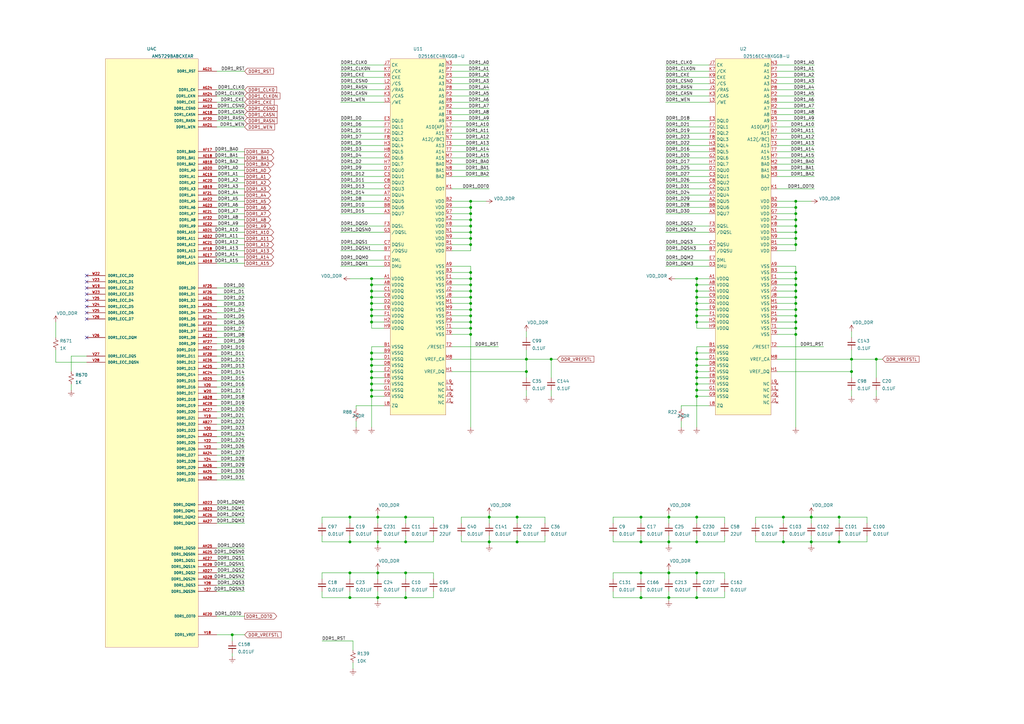
<source format=kicad_sch>
(kicad_sch (version 20210126) (generator eeschema)
  (paper "A3")
  (title_block (title "BeagleBone AI AM57x") (date "2021-01-15") (rev "Kicad-A1") (company "KiCad Services Corporation"))
  (lib_symbols
    (symbol "Device:C_Small" (pin_numbers hide) (pin_names (offset 0.254) hide)
      (property "Reference" "C" (at 0.254 1.778 0))
      (property "Value" "C_Small" (at 0.254 -2.032 0))
      (symbol "C_Small_1_1"
        (pin passive line (at 0 2.54 270) (length 2.032) (name "~") (number "1"))
        (pin passive line (at 0 -2.54 90) (length 2.032) (name "~") (number "2"))
      )
    )
    (symbol "Device:R_Small_US" (pin_numbers hide) (pin_names (offset 0.254) hide)
      (property "Reference" "R" (at 0.762 0.508 0))
      (property "Value" "R_Small_US" (at 0.762 -1.016 0))
      (symbol "R_Small_US_1_1"
        (pin passive line (at 0 2.54 270) (length 1.016) (name "~") (number "1"))
        (pin passive line (at 0 -2.54 90) (length 1.016) (name "~") (number "2"))
      )
    )
    (symbol "beaglebone-ai:AM5729BABCXEAR" (pin_names (offset 1.016))
      (property "Reference" "U" (at -19.05 44.45 0))
      (property "Value" "AM5729BABCXEAR" (at -6.35 44.45 0))
      (symbol "AM5729BABCXEAR_1_0"
        (pin passive line (at 20.32 26.67 180) (length 7.62) (name "XI_OSC0") (number "AE15"))
        (pin passive line (at 20.32 21.59 180) (length 7.62) (name "XO_OSC0") (number "AD15"))
        (pin power_in line (at 20.32 16.51 180) (length 7.62) (name "VSSA_OSC0") (number "AF15"))
        (pin passive line (at 20.32 8.89 180) (length 7.62) (name "XI_OSC1") (number "AC15"))
        (pin passive line (at 20.32 3.81 180) (length 7.62) (name "XO_OSC1") (number "AC13"))
        (pin power_in line (at 20.32 -1.27 180) (length 7.62) (name "VSSA_OSC1") (number "AC14"))
        (pin passive line (at 20.32 -8.89 180) (length 7.62) (name "PORZ") (number "F22"))
        (pin passive line (at 20.32 -16.51 180) (length 7.62) (name "RESETN") (number "E23"))
        (pin passive line (at 20.32 -21.59 180) (length 7.62) (name "RSTOUTN") (number "F23"))
        (pin passive line (at 20.32 -29.21 180) (length 7.62) (name "NMI_DSP") (number "D21"))
      )
      (symbol "AM5729BABCXEAR_2_0"
        (pin passive line (at 19.05 15.24 180) (length 7.62) (name "RTC_OSC_XI") (number "AE14"))
        (pin passive line (at 19.05 12.7 180) (length 7.62) (name "RTC_OSC_XO") (number "AD14"))
        (pin passive line (at 19.05 7.62 180) (length 7.62) (name "RTC_ISO") (number "AF14"))
        (pin passive line (at 19.05 2.54 180) (length 7.62) (name "RTC_PORZ") (number "AB17"))
        (pin passive line (at 19.05 -2.54 180) (length 7.62) (name "ON_OFF") (number "Y11"))
        (pin passive line (at 19.05 -7.62 180) (length 7.62) (name "WAKEUP0") (number "AD17"))
        (pin passive line (at 19.05 -10.16 180) (length 7.62) (name "WAKEUP1") (number "AC17"))
        (pin passive line (at 19.05 -12.7 180) (length 7.62) (name "WAKEUP2") (number "AB16"))
        (pin passive line (at 19.05 -15.24 180) (length 7.62) (name "WAKEUP3") (number "AC16"))
      )
      (symbol "AM5729BABCXEAR_3_0"
        (pin passive line (at 27.94 109.22 180) (length 7.62) (name "DDR1_RST") (number "AG21"))
        (pin passive line (at 27.94 101.6 180) (length 7.62) (name "DDR1_CK") (number "AG24"))
        (pin passive line (at 27.94 99.06 180) (length 7.62) (name "DDR1_CKN") (number "AH24"))
        (pin passive line (at 27.94 96.52 180) (length 7.62) (name "DDR1_CKE") (number "AG22"))
        (pin passive line (at 27.94 93.98 180) (length 7.62) (name "DDR1_CSN0") (number "AH23"))
        (pin passive line (at 27.94 91.44 180) (length 7.62) (name "DDR1_CASN") (number "AC18"))
        (pin passive line (at 27.94 88.9 180) (length 7.62) (name "DDR1_RASN") (number "AF20"))
        (pin passive line (at 27.94 86.36 180) (length 7.62) (name "DDR1_WEN") (number "AH21"))
        (pin passive line (at 27.94 76.2 180) (length 7.62) (name "DDR1_BA0") (number "AF17"))
        (pin passive line (at 27.94 73.66 180) (length 7.62) (name "DDR1_BA1") (number "AE18"))
        (pin passive line (at 27.94 71.12 180) (length 7.62) (name "DDR1_BA2") (number "AB18"))
        (pin passive line (at 27.94 -86.36 180) (length 7.62) (name "DDR1_DQS0") (number "AH25"))
        (pin passive line (at 27.94 -88.9 180) (length 7.62) (name "DDR1_DQS0N") (number "AG25"))
        (pin passive line (at 27.94 -91.44 180) (length 7.62) (name "DDR1_DQS1") (number "AE27"))
        (pin passive line (at 27.94 -93.98 180) (length 7.62) (name "DDR1_DQS1N") (number "AE28"))
        (pin passive line (at 27.94 -96.52 180) (length 7.62) (name "DDR1_DQS2") (number "AD27"))
        (pin passive line (at 27.94 -99.06 180) (length 7.62) (name "DDR1_DQS2N") (number "AD28"))
        (pin passive line (at 27.94 -101.6 180) (length 7.62) (name "DDR1_DQS3") (number "Y28"))
        (pin passive line (at 27.94 -104.14 180) (length 7.62) (name "DDR1_DQS3N") (number "Y27"))
        (pin passive line (at 27.94 -114.3 180) (length 7.62) (name "DDR1_ODT0") (number "AE20"))
        (pin passive line (at 27.94 68.58 180) (length 7.62) (name "DDR1_A0") (number "AD20"))
        (pin passive line (at 27.94 66.04 180) (length 7.62) (name "DDR1_A1") (number "AC19"))
        (pin passive line (at 27.94 63.5 180) (length 7.62) (name "DDR1_A2") (number "AC20"))
        (pin passive line (at 27.94 60.96 180) (length 7.62) (name "DDR1_A3") (number "AB19"))
        (pin passive line (at 27.94 58.42 180) (length 7.62) (name "DDR1_A4") (number "AF21"))
        (pin passive line (at 27.94 55.88 180) (length 7.62) (name "DDR1_A5") (number "AH22"))
        (pin passive line (at 27.94 53.34 180) (length 7.62) (name "DDR1_A6") (number "AG23"))
        (pin passive line (at 27.94 50.8 180) (length 7.62) (name "DDR1_A7") (number "AE21"))
        (pin passive line (at 27.94 48.26 180) (length 7.62) (name "DDR1_A8") (number "AF22"))
        (pin passive line (at 27.94 45.72 180) (length 7.62) (name "DDR1_A9") (number "AE22"))
        (pin passive line (at 27.94 43.18 180) (length 7.62) (name "DDR1_A10") (number "AD21"))
        (pin passive line (at 27.94 40.64 180) (length 7.62) (name "DDR1_A11") (number "AD22"))
        (pin passive line (at 27.94 38.1 180) (length 7.62) (name "DDR1_A12") (number "AC21"))
        (pin passive line (at 27.94 35.56 180) (length 7.62) (name "DDR1_A13") (number "AF18"))
        (pin passive line (at 27.94 33.02 180) (length 7.62) (name "DDR1_A14") (number "AE17"))
        (pin passive line (at 27.94 30.48 180) (length 7.62) (name "DDR1_A15") (number "AD18"))
        (pin passive line (at 27.94 20.32 180) (length 7.62) (name "DDR1_D0") (number "AF25"))
        (pin passive line (at 27.94 17.78 180) (length 7.62) (name "DDR1_D1") (number "AF26"))
        (pin passive line (at 27.94 15.24 180) (length 7.62) (name "DDR1_D2") (number "AG26"))
        (pin passive line (at 27.94 12.7 180) (length 7.62) (name "DDR1_D3") (number "AH26"))
        (pin passive line (at 27.94 10.16 180) (length 7.62) (name "DDR1_D4") (number "AF24"))
        (pin passive line (at 27.94 7.62 180) (length 7.62) (name "DDR1_D5") (number "AE24"))
        (pin passive line (at 27.94 5.08 180) (length 7.62) (name "DDR1_D6") (number "AF23"))
        (pin passive line (at 27.94 2.54 180) (length 7.62) (name "DDR1_D7") (number "AE23"))
        (pin passive line (at 27.94 0 180) (length 7.62) (name "DDR1_D8") (number "AC23"))
        (pin passive line (at 27.94 -2.54 180) (length 7.62) (name "DDR1_D9") (number "AF27"))
        (pin tri_state line (at 27.94 -5.08 180) (length 7.62) (name "DDR1_D10") (number "AG27"))
        (pin passive line (at 27.94 -7.62 180) (length 7.62) (name "DDR1_D11") (number "AF28"))
        (pin passive line (at 27.94 -10.16 180) (length 7.62) (name "DDR1_D12") (number "AE26"))
        (pin passive line (at 27.94 -12.7 180) (length 7.62) (name "DDR1_D13") (number "AC25"))
        (pin passive line (at 27.94 -15.24 180) (length 7.62) (name "DDR1_D14") (number "AC24"))
        (pin passive line (at 27.94 -17.78 180) (length 7.62) (name "DDR1_D15") (number "AD25"))
        (pin tri_state line (at 27.94 -20.32 180) (length 7.62) (name "DDR1_D16") (number "V20"))
        (pin passive line (at 27.94 -22.86 180) (length 7.62) (name "DDR1_D17") (number "W20"))
        (pin passive line (at 27.94 -25.4 180) (length 7.62) (name "DDR1_D18") (number "AB28"))
        (pin passive line (at 27.94 -27.94 180) (length 7.62) (name "DDR1_D19") (number "AC28"))
        (pin passive line (at 27.94 -30.48 180) (length 7.62) (name "DDR1_D20") (number "AC27"))
        (pin passive line (at 27.94 -33.02 180) (length 7.62) (name "DDR1_D21") (number "Y19"))
        (pin passive line (at 27.94 -35.56 180) (length 7.62) (name "DDR1_D22") (number "AB27"))
        (pin passive line (at 27.94 -38.1 180) (length 7.62) (name "DDR1_D23") (number "Y20"))
        (pin passive line (at 27.94 -40.64 180) (length 7.62) (name "DDR1_D24") (number "AA23"))
        (pin passive line (at 27.94 -43.18 180) (length 7.62) (name "DDR1_D25") (number "Y22"))
        (pin passive line (at 27.94 -45.72 180) (length 7.62) (name "DDR1_D26") (number "Y23"))
        (pin passive line (at 27.94 -48.26 180) (length 7.62) (name "DDR1_D27") (number "AA24"))
        (pin passive line (at 27.94 -50.8 180) (length 7.62) (name "DDR1_D28") (number "Y24"))
        (pin passive line (at 27.94 -53.34 180) (length 7.62) (name "DDR1_D29") (number "AA26"))
        (pin passive line (at 27.94 -55.88 180) (length 7.62) (name "DDR1_D30") (number "AA25"))
        (pin passive line (at 27.94 -58.42 180) (length 7.62) (name "DDR1_D31") (number "AA28"))
        (pin passive line (at 27.94 -68.58 180) (length 7.62) (name "DDR1_DQM0") (number "AD23"))
        (pin passive line (at 27.94 -71.12 180) (length 7.62) (name "DDR1_DQM1") (number "AB23"))
        (pin passive line (at 27.94 -73.66 180) (length 7.62) (name "DDR1_DQM2") (number "AC26"))
        (pin passive line (at 27.94 -76.2 180) (length 7.62) (name "DDR1_DQM3") (number "AA27"))
        (pin passive line (at 27.94 -121.92 180) (length 7.62) (name "DDR1_VREF") (number "Y18"))
        (pin passive line (at -25.4 -10.16 0) (length 7.62) (name "DDR1_ECC_DQSN") (number "V28"))
        (pin passive line (at -25.4 -7.62 0) (length 7.62) (name "DDR1_ECC_DQS") (number "V27"))
        (pin passive line (at -25.4 0 0) (length 7.62) (name "DDR1_ECC_DQM") (number "V26"))
        (pin passive line (at -25.4 7.62 0) (length 7.62) (name "DDR1_ECC_D7") (number "Y26"))
        (pin passive line (at -25.4 10.16 0) (length 7.62) (name "DDR1_ECC_D6") (number "V25"))
        (pin passive line (at -25.4 12.7 0) (length 7.62) (name "DDR1_ECC_D5") (number "V24"))
        (pin passive line (at -25.4 15.24 0) (length 7.62) (name "DDR1_ECC_D4") (number "Y25"))
        (pin passive line (at -25.4 17.78 0) (length 7.62) (name "DDR1_ECC_D3") (number "W23"))
        (pin passive line (at -25.4 20.32 0) (length 7.62) (name "DDR1_ECC_D2") (number "W19"))
        (pin passive line (at -25.4 22.86 0) (length 7.62) (name "DDR1_ECC_D1") (number "V23"))
        (pin passive line (at -25.4 25.4 0) (length 7.62) (name "DDR1_ECC_D0") (number "W22"))
      )
      (symbol "AM5729BABCXEAR_4_0"
        (pin passive line (at 25.4 8.89 180) (length 7.62) (name "GPMC_A18/QSPI1_SCLK") (number "R2"))
        (pin passive line (at 25.4 6.35 180) (length 7.62) (name "GPMC_A13/QSPI_RTCLK") (number "R3"))
        (pin passive line (at 25.4 3.81 180) (length 7.62) (name "GPMC_CS2/QSPI1_CS0") (number "P2"))
        (pin passive line (at 25.4 -3.81 180) (length 7.62) (name "GPMC_A16/QSPI1_D0") (number "U1"))
        (pin passive line (at 25.4 -6.35 180) (length 7.62) (name "GPMC_A17/QSPI1_D1") (number "P3"))
        (pin passive line (at 25.4 -8.89 180) (length 7.62) (name "GPMC_A15/QSPI_D2") (number "U2"))
        (pin passive line (at 25.4 -11.43 180) (length 7.62) (name "GPMC_A14/QSPI_D3") (number "T2"))
      )
      (symbol "AM5729BABCXEAR_5_0"
        (pin passive line (at 27.94 15.24 180) (length 7.62) (name "GPMC_A23/MMC2_CLK") (number "J7"))
        (pin passive line (at 27.94 12.7 180) (length 7.62) (name "GPMC_CS1/MMC2_CMD") (number "H6"))
        (pin passive line (at 27.94 5.08 180) (length 7.62) (name "GPMC_A24/MMC2_DAT0") (number "J4"))
        (pin passive line (at 27.94 2.54 180) (length 7.62) (name "GPMC_A25/MMC2_DAT1") (number "J6"))
        (pin passive line (at 27.94 0 180) (length 7.62) (name "GPMC_A26/MMC2_DAT2") (number "H4"))
        (pin passive line (at 27.94 -2.54 180) (length 7.62) (name "GPMC_A27/MMC2_DAT3") (number "H5"))
        (pin passive line (at 27.94 -5.08 180) (length 7.62) (name "GPMC_A19/MMC2_DAT4") (number "K7"))
        (pin passive line (at 27.94 -7.62 180) (length 7.62) (name "GPMC_A20/MMC2_DAT5") (number "M7"))
        (pin passive line (at 27.94 -10.16 180) (length 7.62) (name "GPMC_A21/MMC2_DAT6") (number "J5"))
        (pin passive line (at 27.94 -12.7 180) (length 7.62) (name "GPMC_A22/MMC2_DAT7") (number "K6"))
      )
      (symbol "AM5729BABCXEAR_6_0"
        (pin passive line (at 19.05 22.86 180) (length 7.62) (name "RGMII0_TXC") (number "W9"))
        (pin passive line (at 19.05 20.32 180) (length 7.62) (name "RGMII0_TXCTL") (number "V9"))
        (pin passive line (at 19.05 12.7 180) (length 7.62) (name "RGMII0_TXD0") (number "U6"))
        (pin passive line (at 19.05 10.16 180) (length 7.62) (name "RGMII0_TXD1") (number "V6"))
        (pin passive line (at 19.05 7.62 180) (length 7.62) (name "RGMII0_TXD2") (number "U7"))
        (pin passive line (at 19.05 5.08 180) (length 7.62) (name "RGMII0_TXD3") (number "V7"))
        (pin passive line (at 19.05 -2.54 180) (length 7.62) (name "RGMII0_RXC") (number "U5"))
        (pin passive line (at 19.05 -5.08 180) (length 7.62) (name "RGMII0_RXCTL") (number "V5"))
        (pin passive line (at 19.05 -12.7 180) (length 7.62) (name "RGMII0_RXD0") (number "W2"))
        (pin passive line (at 19.05 -15.24 180) (length 7.62) (name "RGMII0_RXD1") (number "Y2"))
        (pin passive line (at 19.05 -17.78 180) (length 7.62) (name "RGMII0_RXD2") (number "V3"))
        (pin passive line (at 19.05 -20.32 180) (length 7.62) (name "RGMII0_RXD3") (number "V4"))
        (pin passive line (at 19.05 -27.94 180) (length 7.62) (name "MDIO_MCLK") (number "V1"))
        (pin passive line (at 19.05 -30.48 180) (length 7.62) (name "MDIO_D") (number "U4"))
      )
      (symbol "AM5729BABCXEAR_7_0"
        (pin passive line (at 26.67 20.32 180) (length 7.62) (name "VIN2A_D12/RGMII1_TXC") (number "D5"))
        (pin passive line (at 26.67 17.78 180) (length 7.62) (name "VIN2A_D13/RGMII1_TXCTL") (number "C2"))
        (pin passive line (at 26.67 10.16 180) (length 7.62) (name "VIN2A_D17/RGMII1_TXD0") (number "D6"))
        (pin passive line (at 26.67 7.62 180) (length 7.62) (name "VIN2A_D16/RGMII1_TXD1") (number "B2"))
        (pin passive line (at 26.67 5.08 180) (length 7.62) (name "VIN2A_D15/RGMII1_TXD2") (number "C4"))
        (pin passive line (at 26.67 2.54 180) (length 7.62) (name "VIN2A_D14/RGMII1_TXD3") (number "C3"))
        (pin passive line (at 26.67 -5.08 180) (length 7.62) (name "VIN2A_D18/RGMII1_RXC") (number "C5"))
        (pin passive line (at 26.67 -7.62 180) (length 7.62) (name "VIN2A_D19/RGMII1_RXCTL") (number "A3"))
        (pin passive line (at 26.67 -15.24 180) (length 7.62) (name "VIN2A_D23/RGMII1_RXD0") (number "A4"))
        (pin passive line (at 26.67 -17.78 180) (length 7.62) (name "VIN2A_D22/RGMII1_RXD1") (number "B5"))
        (pin passive line (at 26.67 -20.32 180) (length 7.62) (name "VIN2A_D21/RGMII1_RXD2") (number "B4"))
        (pin passive line (at 26.67 -22.86 180) (length 7.62) (name "VIN2A_D20/RGMII1_RXD3") (number "B3"))
      )
      (symbol "AM5729BABCXEAR_8_0"
        (pin passive line (at 27.94 17.78 180) (length 7.62) (name "HDMI1_CLOCKX") (number "AG16"))
        (pin passive line (at 27.94 15.24 180) (length 7.62) (name "HDMI1_CLOCKY") (number "AH16"))
        (pin passive line (at 27.94 7.62 180) (length 7.62) (name "HDMI1_DATA0X") (number "AG17"))
        (pin passive line (at 27.94 5.08 180) (length 7.62) (name "HDMI1_DATA0Y") (number "AH17"))
        (pin passive line (at 27.94 2.54 180) (length 7.62) (name "HDMI1_DATA1X") (number "AG18"))
        (pin passive line (at 27.94 0 180) (length 7.62) (name "HDMI1_DATA1Y") (number "AH18"))
        (pin passive line (at 27.94 -2.54 180) (length 7.62) (name "HDMI1_DATA2X") (number "AG19"))
        (pin passive line (at 27.94 -5.08 180) (length 7.62) (name "HDMI1_DATA2Y") (number "AH19"))
        (pin passive line (at 27.94 -12.7 180) (length 7.62) (name "I2C2_SCL/HDMI1_DDC_SDA") (number "C25"))
        (pin passive line (at 27.94 -15.24 180) (length 7.62) (name "I2C2_SDA/HDMI1_DDC_SCL") (number "F17"))
        (pin passive line (at 27.94 -22.86 180) (length 7.62) (name "SPI1_CS2/HDMI_HPD") (number "B21"))
        (pin passive line (at 27.94 -25.4 180) (length 7.62) (name "SPI1_CS3/HDMI_CEC") (number "B20"))
      )
      (symbol "AM5729BABCXEAR_9_0"
        (pin passive line (at 26.67 1.27 180) (length 7.62) (name "UART2_RTSN/UART3_TXD") (number "C28"))
        (pin passive line (at 26.67 -1.27 180) (length 7.62) (name "UART2_CTSN/UART3_RXD") (number "D27"))
      )
      (symbol "AM5729BABCXEAR_10_0"
        (pin passive line (at 27.94 8.89 180) (length 7.62) (name "VIN2A_D1/PR1_UART0_TXD") (number "F3"))
        (pin passive line (at 27.94 6.35 180) (length 7.62) (name "VIN2A_D0/PR1_UART0_RXD") (number "F2"))
        (pin passive line (at 27.94 -3.81 180) (length 7.62) (name "VIN2A_D5/PR1_PRU1_R30_2") (number "F4"))
        (pin passive line (at 27.94 -13.97 180) (length 7.62) (name "RMII50MHZCLK/PR2_GPIO") (number "U3"))
      )
      (symbol "AM5729BABCXEAR_11_0"
        (pin passive line (at 30.48 1.27 180) (length 7.62) (name "UART3_TXD/PR1_MII0_MR0CLK") (number "Y1"))
        (pin passive line (at 30.48 -1.27 180) (length 7.62) (name "UART3_RXD/PR1_MII0_RXDV") (number "V2"))
      )
      (symbol "AM5729BABCXEAR_12_0"
        (pin passive line (at 30.48 11.43 180) (length 7.62) (name "VIN2A_D6/PR1_MII_MT1_CLK") (number "C1"))
        (pin passive line (at 30.48 8.89 180) (length 7.62) (name "VIN2A_D7/PR1_MII1_TXEN") (number "E4"))
        (pin passive line (at 30.48 1.27 180) (length 7.62) (name "VIN2A_D9/PR1_MII1_TXD2") (number "E6"))
        (pin passive line (at 30.48 -1.27 180) (length 7.62) (name "VIN2A_D8/PR1_MII1_TXD3") (number "F5"))
        (pin passive line (at 30.48 -8.89 180) (length 7.62) (name "VIN2A_D10/PR1_MDIO_MDCLK") (number "D3"))
        (pin passive line (at 30.48 -11.43 180) (length 7.62) (name "VIN2A_D11/PR1_MDIO_DATA") (number "F6"))
      )
      (symbol "AM5729BABCXEAR_13_0"
        (pin passive line (at 33.02 27.94 180) (length 7.62) (name "MCASP1_AXR1/PR2_MII_MT0_CLK") (number "F12"))
        (pin passive line (at 33.02 25.4 180) (length 7.62) (name "MCASP1_AXR8/PR2_MII0_TXEN") (number "B12"))
        (pin passive line (at 33.02 17.78 180) (length 7.62) (name "MCASP1_AXR12/PR2_MII0_TXD0") (number "E14"))
        (pin passive line (at 33.02 15.24 180) (length 7.62) (name "MCASP1_AXR11/PR2_MII0_TXD1") (number "A12"))
        (pin passive line (at 33.02 12.7 180) (length 7.62) (name "MCASP1_AXR10/PR2_MII0_TXD2") (number "B13"))
        (pin passive line (at 33.02 10.16 180) (length 7.62) (name "MCASP1_AXR9/PR2_MII0_TXD3") (number "A11"))
        (pin passive line (at 33.02 2.54 180) (length 7.62) (name "MCASP1_AXR13/PR2_MII_MR0_CLK") (number "A13"))
        (pin passive line (at 33.02 0 180) (length 7.62) (name "MCASP1_AXR14/PR2_MII0_RXDV") (number "G14"))
        (pin passive line (at 33.02 -2.54 180) (length 7.62) (name "MCASP1_AXR0/PR2_MII0_RXER") (number "G12"))
        (pin passive line (at 33.02 -10.16 180) (length 7.62) (name "MCASP2_AXR2/PR2_MII0_RXD0") (number "C15"))
        (pin passive line (at 33.02 -12.7 180) (length 7.62) (name "MCASP2_FSX/PR2_MII0_RXD1") (number "A18"))
        (pin passive line (at 33.02 -15.24 180) (length 7.62) (name "MCASP2_ACLKX/PR2_MII0_RXD2") (number "A19"))
        (pin passive line (at 33.02 -17.78 180) (length 7.62) (name "MCASP1_AXR15/PR2_MII0_RXD3") (number "F14"))
        (pin passive line (at 33.02 -25.4 180) (length 7.62) (name "MCASP3_ACLKX/PR2_MII0_CRS") (number "B18"))
        (pin passive line (at 33.02 -27.94 180) (length 7.62) (name "MCASP3_FSX/PR2_MII0_COL") (number "F15"))
        (pin passive line (at 33.02 -30.48 180) (length 7.62) (name "MCASP2_AXR3/PR2_MII0_RXLINK") (number "A16"))
        (pin passive line (at 33.02 -38.1 180) (length 7.62) (name "MCASP1_ACLKX/PR2_MDIO_MDCLK") (number "C14"))
        (pin passive line (at 33.02 -40.64 180) (length 7.62) (name "MCASP1_FSX/PR2_MDIO_DATA") (number "D14"))
      )
      (symbol "AM5729BABCXEAR_14_0"
        (pin passive line (at 31.75 25.4 180) (length 7.62) (name "GPIO6_10/PR2_MII_MT1_CLK") (number "AC5"))
        (pin passive line (at 31.75 22.86 180) (length 7.62) (name "GPIO6_11/PR2_MII1_TXEN") (number "AB4"))
        (pin passive line (at 31.75 15.24 180) (length 7.62) (name "MMC3_DAT1/PR2_MII1_TXD0") (number "AC6"))
        (pin passive line (at 31.75 12.7 180) (length 7.62) (name "MMC3_DAT0/PR2_MII1_TXD1") (number "AC7"))
        (pin passive line (at 31.75 10.16 180) (length 7.62) (name "MMC3_CMD/PR2_MII1_TXD2") (number "AC4"))
        (pin passive line (at 31.75 7.62 180) (length 7.62) (name "MMC3_CLK/PR2_MII1_TXD3") (number "AD4"))
        (pin passive line (at 31.75 0 180) (length 7.62) (name "MMC3_DAT2/PR2_MII_MR1_CLK") (number "AC9"))
        (pin passive line (at 31.75 -2.54 180) (length 7.62) (name "MMC3_DAT3/PR2_MII1_RXDV") (number "AC3"))
        (pin passive line (at 31.75 -5.08 180) (length 7.62) (name "MCASP3_AXR0/PR2_MII1_RXER") (number "B19"))
        (pin passive line (at 31.75 -12.7 180) (length 7.62) (name "MMC3_DAT7/PR2_MII1_RXD0") (number "AB5"))
        (pin passive line (at 31.75 -15.24 180) (length 7.62) (name "MMC3_DAT6/PR2_MII1_RXD1") (number "AB8"))
        (pin passive line (at 31.75 -17.78 180) (length 7.62) (name "MMC3_DAT5/PR2_MII1_RXD2") (number "AD6"))
        (pin passive line (at 31.75 -20.32 180) (length 7.62) (name "MMC3_DAT4/PR2_MII1_RXD3") (number "AC8"))
        (pin passive line (at 31.75 -27.94 180) (length 7.62) (name "XREF_CLK1/PR2_MII1_CRS") (number "E17"))
        (pin passive line (at 31.75 -30.48 180) (length 7.62) (name "XREF_CLK0/PR2_MII1_COL") (number "D18"))
        (pin passive line (at 31.75 -33.02 180) (length 7.62) (name "MCASP3_AXR1/PR2_MII1_RXLINK") (number "C17"))
      )
      (symbol "AM5729BABCXEAR_15_0"
        (pin passive line (at 19.05 12.7 180) (length 7.62) (name "MMC1_CLK") (number "W6"))
        (pin passive line (at 19.05 10.16 180) (length 7.62) (name "MMC1_CMD") (number "Y6"))
        (pin passive line (at 19.05 5.08 180) (length 7.62) (name "MMC1_DAT0") (number "AA6"))
        (pin passive line (at 19.05 2.54 180) (length 7.62) (name "MMC1_DAT1") (number "Y4"))
        (pin passive line (at 19.05 0 180) (length 7.62) (name "MMC1_DAT2") (number "AA5"))
        (pin passive line (at 19.05 -2.54 180) (length 7.62) (name "MMC1_DAT3") (number "Y3"))
        (pin passive line (at 19.05 -7.62 180) (length 7.62) (name "MMC1_SDCD") (number "W7"))
        (pin passive line (at 19.05 -12.7 180) (length 7.62) (name "MMC1_SDWP") (number "Y9"))
      )
      (symbol "AM5729BABCXEAR_16_0"
        (pin passive line (at 20.32 7.62 180) (length 7.62) (name "LJCB_CLKP") (number "AG15"))
        (pin passive line (at 20.32 5.08 180) (length 7.62) (name "LJCB_CLKN") (number "AH15"))
        (pin passive line (at 20.32 0 180) (length 7.62) (name "PCIE_TXP0") (number "AH14"))
        (pin passive line (at 20.32 -2.54 180) (length 7.62) (name "PCIE_TXN0") (number "AG14"))
        (pin passive line (at 20.32 -7.62 180) (length 7.62) (name "PCIE_RXP0") (number "AH13"))
        (pin passive line (at 20.32 -10.16 180) (length 7.62) (name "PCIE_RXN0") (number "AG13"))
      )
      (symbol "AM5729BABCXEAR_17_0"
        (pin passive line (at 19.05 10.16 180) (length 7.62) (name "USB1_DP") (number "AD12"))
        (pin passive line (at 19.05 7.62 180) (length 7.62) (name "USB1_DM") (number "AC12"))
        (pin passive line (at 19.05 2.54 180) (length 7.62) (name "USB1_DRVVBUS") (number "AB10"))
        (pin passive line (at 19.05 -2.54 180) (length 7.62) (name "USB_RXN0") (number "AF12"))
        (pin passive line (at 19.05 -5.08 180) (length 7.62) (name "USB_RXP0") (number "AE12"))
        (pin passive line (at 19.05 -10.16 180) (length 7.62) (name "USB_TXN0") (number "AC11"))
        (pin passive line (at 19.05 -12.7 180) (length 7.62) (name "USB_TXP0") (number "AD11"))
      )
      (symbol "AM5729BABCXEAR_18_0"
        (pin passive line (at 19.05 1.27 180) (length 7.62) (name "I2C1_SCL") (number "C20"))
        (pin passive line (at 19.05 -1.27 180) (length 7.62) (name "I2C1_SDA") (number "C21"))
      )
      (symbol "AM5729BABCXEAR_19_0"
        (pin passive line (at 15.24 10.16 180) (length 7.62) (name "TCK") (number "E20"))
        (pin passive line (at 15.24 7.62 180) (length 7.62) (name "RTCK") (number "E18"))
        (pin passive line (at 15.24 5.08 180) (length 7.62) (name "TMS") (number "F18"))
        (pin passive line (at 15.24 0 180) (length 7.62) (name "TDI") (number "D23"))
        (pin passive line (at 15.24 -2.54 180) (length 7.62) (name "TDO") (number "F19"))
        (pin passive line (at 15.24 -7.62 180) (length 7.62) (name "TRSTN") (number "D20"))
        (pin passive line (at 15.24 -12.7 180) (length 7.62) (name "EMU0") (number "G21"))
        (pin passive line (at 15.24 -15.24 180) (length 7.62) (name "EMU1") (number "D24"))
      )
      (symbol "AM5729BABCXEAR_20_0"
        (pin passive line (at 25.4 40.64 180) (length 7.62) (name "VOUT1_CLK") (number "D11"))
        (pin passive line (at 25.4 33.02 180) (length 7.62) (name "VOUT1_VSYNC") (number "E11"))
        (pin passive line (at 25.4 30.48 180) (length 7.62) (name "VOUT1_HSYNC") (number "C11"))
        (pin passive line (at 25.4 27.94 180) (length 7.62) (name "VOUT1_DE") (number "B10"))
        (pin passive line (at 25.4 20.32 180) (length 7.62) (name "VOUT1_D0") (number "F11"))
        (pin passive line (at 25.4 17.78 180) (length 7.62) (name "VOUT1_D1") (number "G10"))
        (pin passive line (at 25.4 15.24 180) (length 7.62) (name "VOUT1_D2") (number "F10"))
        (pin passive line (at 25.4 12.7 180) (length 7.62) (name "VOUT1_D3") (number "G11"))
        (pin passive line (at 25.4 10.16 180) (length 7.62) (name "VOUT1_D4") (number "E9"))
        (pin passive line (at 25.4 7.62 180) (length 7.62) (name "VOUT1_D5") (number "F9"))
        (pin passive line (at 25.4 5.08 180) (length 7.62) (name "VOUT1_D6") (number "F8"))
        (pin passive line (at 25.4 2.54 180) (length 7.62) (name "VOUT1_D7") (number "E7"))
        (pin passive line (at 25.4 0 180) (length 7.62) (name "VOUT1_D8") (number "E8"))
        (pin passive line (at 25.4 -2.54 180) (length 7.62) (name "VOUT1_D9") (number "D9"))
        (pin passive line (at 25.4 -5.08 180) (length 7.62) (name "VOUT1_D10") (number "D7"))
        (pin passive line (at 25.4 -7.62 180) (length 7.62) (name "VOUT1_D11") (number "D8"))
        (pin passive line (at 25.4 -10.16 180) (length 7.62) (name "VOUT1_D12") (number "A5"))
        (pin passive line (at 25.4 -12.7 180) (length 7.62) (name "VOUT1_D13") (number "C6"))
        (pin passive line (at 25.4 -15.24 180) (length 7.62) (name "VOUT1_D14") (number "C8"))
        (pin passive line (at 25.4 -17.78 180) (length 7.62) (name "VOUT1_D15") (number "C7"))
        (pin passive line (at 25.4 -20.32 180) (length 7.62) (name "VOUT1_D16") (number "B7"))
        (pin passive line (at 25.4 -22.86 180) (length 7.62) (name "VOUT1_D17") (number "B8"))
        (pin passive line (at 25.4 -25.4 180) (length 7.62) (name "VOUT1_D18") (number "A7"))
        (pin passive line (at 25.4 -27.94 180) (length 7.62) (name "VOUT1_D19") (number "A8"))
        (pin passive line (at 25.4 -30.48 180) (length 7.62) (name "VOUT1_D20") (number "C9"))
        (pin passive line (at 25.4 -33.02 180) (length 7.62) (name "VOUT1_D21") (number "A9"))
        (pin passive line (at 25.4 -35.56 180) (length 7.62) (name "VOUT1_D22") (number "B9"))
        (pin passive line (at 25.4 -38.1 180) (length 7.62) (name "VOUT1_D23") (number "A10"))
        (pin passive line (at 25.4 -45.72 180) (length 7.62) (name "VIN2A_D2/ECAP1_IN_PWM1") (number "D1"))
      )
      (symbol "AM5729BABCXEAR_21_0"
        (pin passive line (at 27.94 6.35 180) (length 7.62) (name "MCASP4_ACLKX/SPI3_SCLK") (number "C18"))
        (pin passive line (at 27.94 1.27 180) (length 7.62) (name "VIN1A_D15/GPIO") (number "AF4"))
        (pin passive line (at 27.94 -1.27 180) (length 7.62) (name "MCASP4_FSX/SPI3_D1") (number "A21"))
        (pin passive line (at 27.94 -6.35 180) (length 7.62) (name "MCASP4_AXR1/SPI3_CS0") (number "D17"))
      )
      (symbol "AM5729BABCXEAR_22_0"
        (pin passive line (at 33.02 87.63 180) (length 7.62) (name "GPMC_AD0/GPIO") (number "M6"))
        (pin passive line (at 33.02 85.09 180) (length 7.62) (name "GPMC_AD1/GPIO") (number "M2"))
        (pin passive line (at 33.02 82.55 180) (length 7.62) (name "GPMC_AD2/GPIO") (number "L5"))
        (pin passive line (at 33.02 80.01 180) (length 7.62) (name "GPMC_AD3/GPIO") (number "M1"))
        (pin passive line (at 33.02 77.47 180) (length 7.62) (name "GPMC_AD4/GPIO") (number "L6"))
        (pin passive line (at 33.02 74.93 180) (length 7.62) (name "GPMC_AD5/GPIO") (number "L4"))
        (pin passive line (at 33.02 72.39 180) (length 7.62) (name "GPMC_AD6/GPIO") (number "L3"))
        (pin passive line (at 33.02 69.85 180) (length 7.62) (name "GPMC_AD7/GPIO") (number "L2"))
        (pin passive line (at 33.02 67.31 180) (length 7.62) (name "GPMC_AD8") (number "L1"))
        (pin passive line (at 33.02 64.77 180) (length 7.62) (name "GPMC_AD9") (number "K2"))
        (pin passive line (at 33.02 62.23 180) (length 7.62) (name "GPMC_AD10") (number "J1"))
        (pin passive line (at 33.02 59.69 180) (length 7.62) (name "GPMC_AD11") (number "J2"))
        (pin passive line (at 33.02 57.15 180) (length 7.62) (name "GPMC_AD12") (number "H1"))
        (pin passive line (at 33.02 54.61 180) (length 7.62) (name "GPMC_AD13") (number "J3"))
        (pin passive line (at 33.02 52.07 180) (length 7.62) (name "GPMC_AD14") (number "H2"))
        (pin passive line (at 33.02 49.53 180) (length 7.62) (name "GPMC_AD15") (number "H3"))
        (pin passive line (at 33.02 39.37 180) (length 7.62) (name "GPMC_CS0") (number "T1"))
        (pin passive line (at 33.02 36.83 180) (length 7.62) (name "GPMC_CS3/GPIO") (number "P1"))
        (pin passive line (at 33.02 34.29 180) (length 7.62) (name "GPMC_CLK") (number "P7"))
        (pin passive line (at 33.02 31.75 180) (length 7.62) (name "GPMC_ADVN_ALE") (number "N1"))
        (pin passive line (at 33.02 29.21 180) (length 7.62) (name "GPMC_OEN_REN") (number "M5"))
        (pin passive line (at 33.02 26.67 180) (length 7.62) (name "GPMC_WEN") (number "M3"))
        (pin passive line (at 33.02 24.13 180) (length 7.62) (name "GPMC_BEN0") (number "N6"))
        (pin passive line (at 33.02 21.59 180) (length 7.62) (name "GPMC_BEN1") (number "M4"))
        (pin passive line (at 33.02 19.05 180) (length 7.62) (name "GPMC_WAIT0") (number "N2"))
        (pin passive line (at 33.02 6.35 180) (length 7.62) (name "MCASP1_ACLKR") (number "B14"))
        (pin passive line (at 33.02 3.81 180) (length 7.62) (name "MCASP1_FSR") (number "J14"))
        (pin passive line (at 33.02 1.27 180) (length 7.62) (name "MCASP1_AXR2") (number "G13"))
        (pin passive line (at 33.02 -1.27 180) (length 7.62) (name "MCASP1_AXR3") (number "J11"))
        (pin passive line (at 33.02 -3.81 180) (length 7.62) (name "MCASP1_AXR4") (number "E12"))
        (pin passive line (at 33.02 -6.35 180) (length 7.62) (name "MCASP1_AXR5") (number "F13"))
        (pin passive line (at 33.02 -8.89 180) (length 7.62) (name "MCASP1_AXR6") (number "C12"))
        (pin passive line (at 33.02 -11.43 180) (length 7.62) (name "MCASP1_AXR7") (number "D12"))
        (pin passive line (at 33.02 -24.13 180) (length 7.62) (name "MCASP2_ACLKR") (number "E15"))
        (pin passive line (at 33.02 -26.67 180) (length 7.62) (name "MCASP2_FSR") (number "A20"))
        (pin passive line (at 33.02 -29.21 180) (length 7.62) (name "MCASP2_AXR0") (number "B15"))
        (pin passive line (at 33.02 -31.75 180) (length 7.62) (name "MCASP2_AXR1") (number "A15"))
        (pin passive line (at 33.02 -34.29 180) (length 7.62) (name "MCASP2_AXR4") (number "D15"))
        (pin passive line (at 33.02 -36.83 180) (length 7.62) (name "MCASP2_AXR5") (number "B16"))
        (pin passive line (at 33.02 -39.37 180) (length 7.62) (name "MCASP2_AXR6") (number "B17"))
        (pin passive line (at 33.02 -41.91 180) (length 7.62) (name "MCASP2_AXR7") (number "A17"))
        (pin passive line (at 33.02 -44.45 180) (length 7.62) (name "MCASP5_AXR0/GPIO") (number "AB3"))
        (pin passive line (at 33.02 -46.99 180) (length 7.62) (name "MCASP5_AXR1/GPIO") (number "AA4"))
        (pin passive line (at 33.02 -49.53 180) (length 7.62) (name "PCIE_TXP1") (number "AH12"))
        (pin passive line (at 33.02 -52.07 180) (length 7.62) (name "PCIE_TXN1") (number "AG12"))
        (pin passive line (at 33.02 -54.61 180) (length 7.62) (name "PCIE_RXP1") (number "AH11"))
        (pin passive line (at 33.02 -57.15 180) (length 7.62) (name "PCIE_RXN1") (number "AG11"))
        (pin passive line (at 33.02 -59.69 180) (length 7.62) (name "GPIO6_14") (number "E21"))
        (pin passive line (at 33.02 -62.23 180) (length 7.62) (name "GPIO6_15") (number "F20"))
        (pin passive line (at 33.02 -64.77 180) (length 7.62) (name "GPIO6_16") (number "F21"))
        (pin passive line (at 33.02 -74.93 180) (length 7.62) (name "XREF_CLK2") (number "B26"))
        (pin passive line (at 33.02 -82.55 180) (length 7.62) (name "SPI1_SCLK") (number "A25"))
        (pin passive line (at 33.02 -85.09 180) (length 7.62) (name "SPI1_D0") (number "B25"))
        (pin passive line (at 33.02 -87.63 180) (length 7.62) (name "SPI1_D1") (number "F16"))
        (pin passive line (at 33.02 -90.17 180) (length 7.62) (name "SPI1_CS0") (number "A24"))
        (pin passive line (at 33.02 -92.71 180) (length 7.62) (name "SPI1_CS1") (number "A22"))
        (pin passive line (at -35.56 -92.71 0) (length 7.62) (name "UART1_CTSN/GPIO") (number "E25"))
        (pin passive line (at -35.56 -90.17 0) (length 7.62) (name "UART1_RTSN/GPIO") (number "C27"))
        (pin passive line (at -35.56 -87.63 0) (length 7.62) (name "UART1_RXD/GPIO") (number "B27"))
        (pin passive line (at -35.56 -85.09 0) (length 7.62) (name "UART1_TXD/GPIO") (number "C26"))
        (pin passive line (at -35.56 -74.93 0) (length 7.62) (name "VIN1B_CLK1") (number "AH7"))
        (pin passive line (at -35.56 -72.39 0) (length 7.62) (name "MCASP4_AXR0/SPI3_D0") (number "G16"))
        (pin passive line (at -35.56 -62.23 0) (length 7.62) (name "VIN2A_D4") (number "D2"))
        (pin passive line (at -35.56 -59.69 0) (length 7.62) (name "VIN2A_D3") (number "E2"))
        (pin passive line (at -35.56 -46.99 0) (length 7.62) (name "VIN2A_VSYNC0") (number "G6"))
        (pin passive line (at -35.56 -44.45 0) (length 7.62) (name "VIN2A_HSYNC0") (number "G1"))
        (pin passive line (at -35.56 -41.91 0) (length 7.62) (name "VIN2A_FLD0") (number "H7"))
        (pin passive line (at -35.56 -39.37 0) (length 7.62) (name "VIN2A_DE0") (number "G2"))
        (pin passive line (at -35.56 -36.83 0) (length 7.62) (name "VIN2A_CLK0") (number "E1"))
        (pin passive line (at -35.56 -24.13 0) (length 7.62) (name "VOUT1_FLD") (number "B11"))
        (pin passive line (at -35.56 -21.59 0) (length 7.62) (name "VIN1A_FLD0") (number "AF9"))
        (pin passive line (at -35.56 -19.05 0) (length 7.62) (name "VIN1A_DE0") (number "AD9"))
        (pin passive line (at -35.56 -16.51 0) (length 7.62) (name "VIN1A_VSYNC0") (number "AF8"))
        (pin passive line (at -35.56 -13.97 0) (length 7.62) (name "VIN1A_HSYNC0") (number "AE9"))
        (pin passive line (at -35.56 -11.43 0) (length 7.62) (name "VIN1A_CLK0") (number "AG8"))
        (pin passive line (at -35.56 8.89 0) (length 7.62) (name "VIN1A_D23") (number "AD3"))
        (pin passive line (at -35.56 11.43 0) (length 7.62) (name "VIN1A_D22") (number "AD2"))
        (pin passive line (at -35.56 13.97 0) (length 7.62) (name "VIN1A_D21") (number "AE6"))
        (pin passive line (at -35.56 16.51 0) (length 7.62) (name "VIN1A_D20") (number "AE2"))
        (pin passive line (at -35.56 19.05 0) (length 7.62) (name "VIN1A_D19") (number "AE1"))
        (pin passive line (at -35.56 21.59 0) (length 7.62) (name "VIN1A_D18") (number "AE5"))
        (pin passive line (at -35.56 24.13 0) (length 7.62) (name "VIN1A_D17") (number "AE3"))
        (pin passive line (at -35.56 26.67 0) (length 7.62) (name "VIN1A_D16") (number "AF1"))
        (pin passive line (at -35.56 29.21 0) (length 7.62) (name "VIN1A_D14") (number "AF3"))
        (pin passive line (at -35.56 31.75 0) (length 7.62) (name "VIN1A_D13") (number "AF6"))
        (pin passive line (at -35.56 34.29 0) (length 7.62) (name "VIN1A_D11") (number "AG5"))
        (pin passive line (at -35.56 36.83 0) (length 7.62) (name "VIN1A_D10") (number "AG3"))
        (pin passive line (at -35.56 39.37 0) (length 7.62) (name "VIN1A_D9") (number "AG2"))
        (pin passive line (at -35.56 41.91 0) (length 7.62) (name "VIN1A_D8") (number "AG4"))
        (pin passive line (at -35.56 44.45 0) (length 7.62) (name "VIN1A_D7") (number "AH4"))
        (pin passive line (at -35.56 46.99 0) (length 7.62) (name "VIN1A_D6") (number "AG6"))
        (pin passive line (at -35.56 49.53 0) (length 7.62) (name "VIN1A_D5") (number "AH5"))
        (pin passive line (at -35.56 52.07 0) (length 7.62) (name "VIN1A_D4") (number "AH3"))
        (pin passive line (at -35.56 54.61 0) (length 7.62) (name "VIN1A_D3") (number "AH6"))
        (pin passive line (at -35.56 57.15 0) (length 7.62) (name "VIN1A_D2") (number "AG7"))
        (pin passive line (at -35.56 59.69 0) (length 7.62) (name "VIN1A_D1") (number "AD8"))
        (pin passive line (at -35.56 62.23 0) (length 7.62) (name "VIN1A_D0") (number "AE8"))
        (pin passive line (at -35.56 64.77 0) (length 7.62) (name "SATA1_TXN0") (number "AG10"))
        (pin passive line (at -35.56 67.31 0) (length 7.62) (name "SATA1_TXP0") (number "AH10"))
        (pin passive line (at -35.56 69.85 0) (length 7.62) (name "SATA1_RXN0") (number "AH9"))
        (pin passive line (at -35.56 72.39 0) (length 7.62) (name "SATA1_RXP0") (number "AG9"))
        (pin passive line (at -35.56 74.93 0) (length 7.62) (name "MLBP_CLK_N") (number "AB2"))
        (pin passive line (at -35.56 77.47 0) (length 7.62) (name "MLBP_CLK_P") (number "AB1"))
        (pin passive line (at -35.56 80.01 0) (length 7.62) (name "MLBP_DAT_N") (number "AA2"))
        (pin passive line (at -35.56 82.55 0) (length 7.62) (name "MLBP_DAT_P") (number "AA1"))
        (pin passive line (at -35.56 85.09 0) (length 7.62) (name "MLBP_SIG_N") (number "AC2"))
        (pin passive line (at -35.56 87.63 0) (length 7.62) (name "MLBP_SIG_P") (number "AC1"))
      )
      (symbol "AM5729BABCXEAR_23_0"
        (pin passive line (at 20.32 1.27 180) (length 7.62) (name "DCAN1_TX") (number "G20"))
        (pin passive line (at 20.32 -1.27 180) (length 7.62) (name "DCAN1_RX") (number "G19"))
      )
      (symbol "AM5729BABCXEAR_24_0"
        (pin passive line (at 26.67 22.86 180) (length 7.62) (name "GPMC_A10/VIN4B_CLK1") (number "N9"))
        (pin passive line (at 26.67 15.24 180) (length 7.62) (name "GPMC_A9/VIN4B_VSYNC1_N7") (number "R4"))
        (pin passive line (at 26.67 12.7 180) (length 7.62) (name "GPMC_A8/VIN4B_HSYNC1") (number "N7"))
        (pin passive line (at 26.67 10.16 180) (length 7.62) (name "GPMC_A11/VIN4B_DE1") (number "P9"))
        (pin passive line (at 26.67 7.62 180) (length 7.62) (name "GPMC_A12/VIN4B_FLD1") (number "P4"))
        (pin passive line (at 26.67 0 180) (length 7.62) (name "GPMC_A0/VIN4B_D0") (number "R6"))
        (pin passive line (at 26.67 -2.54 180) (length 7.62) (name "GPMC_A1/VIN4B_D1") (number "T9"))
        (pin passive line (at 26.67 -5.08 180) (length 7.62) (name "GPMC_A2/VIN4B_D2") (number "T6"))
        (pin passive line (at 26.67 -7.62 180) (length 7.62) (name "GPMC_A3/VIN4B_D3") (number "T7"))
        (pin passive line (at 26.67 -10.16 180) (length 7.62) (name "GPMC_A4/VIN4B_D4") (number "P6"))
        (pin passive line (at 26.67 -12.7 180) (length 7.62) (name "GPMC_A5/VIN4B_D5") (number "R9"))
        (pin passive line (at 26.67 -15.24 180) (length 7.62) (name "GPMC_A6/VIN4B_D6") (number "R5"))
        (pin passive line (at 26.67 -17.78 180) (length 7.62) (name "GPMC_A7/VIN4B_D7") (number "P5"))
        (pin passive line (at 26.67 -25.4 180) (length 7.62) (name "XREF_CLK3/CLKOUT3") (number "C23"))
      )
      (symbol "AM5729BABCXEAR_25_0"
        (pin power_in line (at -80.01 158.75 270) (length 7.62) (name "VDD@1") (number "H13"))
        (pin power_in line (at -77.47 158.75 270) (length 7.62) (name "VDD@2") (number "H14"))
        (pin power_in line (at -74.93 158.75 270) (length 7.62) (name "VDD@3") (number "J17"))
        (pin power_in line (at -72.39 158.75 270) (length 7.62) (name "VDD@4") (number "J18"))
        (pin power_in line (at -69.85 158.75 270) (length 7.62) (name "VDD@5") (number "L7"))
        (pin power_in line (at -67.31 158.75 270) (length 7.62) (name "VDD@6") (number "L8"))
        (pin power_in line (at -64.77 158.75 270) (length 7.62) (name "VDD@7") (number "N10"))
        (pin power_in line (at -62.23 158.75 270) (length 7.62) (name "VDD@8") (number "N13"))
        (pin power_in line (at -59.69 158.75 270) (length 7.62) (name "VDD@9") (number "P11"))
        (pin power_in line (at -57.15 158.75 270) (length 7.62) (name "VDD@10") (number "P12"))
        (pin power_in line (at -54.61 158.75 270) (length 7.62) (name "VDD@11") (number "P13"))
        (pin power_in line (at -52.07 158.75 270) (length 7.62) (name "VDD@12") (number "R11"))
        (pin power_in line (at -49.53 158.75 270) (length 7.62) (name "VDD@13") (number "R16"))
        (pin power_in line (at -46.99 158.75 270) (length 7.62) (name "VDD@14") (number "R19"))
        (pin power_in line (at -44.45 158.75 270) (length 7.62) (name "VDD@15") (number "T13"))
        (pin power_in line (at -41.91 158.75 270) (length 7.62) (name "VDD@16") (number "T16"))
        (pin power_in line (at -39.37 158.75 270) (length 7.62) (name "VDD@17") (number "T19"))
        (pin power_in line (at -36.83 158.75 270) (length 7.62) (name "VDD@18") (number "U8"))
        (pin power_in line (at -34.29 158.75 270) (length 7.62) (name "VDD@19") (number "U9"))
        (pin power_in line (at -31.75 158.75 270) (length 7.62) (name "VDD@20") (number "U13"))
        (pin power_in line (at -29.21 158.75 270) (length 7.62) (name "VDD@21") (number "U16"))
        (pin power_in line (at -26.67 158.75 270) (length 7.62) (name "VDD@22") (number "V8"))
        (pin power_in line (at -24.13 158.75 270) (length 7.62) (name "VDD@23") (number "V16"))
        (pin power_in line (at -6.35 158.75 270) (length 7.62) (name "VDD_IVA@1") (number "U18"))
        (pin power_in line (at -3.81 158.75 270) (length 7.62) (name "VDD_IVA@2") (number "U19"))
        (pin power_in line (at -1.27 158.75 270) (length 7.62) (name "VDD_IVA@3") (number "V18"))
        (pin power_in line (at 1.27 158.75 270) (length 7.62) (name "VDD_IVA@4") (number "V19"))
        (pin power_in line (at 16.51 158.75 270) (length 7.62) (name "VDD_MPU@1") (number "K17"))
        (pin power_in line (at 19.05 158.75 270) (length 7.62) (name "VDD_MPU@2") (number "K18"))
        (pin power_in line (at 21.59 158.75 270) (length 7.62) (name "VDD_MPU@3") (number "L15"))
        (pin power_in line (at 24.13 158.75 270) (length 7.62) (name "VDD_MPU@4") (number "L16"))
        (pin power_in line (at 26.67 158.75 270) (length 7.62) (name "VDD_MPU@5") (number "L17"))
        (pin power_in line (at 29.21 158.75 270) (length 7.62) (name "VDD_MPU@6") (number "L18"))
        (pin power_in line (at 31.75 158.75 270) (length 7.62) (name "VDD_MPU@7") (number "L19"))
        (pin power_in line (at 34.29 158.75 270) (length 7.62) (name "VDD_MPU@8") (number "M15"))
        (pin power_in line (at 36.83 158.75 270) (length 7.62) (name "VDD_MPU@9") (number "M16"))
        (pin power_in line (at 39.37 158.75 270) (length 7.62) (name "VDD_MPU@10") (number "M17"))
        (pin power_in line (at 41.91 158.75 270) (length 7.62) (name "VDD_MPU@11") (number "M18"))
        (pin power_in line (at 44.45 158.75 270) (length 7.62) (name "VDD_MPU@12") (number "N17"))
        (pin power_in line (at 46.99 158.75 270) (length 7.62) (name "VDD_MPU@13") (number "N18"))
        (pin power_in line (at 49.53 158.75 270) (length 7.62) (name "VDD_MPU@14") (number "P17"))
        (pin power_in line (at 52.07 158.75 270) (length 7.62) (name "VDD_MPU@15") (number "P18"))
        (pin power_in line (at 54.61 158.75 270) (length 7.62) (name "VDD_MPU@16") (number "R18"))
        (pin power_in line (at 72.39 158.75 270) (length 7.62) (name "VDD_DSPEVE@1") (number "J13"))
        (pin power_in line (at 74.93 158.75 270) (length 7.62) (name "VDD_DSPEVE@2") (number "K10"))
        (pin power_in line (at 77.47 158.75 270) (length 7.62) (name "VDD_DSPEVE@3") (number "K11"))
        (pin power_in line (at 80.01 158.75 270) (length 7.62) (name "VDD_DSPEVE@4") (number "K12"))
        (pin power_in line (at 82.55 158.75 270) (length 7.62) (name "VDD_DSPEVE@5") (number "K13"))
        (pin power_in line (at 85.09 158.75 270) (length 7.62) (name "VDD_DSPEVE@6") (number "L10"))
        (pin power_in line (at 87.63 158.75 270) (length 7.62) (name "VDD_DSPEVE@7") (number "L11"))
        (pin power_in line (at 90.17 158.75 270) (length 7.62) (name "VDD_DSPEVE@8") (number "L12"))
        (pin power_in line (at 92.71 158.75 270) (length 7.62) (name "VDD_DSPEVE@9") (number "M10"))
        (pin power_in line (at 95.25 158.75 270) (length 7.62) (name "VDD_DSPEVE@10") (number "M11"))
        (pin power_in line (at 97.79 158.75 270) (length 7.62) (name "VDD_DSPEVE@11") (number "M12"))
        (pin power_in line (at 100.33 158.75 270) (length 7.62) (name "VDD_DSPEVE@12") (number "M13"))
        (pin passive line (at 118.11 158.75 270) (length 7.62) (name "RSVA27") (number "A27"))
        (pin passive line (at 120.65 158.75 270) (length 7.62) (name "RSVK14") (number "K14"))
        (pin passive line (at 123.19 158.75 270) (length 7.62) (name "RSVY5") (number "Y5"))
        (pin passive line (at 125.73 158.75 270) (length 7.62) (name "RSVY10") (number "Y10"))
        (pin passive line (at 128.27 158.75 270) (length 7.62) (name "RSVB28") (number "B28"))
        (pin passive line (at 163.83 148.59 180) (length 7.62) (name "CAP_VDDRAM_DSPEVE1") (number "J10"))
        (pin passive line (at 163.83 146.05 180) (length 7.62) (name "CAP_VDDRAM_DSPEVE2") (number "J9"))
        (pin passive line (at 163.83 143.51 180) (length 7.62) (name "CAP_VBBLDO_MPU") (number "J16"))
        (pin passive line (at 163.83 140.97 180) (length 7.62) (name "CAP_VDDRAM_CORE2") (number "J19"))
        (pin passive line (at 163.83 138.43 180) (length 7.62) (name "CAP_VBBLDO_DSPEVE") (number "K9"))
        (pin passive line (at 163.83 135.89 180) (length 7.62) (name "CAP_VDDRAM_MPU1") (number "K16"))
        (pin passive line (at 163.83 133.35 180) (length 7.62) (name "CAP_VDDRAM_MPU2") (number "K19"))
        (pin passive line (at 163.83 130.81 180) (length 7.62) (name "CAP_VDDRAM_CORE1") (number "L9"))
        (pin passive line (at 163.83 128.27 180) (length 7.62) (name "CAP_VDDRAM_CORE4") (number "P19"))
        (pin passive line (at 163.83 125.73 180) (length 7.62) (name "CAP_VBBLDO_IVA") (number "R20"))
        (pin passive line (at 163.83 123.19 180) (length 7.62) (name "CAP_VDDRAM_IVA") (number "T20"))
        (pin passive line (at 163.83 120.65 180) (length 7.62) (name "CAP_VDDRAM_GPU") (number "Y13"))
        (pin passive line (at 163.83 118.11 180) (length 7.62) (name "CAP_VBBLDO_GPU") (number "Y14"))
        (pin passive line (at 163.83 115.57 180) (length 7.62) (name "CAP_VDDRAM_CORE3") (number "Y15"))
        (pin passive line (at 163.83 113.03 180) (length 7.62) (name "CAP_VDDRAM_CORE5") (number "Y16"))
        (pin power_in line (at 163.83 101.6 180) (length 7.62) (name "VDDSHV1@1") (number "E3"))
        (pin power_in line (at 163.83 99.06 180) (length 7.62) (name "VDDSHV1@2") (number "E5"))
        (pin power_in line (at 163.83 96.52 180) (length 7.62) (name "VDDSHV1@3") (number "G4"))
        (pin power_in line (at 163.83 93.98 180) (length 7.62) (name "VDDSHV1@4") (number "G5"))
        (pin power_in line (at 163.83 91.44 180) (length 7.62) (name "VDDSHV1@5") (number "H8"))
        (pin power_in line (at 163.83 88.9 180) (length 7.62) (name "VDDSHV1@6") (number "H9"))
        (pin power_in line (at 163.83 72.39 180) (length 7.62) (name "VDDSHV2@1") (number "B6"))
        (pin power_in line (at 163.83 69.85 180) (length 7.62) (name "VDDSHV2@2") (number "D10"))
        (pin power_in line (at 163.83 67.31 180) (length 7.62) (name "VDDSHV2@3") (number "E10"))
        (pin power_in line (at 163.83 64.77 180) (length 7.62) (name "VDDSHV2@4") (number "H10"))
        (pin power_in line (at 163.83 62.23 180) (length 7.62) (name "VDDSHV2@5") (number "H11"))
        (pin power_in line (at 163.83 59.69 180) (length 7.62) (name "VDDSHV3@1") (number "B23"))
        (pin power_in line (at 163.83 57.15 180) (length 7.62) (name "VDDSHV3@2") (number "D16"))
        (pin power_in line (at 163.83 54.61 180) (length 7.62) (name "VDDSHV3@3") (number "D22"))
        (pin power_in line (at 163.83 52.07 180) (length 7.62) (name "VDDSHV3@4") (number "E16"))
        (pin power_in line (at 163.83 49.53 180) (length 7.62) (name "VDDSHV3@5") (number "E22"))
        (pin power_in line (at 163.83 46.99 180) (length 7.62) (name "VDDSHV3@6") (number "G15"))
        (pin power_in line (at 163.83 44.45 180) (length 7.62) (name "VDDSHV3@7") (number "H15"))
        (pin power_in line (at 163.83 41.91 180) (length 7.62) (name "VDDSHV3@8") (number "H16"))
        (pin power_in line (at 163.83 39.37 180) (length 7.62) (name "VDDSHV3@9") (number "H18"))
        (pin power_in line (at 163.83 36.83 180) (length 7.62) (name "VDDSHV3@10") (number "H19"))
        (pin power_in line (at 163.83 27.94 180) (length 7.62) (name "VDDSHV4") (number "C24"))
        (pin power_in line (at 163.83 25.4 180) (length 7.62) (name "VDDSHV5") (number "V12"))
        (pin power_in line (at 163.83 22.86 180) (length 7.62) (name "VDDSHV6@1") (number "AD5"))
        (pin power_in line (at 163.83 20.32 180) (length 7.62) (name "VDDSHV6@2") (number "AD7"))
        (pin power_in line (at 163.83 17.78 180) (length 7.62) (name "VDDSHV6@3") (number "AE7"))
        (pin power_in line (at 163.83 15.24 180) (length 7.62) (name "VDDSHV6@4") (number "AF5"))
        (pin power_in line (at 163.83 -6.35 180) (length 7.62) (name "VDDSHV7@1") (number "AB6"))
        (pin power_in line (at 163.83 -8.89 180) (length 7.62) (name "VDDSHV7@2") (number "AB7"))
        (pin power_in line (at 163.83 6.35 180) (length 7.62) (name "VDDSHV8@1") (number "W8"))
        (pin power_in line (at 163.83 3.81 180) (length 7.62) (name "VDDSHV8@2") (number "Y8"))
        (pin power_in line (at 163.83 -16.51 180) (length 7.62) (name "VDDSHV9@1") (number "U10"))
        (pin power_in line (at 163.83 -19.05 180) (length 7.62) (name "VDDSHV9@2") (number "W4"))
        (pin power_in line (at 163.83 -21.59 180) (length 7.62) (name "VDDSHV9@3") (number "W5"))
        (pin power_in line (at 163.83 -26.67 180) (length 7.62) (name "VDDSHV10@1") (number "N4"))
        (pin power_in line (at 163.83 -29.21 180) (length 7.62) (name "VDDSHV10@2") (number "N5"))
        (pin power_in line (at 163.83 -31.75 180) (length 7.62) (name "VDDSHV10@3") (number "P10"))
        (pin power_in line (at 163.83 -34.29 180) (length 7.62) (name "VDDSHV10@4") (number "R10"))
        (pin power_in line (at 163.83 -36.83 180) (length 7.62) (name "VDDSHV10@5") (number "R7"))
        (pin power_in line (at 163.83 -39.37 180) (length 7.62) (name "VDDSHV10@6") (number "T4"))
        (pin power_in line (at 163.83 -41.91 180) (length 7.62) (name "VDDSHV10@7") (number "T5"))
        (pin power_in line (at 163.83 -46.99 180) (length 7.62) (name "VDDSHV11@1") (number "J8"))
        (pin power_in line (at 163.83 -49.53 180) (length 7.62) (name "VDDSHV11@2") (number "K8"))
        (pin power_in line (at 163.83 -57.15 180) (length 7.62) (name "VDDS18V@1") (number "G18"))
        (pin power_in line (at 163.83 -59.69 180) (length 7.62) (name "VDDS18V@2") (number "H17"))
        (pin power_in line (at 163.83 -62.23 180) (length 7.62) (name "VDDS18V@3") (number "M8"))
        (pin power_in line (at 163.83 -64.77 180) (length 7.62) (name "VDDS18V@4") (number "M9"))
        (pin power_in line (at 163.83 -67.31 180) (length 7.62) (name "VDDS18V@5") (number "N8"))
        (pin power_in line (at 163.83 -69.85 180) (length 7.62) (name "VDDS18V@6") (number "P8"))
        (pin power_in line (at 163.83 -72.39 180) (length 7.62) (name "VDDS18V@7") (number "R8"))
        (pin power_in line (at 163.83 -74.93 180) (length 7.62) (name "VDDS18V@8") (number "T8"))
        (pin power_in line (at 163.83 -77.47 180) (length 7.62) (name "VDDS18V@9") (number "V21"))
        (pin power_in line (at 163.83 -80.01 180) (length 7.62) (name "VDDS18V@10") (number "V22"))
        (pin power_in line (at 163.83 -82.55 180) (length 7.62) (name "VDDS18V@11") (number "W17"))
        (pin power_in line (at 163.83 -85.09 180) (length 7.62) (name "VDDS18V@12") (number "W18"))
        (pin power_in line (at 124.46 -97.79 90) (length 7.62) (name "VSS@1") (number "AH28"))
        (pin power_in line (at 121.92 -97.79 90) (length 7.62) (name "VSS@2") (number "AH20"))
        (pin power_in line (at 119.38 -97.79 90) (length 7.62) (name "VSS@3") (number "AH8"))
        (pin power_in line (at 116.84 -97.79 90) (length 7.62) (name "VSS@4") (number "AH2"))
        (pin power_in line (at 114.3 -97.79 90) (length 7.62) (name "VSS@5") (number "AH1"))
        (pin power_in line (at 111.76 -97.79 90) (length 7.62) (name "VSS@6") (number "AG1"))
        (pin power_in line (at 109.22 -97.79 90) (length 7.62) (name "VSS@7") (number "AD24"))
        (pin power_in line (at 106.68 -97.79 90) (length 7.62) (name "VSS@8") (number "AD1"))
        (pin power_in line (at 104.14 -97.79 90) (length 7.62) (name "VSS@9") (number "AB20"))
        (pin power_in line (at 101.6 -97.79 90) (length 7.62) (name "VSS@10") (number "AB14"))
        (pin power_in line (at 99.06 -97.79 90) (length 7.62) (name "VSS@11") (number "AA20"))
        (pin power_in line (at 96.52 -97.79 90) (length 7.62) (name "VSS@12") (number "AA15"))
        (pin power_in line (at 93.98 -97.79 90) (length 7.62) (name "VSS@13") (number "AA14"))
        (pin power_in line (at 91.44 -97.79 90) (length 7.62) (name "VSS@14") (number "AA10"))
        (pin power_in line (at 88.9 -97.79 90) (length 7.62) (name "VSS@15") (number "AA9"))
        (pin power_in line (at 86.36 -97.79 90) (length 7.62) (name "VSS@16") (number "AA8"))
        (pin power_in line (at 83.82 -97.79 90) (length 7.62) (name "VSS@17") (number "W28"))
        (pin power_in line (at 81.28 -97.79 90) (length 7.62) (name "VSS@18") (number "W25"))
        (pin power_in line (at 78.74 -97.79 90) (length 7.62) (name "VSS@19") (number "W24"))
        (pin power_in line (at 76.2 -97.79 90) (length 7.62) (name "VSS@20") (number "W15"))
        (pin power_in line (at 73.66 -97.79 90) (length 7.62) (name "VSS@21") (number "W1"))
        (pin power_in line (at 71.12 -97.79 90) (length 7.62) (name "VSS@22") (number "V17"))
        (pin power_in line (at 68.58 -97.79 90) (length 7.62) (name "VSS@23") (number "V15"))
        (pin power_in line (at 66.04 -97.79 90) (length 7.62) (name "VSS@24") (number "U21"))
        (pin power_in line (at 63.5 -97.79 90) (length 7.62) (name "VSS@25") (number "U20"))
        (pin power_in line (at 60.96 -97.79 90) (length 7.62) (name "VSS@26") (number "U17"))
        (pin power_in line (at 58.42 -97.79 90) (length 7.62) (name "VSS@27") (number "U15"))
        (pin power_in line (at 55.88 -97.79 90) (length 7.62) (name "VSS@28") (number "T21"))
        (pin power_in line (at 53.34 -97.79 90) (length 7.62) (name "VSS@29") (number "T18"))
        (pin power_in line (at 50.8 -97.79 90) (length 7.62) (name "VSS@30") (number "T17"))
        (pin power_in line (at 48.26 -97.79 90) (length 7.62) (name "VSS@31") (number "T15"))
        (pin power_in line (at 45.72 -97.79 90) (length 7.62) (name "VSS@32") (number "T14"))
        (pin power_in line (at 43.18 -97.79 90) (length 7.62) (name "VSS@33") (number "T12"))
        (pin power_in line (at 40.64 -97.79 90) (length 7.62) (name "VSS@34") (number "T11"))
        (pin power_in line (at 38.1 -97.79 90) (length 7.62) (name "VSS@35") (number "T10"))
        (pin power_in line (at 35.56 -97.79 90) (length 7.62) (name "VSS@36") (number "R21"))
        (pin power_in line (at 33.02 -97.79 90) (length 7.62) (name "VSS@37") (number "R15"))
        (pin power_in line (at 30.48 -97.79 90) (length 7.62) (name "VSS@38") (number "R13"))
        (pin power_in line (at 27.94 -97.79 90) (length 7.62) (name "VSS@39") (number "R12"))
        (pin power_in line (at 25.4 -97.79 90) (length 7.62) (name "VSS@40") (number "R1"))
        (pin power_in line (at 22.86 -97.79 90) (length 7.62) (name "VSS@41") (number "P28"))
        (pin power_in line (at 20.32 -97.79 90) (length 7.62) (name "VSS@42") (number "N25"))
        (pin power_in line (at 17.78 -97.79 90) (length 7.62) (name "VSS@43") (number "N24"))
        (pin power_in line (at 15.24 -97.79 90) (length 7.62) (name "VSS@44") (number "N19"))
        (pin power_in line (at 12.7 -97.79 90) (length 7.62) (name "VSS@45") (number "N15"))
        (pin power_in line (at 10.16 -97.79 90) (length 7.62) (name "VSS@46") (number "N14"))
        (pin power_in line (at 7.62 -97.79 90) (length 7.62) (name "VSS@47") (number "M19"))
        (pin power_in line (at 5.08 -97.79 90) (length 7.62) (name "VSS@48") (number "L14"))
        (pin power_in line (at 2.54 -97.79 90) (length 7.62) (name "VSS@49") (number "L13"))
        (pin power_in line (at 0 -97.79 90) (length 7.62) (name "VSS@50") (number "K25"))
        (pin power_in line (at -2.54 -97.79 90) (length 7.62) (name "VSS@51") (number "K24"))
        (pin power_in line (at -5.08 -97.79 90) (length 7.62) (name "VSS@52") (number "K15"))
        (pin power_in line (at -7.62 -97.79 90) (length 7.62) (name "VSS@53") (number "K5"))
        (pin power_in line (at -10.16 -97.79 90) (length 7.62) (name "VSS@54") (number "K4"))
        (pin power_in line (at -12.7 -97.79 90) (length 7.62) (name "VSS@55") (number "K1"))
        (pin power_in line (at -15.24 -97.79 90) (length 7.62) (name "VSS@56") (number "J28"))
        (pin power_in line (at -17.78 -97.79 90) (length 7.62) (name "VSS@57") (number "J15"))
        (pin power_in line (at -20.32 -97.79 90) (length 7.62) (name "VSS@58") (number "J12"))
        (pin power_in line (at -22.86 -97.79 90) (length 7.62) (name "VSS@59") (number "H12"))
        (pin power_in line (at -25.4 -97.79 90) (length 7.62) (name "VSS@60") (number "G9"))
        (pin power_in line (at -27.94 -97.79 90) (length 7.62) (name "VSS@61") (number "G8"))
        (pin power_in line (at -30.48 -97.79 90) (length 7.62) (name "VSS@62") (number "G7"))
        (pin power_in line (at -33.02 -97.79 90) (length 7.62) (name "VSS@63") (number "F7"))
        (pin power_in line (at -35.56 -97.79 90) (length 7.62) (name "VSS@64") (number "F1"))
        (pin power_in line (at -38.1 -97.79 90) (length 7.62) (name "VSS@65") (number "E19"))
        (pin power_in line (at -40.64 -97.79 90) (length 7.62) (name "VSS@66") (number "E13"))
        (pin power_in line (at -43.18 -97.79 90) (length 7.62) (name "VSS@67") (number "D19"))
        (pin power_in line (at -45.72 -97.79 90) (length 7.62) (name "VSS@68") (number "D13"))
        (pin power_in line (at -48.26 -97.79 90) (length 7.62) (name "VSS@69") (number "B1"))
        (pin power_in line (at -50.8 -97.79 90) (length 7.62) (name "VSS@70") (number "A28"))
        (pin power_in line (at -53.34 -97.79 90) (length 7.62) (name "VSS@71") (number "A23"))
        (pin power_in line (at -55.88 -97.79 90) (length 7.62) (name "VSS@72") (number "A14"))
        (pin power_in line (at -58.42 -97.79 90) (length 7.62) (name "VSS@73") (number "A6"))
        (pin power_in line (at -60.96 -97.79 90) (length 7.62) (name "VSS@74") (number "A2"))
        (pin power_in line (at -63.5 -97.79 90) (length 7.62) (name "VSS@75") (number "A1"))
        (pin power_in line (at -105.41 -86.36 0) (length 7.62) (name "VDDS_DDR2@1") (number "T25"))
        (pin power_in line (at -105.41 -83.82 0) (length 7.62) (name "VDDS_DDR2@2") (number "T24"))
        (pin power_in line (at -105.41 -81.28 0) (length 7.62) (name "VDDS_DDR2@3") (number "M21"))
        (pin power_in line (at -105.41 -78.74 0) (length 7.62) (name "VDDS_DDR2@4") (number "M20"))
        (pin power_in line (at -105.41 -76.2 0) (length 7.62) (name "VDDS_DDR2@5") (number "L21"))
        (pin power_in line (at -105.41 -73.66 0) (length 7.62) (name "VDDS_DDR2@6") (number "L20"))
        (pin power_in line (at -105.41 -71.12 0) (length 7.62) (name "VDDS_DDR2@7") (number "J27"))
        (pin power_in line (at -105.41 -68.58 0) (length 7.62) (name "VDDS_DDR2@8") (number "H22"))
        (pin power_in line (at -105.41 -66.04 0) (length 7.62) (name "VDDS_DDR2@9") (number "H21"))
        (pin power_in line (at -105.41 -63.5 0) (length 7.62) (name "VDDS_DDR2@10") (number "H20"))
        (pin power_in line (at -105.41 -60.96 0) (length 7.62) (name "VDDS_DDR2@11") (number "G23"))
        (pin power_in line (at -105.41 -58.42 0) (length 7.62) (name "VDDS_DDR2@12") (number "G22"))
        (pin power_in line (at -105.41 -55.88 0) (length 7.62) (name "VDDS_DDR2@13") (number "E24"))
        (pin power_in line (at -105.41 -50.8 0) (length 7.62) (name "VDDS_DDR1@1") (number "AH27"))
        (pin power_in line (at -105.41 -48.26 0) (length 7.62) (name "VDDS_DDR1@2") (number "AG28"))
        (pin power_in line (at -105.41 -45.72 0) (length 7.62) (name "VDDS_DDR1@3") (number "AG20"))
        (pin power_in line (at -105.41 -43.18 0) (length 7.62) (name "VDDS_DDR1@4") (number "AD26"))
        (pin power_in line (at -105.41 -40.64 0) (length 7.62) (name "VDDS_DDR1@5") (number "AC22"))
        (pin power_in line (at -105.41 -38.1 0) (length 7.62) (name "VDDS_DDR1@6") (number "AB25"))
        (pin power_in line (at -105.41 -35.56 0) (length 7.62) (name "VDDS_DDR1@7") (number "AB24"))
        (pin power_in line (at -105.41 -33.02 0) (length 7.62) (name "VDDS_DDR1@8") (number "AB22"))
        (pin power_in line (at -105.41 -30.48 0) (length 7.62) (name "VDDS_DDR1@9") (number "AB21"))
        (pin power_in line (at -105.41 -27.94 0) (length 7.62) (name "VDDS_DDR1@10") (number "AA22"))
        (pin power_in line (at -105.41 -25.4 0) (length 7.62) (name "VDDS_DDR1@11") (number "AA21"))
        (pin power_in line (at -105.41 -22.86 0) (length 7.62) (name "VDDS_DDR1@12") (number "W27"))
        (pin power_in line (at -105.41 -20.32 0) (length 7.62) (name "VDDS_DDR1@13") (number "W16"))
        (pin power_in line (at -105.41 -15.24 0) (length 7.62) (name "VDDS18V_DDR2@1") (number "P21"))
        (pin power_in line (at -105.41 -12.7 0) (length 7.62) (name "VDDS18V_DDR2@2") (number "P20"))
        (pin power_in line (at -105.41 -10.16 0) (length 7.62) (name "VDDS18V_DDR2@3") (number "N21"))
        (pin power_in line (at -105.41 -7.62 0) (length 7.62) (name "VDDS18V_DDR2@4") (number "J22"))
        (pin power_in line (at -105.41 -5.08 0) (length 7.62) (name "VDDS18V_DDR2@5") (number "J21"))
        (pin power_in line (at -105.41 -2.54 0) (length 7.62) (name "VDDS18V_DDR1@1") (number "W21"))
        (pin power_in line (at -105.41 0 0) (length 7.62) (name "VDDS18V_DDR1@2") (number "Y21"))
        (pin power_in line (at -105.41 2.54 0) (length 7.62) (name "VDDS18V_DDR1@3") (number "AA19"))
        (pin power_in line (at -105.41 5.08 0) (length 7.62) (name "VDDS18V_DDR1@4") (number "AA18"))
        (pin power_in line (at -105.41 10.16 0) (length 7.62) (name "VDDA33V_USB2") (number "Y12"))
        (pin power_in line (at -105.41 12.7 0) (length 7.62) (name "VDDA33V_USB1") (number "AA12"))
        (pin power_in line (at -105.41 17.78 0) (length 7.62) (name "VDDA_USB3") (number "W12"))
        (pin power_in line (at -105.41 20.32 0) (length 7.62) (name "VDDA_USB2") (number "AB12"))
        (pin power_in line (at -105.41 22.86 0) (length 7.62) (name "VDDA_USB1") (number "AA13"))
        (pin power_in line (at -105.41 25.4 0) (length 7.62) (name "VDDA_SATA") (number "V13"))
        (pin power_in line (at -105.41 30.48 0) (length 7.62) (name "VDDA_HDMI") (number "Y17"))
        (pin power_in line (at -105.41 33.02 0) (length 7.62) (name "VDDA_PCIE1") (number "AA16"))
        (pin power_in line (at -105.41 35.56 0) (length 7.62) (name "VDDA_PCIE0") (number "AA17"))
        (pin power_in line (at -105.41 38.1 0) (length 7.62) (name "VDDA_PCIE") (number "W14"))
        (pin power_in line (at -105.41 43.18 0) (length 7.62) (name "VDDA_OSC@1") (number "AE16"))
        (pin power_in line (at -105.41 45.72 0) (length 7.62) (name "VDDA_OSC@2") (number "AD16"))
        (pin power_in line (at -105.41 50.8 0) (length 7.62) (name "VDDA_DEBUG") (number "N11"))
        (pin power_in line (at -105.41 53.34 0) (length 7.62) (name "VDDA_DSP_EVE") (number "N12"))
        (pin power_in line (at -105.41 55.88 0) (length 7.62) (name "VDDA_DDR") (number "P16"))
        (pin power_in line (at -105.41 58.42 0) (length 7.62) (name "VDDA_VIDEO") (number "P14"))
        (pin power_in line (at -105.41 60.96 0) (length 7.62) (name "VDDA_GMAC_CORE") (number "P15"))
        (pin power_in line (at -105.41 66.04 0) (length 7.62) (name "VDDA_GPU") (number "R14"))
        (pin power_in line (at -105.41 68.58 0) (length 7.62) (name "VDDA_IVA") (number "R17"))
        (pin power_in line (at -105.41 71.12 0) (length 7.62) (name "VDDA_ABE_PER") (number "M14"))
        (pin power_in line (at -105.41 73.66 0) (length 7.62) (name "VDDA_MPU") (number "N16"))
        (pin power_in line (at -105.41 78.74 0) (length 7.62) (name "VSSA_VIDEO") (number "U14"))
        (pin power_in line (at -105.41 81.28 0) (length 7.62) (name "VSSA_USB3") (number "AD10"))
        (pin power_in line (at -105.41 83.82 0) (length 7.62) (name "VSSA_USB@1") (number "AB11"))
        (pin power_in line (at -105.41 86.36 0) (length 7.62) (name "VSSA_USB@2") (number "AA11"))
        (pin power_in line (at -105.41 91.44 0) (length 7.62) (name "VSSA_SATA") (number "AE10"))
        (pin power_in line (at -105.41 96.52 0) (length 7.62) (name "VSSA_PCIE@1") (number "AE13"))
        (pin power_in line (at -105.41 99.06 0) (length 7.62) (name "VSSA_PCIE@2") (number "AD13"))
        (pin power_in line (at -105.41 104.14 0) (length 7.62) (name "VSSA_HDMI@1") (number "AE19"))
        (pin power_in line (at -105.41 106.68 0) (length 7.62) (name "VSSA_HDMI@2") (number "AD19"))
        (pin power_in line (at -105.41 111.76 0) (length 7.62) (name "VDDS_MLBP@1") (number "AA7"))
        (pin power_in line (at -105.41 114.3 0) (length 7.62) (name "VDDS_MLBP@2") (number "Y7"))
        (pin power_in line (at -105.41 119.38 0) (length 7.62) (name "VDDA_RTC") (number "AB13"))
        (pin power_in line (at -105.41 124.46 0) (length 7.62) (name "VDD_RTC") (number "AB15"))
        (pin power_in line (at -105.41 130.81 0) (length 7.62) (name "VDD_GPU@1") (number "W13"))
        (pin power_in line (at -105.41 133.35 0) (length 7.62) (name "VDD_GPU@2") (number "W11"))
        (pin power_in line (at -105.41 135.89 0) (length 7.62) (name "VDD_GPU@3") (number "W10"))
        (pin power_in line (at -105.41 138.43 0) (length 7.62) (name "VDD_GPU@4") (number "V14"))
        (pin power_in line (at -105.41 140.97 0) (length 7.62) (name "VDD_GPU@5") (number "V11"))
        (pin power_in line (at -105.41 143.51 0) (length 7.62) (name "VDD_GPU@6") (number "V10"))
        (pin power_in line (at -105.41 146.05 0) (length 7.62) (name "VDD_GPU@7") (number "U12"))
        (pin power_in line (at -105.41 148.59 0) (length 7.62) (name "VDD_GPU@8") (number "U11"))
      )
      (symbol "AM5729BABCXEAR_26_0"
        (pin passive line (at 19.05 86.36 180) (length 7.62) (name "DDR2_RST") (number "R24"))
        (pin passive line (at 19.05 83.82 180) (length 7.62) (name "DDR2_CK") (number "T28"))
        (pin passive line (at 19.05 81.28 180) (length 7.62) (name "DDR2_CKN") (number "T27"))
        (pin passive line (at 19.05 78.74 180) (length 7.62) (name "DDR2_CKE") (number "U24"))
        (pin passive line (at 19.05 76.2 180) (length 7.62) (name "DDR2_CSN0") (number "P24"))
        (pin passive line (at 19.05 73.66 180) (length 7.62) (name "DDR2_CASN") (number "U28"))
        (pin passive line (at 19.05 71.12 180) (length 7.62) (name "DDR2_RASN") (number "T23"))
        (pin passive line (at 19.05 68.58 180) (length 7.62) (name "DDR2_WEN") (number "U25"))
        (pin passive line (at 19.05 53.34 180) (length 7.62) (name "DDR2_BA0") (number "U23"))
        (pin passive line (at 19.05 50.8 180) (length 7.62) (name "DDR2_BA1") (number "U27"))
        (pin passive line (at 19.05 48.26 180) (length 7.62) (name "DDR2_BA2") (number "U26"))
        (pin passive line (at 19.05 45.72 180) (length 7.62) (name "DDR2_A0") (number "R25"))
        (pin passive line (at 19.05 43.18 180) (length 7.62) (name "DDR2_A1") (number "R26"))
        (pin passive line (at 19.05 40.64 180) (length 7.62) (name "DDR2_A2") (number "R28"))
        (pin passive line (at 19.05 38.1 180) (length 7.62) (name "DDR2_A3") (number "R27"))
        (pin passive line (at 19.05 35.56 180) (length 7.62) (name "DDR2_A4") (number "P23"))
        (pin passive line (at 19.05 33.02 180) (length 7.62) (name "DDR2_A5") (number "P22"))
        (pin passive line (at 19.05 30.48 180) (length 7.62) (name "DDR2_A6") (number "P25"))
        (pin passive line (at 19.05 27.94 180) (length 7.62) (name "DDR2_A7") (number "N20"))
        (pin passive line (at 19.05 25.4 180) (length 7.62) (name "DDR2_A8") (number "P27"))
        (pin passive line (at 19.05 22.86 180) (length 7.62) (name "DDR2_A9") (number "N27"))
        (pin passive line (at 19.05 20.32 180) (length 7.62) (name "DDR2_A10") (number "N23"))
        (pin passive line (at 19.05 17.78 180) (length 7.62) (name "DDR2_A11") (number "P26"))
        (pin passive line (at 19.05 15.24 180) (length 7.62) (name "DDR2_A12") (number "N28"))
        (pin passive line (at 19.05 12.7 180) (length 7.62) (name "DDR2_A13") (number "T22"))
        (pin passive line (at 19.05 10.16 180) (length 7.62) (name "DDR2_A14") (number "R22"))
        (pin passive line (at 19.05 7.62 180) (length 7.62) (name "DDR2_A15") (number "U22"))
        (pin passive line (at 19.05 -7.62 180) (length 7.62) (name "DDR2_D0") (number "E26"))
        (pin passive line (at 19.05 -10.16 180) (length 7.62) (name "DDR2_D1") (number "G25"))
        (pin passive line (at 19.05 -12.7 180) (length 7.62) (name "DDR2_D2") (number "F25"))
        (pin passive line (at 19.05 -15.24 180) (length 7.62) (name "DDR2_D3") (number "F24"))
        (pin passive line (at 19.05 -17.78 180) (length 7.62) (name "DDR2_D4") (number "F26"))
        (pin passive line (at 19.05 -20.32 180) (length 7.62) (name "DDR2_D5") (number "F27"))
        (pin passive line (at 19.05 -22.86 180) (length 7.62) (name "DDR2_D6") (number "E27"))
        (pin passive line (at 19.05 -25.4 180) (length 7.62) (name "DDR2_D7") (number "E28"))
        (pin passive line (at 19.05 -27.94 180) (length 7.62) (name "DDR2_D8") (number "H23"))
        (pin passive line (at 19.05 -30.48 180) (length 7.62) (name "DDR2_D9") (number "H25"))
        (pin passive line (at 19.05 -33.02 180) (length 7.62) (name "DDR2_D10") (number "H24"))
        (pin passive line (at 19.05 -35.56 180) (length 7.62) (name "DDR2_D11") (number "H26"))
        (pin passive line (at 19.05 -38.1 180) (length 7.62) (name "DDR2_D12") (number "G26"))
        (pin passive line (at 19.05 -40.64 180) (length 7.62) (name "DDR2_D13") (number "J25"))
        (pin passive line (at 19.05 -43.18 180) (length 7.62) (name "DDR2_D14") (number "J26"))
        (pin passive line (at 19.05 -45.72 180) (length 7.62) (name "DDR2_D15") (number "J24"))
        (pin passive line (at 19.05 -48.26 180) (length 7.62) (name "DDR2_D16") (number "L22"))
        (pin passive line (at 19.05 -50.8 180) (length 7.62) (name "DDR2_D17") (number "K20"))
        (pin passive line (at 19.05 -53.34 180) (length 7.62) (name "DDR2_D18") (number "K21"))
        (pin passive line (at 19.05 -55.88 180) (length 7.62) (name "DDR2_D19") (number "L23"))
        (pin passive line (at 19.05 -58.42 180) (length 7.62) (name "DDR2_D20") (number "L24"))
        (pin passive line (at 19.05 -60.96 180) (length 7.62) (name "DDR2_D21") (number "J23"))
        (pin passive line (at 19.05 -63.5 180) (length 7.62) (name "DDR2_D22") (number "K22"))
        (pin passive line (at 19.05 -66.04 180) (length 7.62) (name "DDR2_D23") (number "J20"))
        (pin passive line (at 19.05 -68.58 180) (length 7.62) (name "DDR2_D24") (number "L27"))
        (pin passive line (at 19.05 -71.12 180) (length 7.62) (name "DDR2_D25") (number "L26"))
        (pin passive line (at 19.05 -73.66 180) (length 7.62) (name "DDR2_D26") (number "L25"))
        (pin passive line (at 19.05 -76.2 180) (length 7.62) (name "DDR2_D27") (number "L28"))
        (pin passive line (at 19.05 -78.74 180) (length 7.62) (name "DDR2_D28") (number "M23"))
        (pin passive line (at 19.05 -81.28 180) (length 7.62) (name "DDR2_D29") (number "M24"))
        (pin passive line (at 19.05 -83.82 180) (length 7.62) (name "DDR2_D30") (number "M25"))
        (pin passive line (at 19.05 -86.36 180) (length 7.62) (name "DDR2_D31") (number "M26"))
        (pin passive line (at 19.05 -101.6 180) (length 7.62) (name "DDR2_DQM0") (number "F28"))
        (pin passive line (at 19.05 -104.14 180) (length 7.62) (name "DDR2_DQM1") (number "G24"))
        (pin passive line (at 19.05 -106.68 180) (length 7.62) (name "DDR2_DQM2") (number "K23"))
        (pin passive line (at 19.05 -109.22 180) (length 7.62) (name "DDR2_DQM3") (number "M22"))
        (pin passive line (at 19.05 -119.38 180) (length 7.62) (name "DDR2_DQS0") (number "G28"))
        (pin passive line (at 19.05 -121.92 180) (length 7.62) (name "DDR2_DQS0N") (number "G27"))
        (pin passive line (at 19.05 -124.46 180) (length 7.62) (name "DDR2_DQS1") (number "H27"))
        (pin passive line (at 19.05 -127 180) (length 7.62) (name "DDR2_DQS1N") (number "H28"))
        (pin passive line (at 19.05 -129.54 180) (length 7.62) (name "DDR2_DQS2") (number "K27"))
        (pin passive line (at 19.05 -132.08 180) (length 7.62) (name "DDR2_DQS2N") (number "K28"))
        (pin passive line (at 19.05 -134.62 180) (length 7.62) (name "DDR2_DQS3") (number "M28"))
        (pin passive line (at 19.05 -137.16 180) (length 7.62) (name "DDR2_DQS3N") (number "M27"))
        (pin passive line (at 19.05 -149.86 180) (length 7.62) (name "DDR2_ODT0") (number "R23"))
        (pin passive line (at 19.05 -157.48 180) (length 7.62) (name "DDR2_VREF") (number "N22"))
      )
      (symbol "AM5729BABCXEAR_27_0"
        (pin passive line (at 30.48 7.62 180) (length 7.62) (name "UART2_TXD") (number "D26"))
        (pin passive line (at 30.48 2.54 180) (length 7.62) (name "UART2_RXD") (number "D28"))
        (pin passive line (at 30.48 -2.54 180) (length 7.62) (name "MCASP5_ACLKX/PR2_PRU1_R30_1") (number "AA3"))
        (pin passive line (at 30.48 -7.62 180) (length 7.62) (name "MCASP5_FSX/PR2_PRU1_R31_2") (number "AB9"))
      )
      (symbol "AM5729BABCXEAR_28_0"
        (pin passive line (at 19.05 3.81 180) (length 7.62) (name "SPI2_SCLK") (number "A26"))
        (pin passive line (at 19.05 1.27 180) (length 7.62) (name "SPI2_D0") (number "G17"))
        (pin passive line (at 19.05 -1.27 180) (length 7.62) (name "SPI2_D1") (number "B22"))
        (pin passive line (at 19.05 -3.81 180) (length 7.62) (name "SPI2_CS0") (number "B24"))
      )
      (symbol "AM5729BABCXEAR_29_0"
        (pin passive line (at 21.59 7.62 180) (length 7.62) (name "USB2_DP") (number "AE11"))
        (pin passive line (at 21.59 2.54 180) (length 7.62) (name "USB2_DM") (number "AF11"))
        (pin passive line (at 21.59 -5.08 180) (length 7.62) (name "USB2_DRVVBUS") (number "AC10"))
        (pin passive line (at 21.59 -10.16 180) (length 7.62) (name "VIN1A_D12/GPIO") (number "AF2"))
      )
    )
    (symbol "beaglebone-ai:D2516EC4BXGGB"
      (property "Reference" "U" (at -10.16 63.5 0))
      (property "Value" "D2516EC4BXGGB" (at -3.81 -86.36 0))
      (symbol "D2516EC4BXGGB_0_0"
        (pin power_in line (at -13.97 -27.94 0) (length 2.54) (name "VDDQ") (number "A1"))
        (pin bidirectional line (at -13.97 3.81 0) (length 2.54) (name "DQU5") (number "A2"))
        (pin bidirectional line (at -13.97 -1.27 0) (length 2.54) (name "DQU7") (number "A3"))
        (pin bidirectional line (at -13.97 6.35 0) (length 2.54) (name "DQU4") (number "A7"))
        (pin power_in line (at -13.97 -30.48 0) (length 2.54) (name "VDDQ") (number "A8"))
        (pin power_in line (at 13.97 -22.86 180) (length 2.54) (name "VSS") (number "A9"))
        (pin power_in line (at -13.97 -55.88 0) (length 2.54) (name "VSSQ") (number "B1"))
        (pin power_in line (at 13.97 3.81 180) (length 2.54) (name "VDD") (number "B2"))
        (pin power_in line (at 13.97 -25.4 180) (length 2.54) (name "VSS") (number "B3"))
        (pin input line (at -13.97 -16.51 0) (length 2.54) (name "/DQSU") (number "B7"))
        (pin bidirectional line (at -13.97 1.27 0) (length 2.54) (name "DQU6") (number "B8"))
        (pin power_in line (at -13.97 -58.42 0) (length 2.54) (name "VSSQ") (number "B9"))
        (pin power_in line (at -13.97 -33.02 0) (length 2.54) (name "VDDQ") (number "C1"))
        (pin bidirectional line (at -13.97 8.89 0) (length 2.54) (name "DQU3") (number "C2"))
        (pin bidirectional line (at -13.97 13.97 0) (length 2.54) (name "DQU1") (number "C3"))
        (pin bidirectional line (at -13.97 -13.97 0) (length 2.54) (name "DQSU") (number "C7"))
        (pin bidirectional line (at -13.97 11.43 0) (length 2.54) (name "DQU2") (number "C8"))
        (pin power_in line (at -13.97 -35.56 0) (length 2.54) (name "VDDQ") (number "C9"))
        (pin power_in line (at -13.97 -60.96 0) (length 2.54) (name "VSSQ") (number "D1"))
        (pin power_in line (at -13.97 -38.1 0) (length 2.54) (name "VDDQ") (number "D2"))
        (pin bidirectional line (at -13.97 -22.86 0) (length 2.54) (name "DMU") (number "D3"))
        (pin bidirectional line (at -13.97 16.51 0) (length 2.54) (name "DQU0") (number "D7"))
        (pin power_in line (at -13.97 -63.5 0) (length 2.54) (name "VSSQ") (number "D8"))
        (pin power_in line (at 13.97 1.27 180) (length 2.54) (name "VDD") (number "D9"))
        (pin power_in line (at 13.97 -27.94 180) (length 2.54) (name "VSS") (number "E1"))
        (pin power_in line (at -13.97 -66.04 0) (length 2.54) (name "VSSQ") (number "E2"))
        (pin bidirectional line (at -13.97 36.83 0) (length 2.54) (name "DQL0") (number "E3"))
        (pin bidirectional line (at -13.97 -20.32 0) (length 2.54) (name "DML") (number "E7"))
        (pin power_in line (at -13.97 -68.58 0) (length 2.54) (name "VSSQ") (number "E8"))
        (pin power_in line (at -13.97 -40.64 0) (length 2.54) (name "VDDQ") (number "E9"))
        (pin power_in line (at -13.97 -43.18 0) (length 2.54) (name "VDDQ") (number "F1"))
        (pin bidirectional line (at -13.97 31.75 0) (length 2.54) (name "DQL2") (number "F2"))
        (pin bidirectional line (at -13.97 -6.35 0) (length 2.54) (name "DQSL") (number "F3"))
        (pin bidirectional line (at -13.97 34.29 0) (length 2.54) (name "DQL1") (number "F7"))
        (pin bidirectional line (at -13.97 29.21 0) (length 2.54) (name "DQL3") (number "F8"))
        (pin power_in line (at -13.97 -71.12 0) (length 2.54) (name "VSSQ") (number "F9"))
        (pin power_in line (at -13.97 -73.66 0) (length 2.54) (name "VSSQ") (number "G1"))
        (pin bidirectional line (at -13.97 21.59 0) (length 2.54) (name "DQL6") (number "G2"))
        (pin input line (at -13.97 -8.89 0) (length 2.54) (name "/DQSL") (number "G3"))
        (pin power_in line (at 13.97 -1.27 180) (length 2.54) (name "VDD") (number "G7"))
        (pin power_in line (at 13.97 -30.48 180) (length 2.54) (name "VSS") (number "G8"))
        (pin power_in line (at -13.97 -76.2 0) (length 2.54) (name "VSSQ") (number "G9"))
        (pin input line (at 13.97 -66.04 180) (length 2.54) (name "VREF_DQ") (number "H1"))
        (pin power_in line (at -13.97 -45.72 0) (length 2.54) (name "VDDQ") (number "H2"))
        (pin bidirectional line (at -13.97 26.67 0) (length 2.54) (name "DQL4") (number "H3"))
        (pin bidirectional line (at -13.97 19.05 0) (length 2.54) (name "DQL7") (number "H7"))
        (pin bidirectional line (at -13.97 24.13 0) (length 2.54) (name "DQL5") (number "H8"))
        (pin power_in line (at -13.97 -48.26 0) (length 2.54) (name "VDDQ") (number "H9"))
        (pin no_connect line (at 13.97 -78.74 180) (length 2.54) (name "NC") (number "J1"))
        (pin power_in line (at 13.97 -33.02 180) (length 2.54) (name "VSS") (number "J2"))
        (pin input line (at -13.97 49.53 0) (length 2.54) (name "/RAS") (number "J3"))
        (pin input line (at -13.97 59.69 0) (length 2.54) (name "CK") (number "J7"))
        (pin power_in line (at 13.97 -35.56 180) (length 2.54) (name "VSS") (number "J8"))
        (pin no_connect line (at 13.97 -76.2 180) (length 2.54) (name "NC") (number "J9"))
        (pin passive line (at 13.97 8.89 180) (length 2.54) (name "ODT") (number "K1"))
        (pin power_in line (at 13.97 -3.81 180) (length 2.54) (name "VDD") (number "K2"))
        (pin input line (at -13.97 46.99 0) (length 2.54) (name "/CAS") (number "K3"))
        (pin input line (at -13.97 57.15 0) (length 2.54) (name "/CK") (number "K7"))
        (pin power_in line (at 13.97 -6.35 180) (length 2.54) (name "VDD") (number "K8"))
        (pin input line (at -13.97 54.61 0) (length 2.54) (name "CKE") (number "K9"))
        (pin no_connect line (at 13.97 -73.66 180) (length 2.54) (name "NC") (number "L1"))
        (pin input line (at -13.97 52.07 0) (length 2.54) (name "/CS") (number "L2"))
        (pin input line (at -13.97 44.45 0) (length 2.54) (name "/WE") (number "L3"))
        (pin input line (at 13.97 34.29 180) (length 2.54) (name "A10(AP)") (number "L7"))
        (pin input line (at -13.97 -80.01 0) (length 2.54) (name "ZQ") (number "L8"))
        (pin no_connect line (at 13.97 -71.12 180) (length 2.54) (name "NC") (number "L9"))
        (pin power_in line (at 13.97 -38.1 180) (length 2.54) (name "VSS") (number "M1"))
        (pin input line (at 13.97 19.05 180) (length 2.54) (name "BA0") (number "M2"))
        (pin input line (at 13.97 13.97 180) (length 2.54) (name "BA2") (number "M3"))
        (pin input line (at 13.97 21.59 180) (length 2.54) (name "A15") (number "M7"))
        (pin input line (at 13.97 -60.96 180) (length 2.54) (name "VREF_CA") (number "M8"))
        (pin power_in line (at 13.97 -40.64 180) (length 2.54) (name "VSS") (number "M9"))
        (pin power_in line (at 13.97 -8.89 180) (length 2.54) (name "VDD") (number "N1"))
        (pin input line (at 13.97 52.07 180) (length 2.54) (name "A3") (number "N2"))
        (pin input line (at 13.97 59.69 180) (length 2.54) (name "A0") (number "N3"))
        (pin input line (at 13.97 29.21 180) (length 2.54) (name "A12(/BC)") (number "N7"))
        (pin input line (at 13.97 16.51 180) (length 2.54) (name "BA1") (number "N8"))
        (pin power_in line (at 13.97 -11.43 180) (length 2.54) (name "VDD") (number "N9"))
        (pin power_in line (at 13.97 -43.18 180) (length 2.54) (name "VSS") (number "P1"))
        (pin input line (at 13.97 46.99 180) (length 2.54) (name "A5") (number "P2"))
        (pin input line (at 13.97 54.61 180) (length 2.54) (name "A2") (number "P3"))
        (pin input line (at 13.97 57.15 180) (length 2.54) (name "A1") (number "P7"))
        (pin input line (at 13.97 49.53 180) (length 2.54) (name "A4") (number "P8"))
        (pin power_in line (at 13.97 -45.72 180) (length 2.54) (name "VSS") (number "P9"))
        (pin power_in line (at 13.97 -13.97 180) (length 2.54) (name "VDD") (number "R1"))
        (pin input line (at 13.97 41.91 180) (length 2.54) (name "A7") (number "R2"))
        (pin input line (at 13.97 36.83 180) (length 2.54) (name "A9") (number "R3"))
        (pin input line (at 13.97 31.75 180) (length 2.54) (name "A11") (number "R7"))
        (pin input line (at 13.97 44.45 180) (length 2.54) (name "A6") (number "R8"))
        (pin power_in line (at 13.97 -16.51 180) (length 2.54) (name "VDD") (number "R9"))
        (pin power_in line (at 13.97 -48.26 180) (length 2.54) (name "VSS") (number "T1"))
        (pin input line (at 13.97 -55.88 180) (length 2.54) (name "/RESET") (number "T2"))
        (pin input line (at 13.97 26.67 180) (length 2.54) (name "A13") (number "T3"))
        (pin input line (at 13.97 24.13 180) (length 2.54) (name "A14") (number "T7"))
        (pin input line (at 13.97 39.37 180) (length 2.54) (name "A8") (number "T8"))
        (pin power_in line (at 13.97 -50.8 180) (length 2.54) (name "VSS") (number "T9"))
      )
    )
    (symbol "beaglebone-ai:D2516EC4BXGGB_1"
      (property "Reference" "U" (at -10.16 63.5 0))
      (property "Value" "D2516EC4BXGGB" (at -3.81 -86.36 0))
      (symbol "D2516EC4BXGGB_1_0_0"
        (pin power_in line (at -13.97 -27.94 0) (length 2.54) (name "VDDQ") (number "A1"))
        (pin bidirectional line (at -13.97 3.81 0) (length 2.54) (name "DQU5") (number "A2"))
        (pin bidirectional line (at -13.97 -1.27 0) (length 2.54) (name "DQU7") (number "A3"))
        (pin bidirectional line (at -13.97 6.35 0) (length 2.54) (name "DQU4") (number "A7"))
        (pin power_in line (at -13.97 -30.48 0) (length 2.54) (name "VDDQ") (number "A8"))
        (pin power_in line (at 13.97 -22.86 180) (length 2.54) (name "VSS") (number "A9"))
        (pin power_in line (at -13.97 -55.88 0) (length 2.54) (name "VSSQ") (number "B1"))
        (pin power_in line (at 13.97 3.81 180) (length 2.54) (name "VDD") (number "B2"))
        (pin power_in line (at 13.97 -25.4 180) (length 2.54) (name "VSS") (number "B3"))
        (pin input line (at -13.97 -16.51 0) (length 2.54) (name "/DQSU") (number "B7"))
        (pin bidirectional line (at -13.97 1.27 0) (length 2.54) (name "DQU6") (number "B8"))
        (pin power_in line (at -13.97 -58.42 0) (length 2.54) (name "VSSQ") (number "B9"))
        (pin power_in line (at -13.97 -33.02 0) (length 2.54) (name "VDDQ") (number "C1"))
        (pin bidirectional line (at -13.97 8.89 0) (length 2.54) (name "DQU3") (number "C2"))
        (pin bidirectional line (at -13.97 13.97 0) (length 2.54) (name "DQU1") (number "C3"))
        (pin bidirectional line (at -13.97 -13.97 0) (length 2.54) (name "DQSU") (number "C7"))
        (pin bidirectional line (at -13.97 11.43 0) (length 2.54) (name "DQU2") (number "C8"))
        (pin power_in line (at -13.97 -35.56 0) (length 2.54) (name "VDDQ") (number "C9"))
        (pin power_in line (at -13.97 -60.96 0) (length 2.54) (name "VSSQ") (number "D1"))
        (pin power_in line (at -13.97 -38.1 0) (length 2.54) (name "VDDQ") (number "D2"))
        (pin bidirectional line (at -13.97 -22.86 0) (length 2.54) (name "DMU") (number "D3"))
        (pin bidirectional line (at -13.97 16.51 0) (length 2.54) (name "DQU0") (number "D7"))
        (pin power_in line (at -13.97 -63.5 0) (length 2.54) (name "VSSQ") (number "D8"))
        (pin power_in line (at 13.97 1.27 180) (length 2.54) (name "VDD") (number "D9"))
        (pin power_in line (at 13.97 -27.94 180) (length 2.54) (name "VSS") (number "E1"))
        (pin power_in line (at -13.97 -66.04 0) (length 2.54) (name "VSSQ") (number "E2"))
        (pin bidirectional line (at -13.97 36.83 0) (length 2.54) (name "DQL0") (number "E3"))
        (pin bidirectional line (at -13.97 -20.32 0) (length 2.54) (name "DML") (number "E7"))
        (pin power_in line (at -13.97 -68.58 0) (length 2.54) (name "VSSQ") (number "E8"))
        (pin power_in line (at -13.97 -40.64 0) (length 2.54) (name "VDDQ") (number "E9"))
        (pin power_in line (at -13.97 -43.18 0) (length 2.54) (name "VDDQ") (number "F1"))
        (pin bidirectional line (at -13.97 31.75 0) (length 2.54) (name "DQL2") (number "F2"))
        (pin bidirectional line (at -13.97 -6.35 0) (length 2.54) (name "DQSL") (number "F3"))
        (pin bidirectional line (at -13.97 34.29 0) (length 2.54) (name "DQL1") (number "F7"))
        (pin bidirectional line (at -13.97 29.21 0) (length 2.54) (name "DQL3") (number "F8"))
        (pin power_in line (at -13.97 -71.12 0) (length 2.54) (name "VSSQ") (number "F9"))
        (pin power_in line (at -13.97 -73.66 0) (length 2.54) (name "VSSQ") (number "G1"))
        (pin bidirectional line (at -13.97 21.59 0) (length 2.54) (name "DQL6") (number "G2"))
        (pin input line (at -13.97 -8.89 0) (length 2.54) (name "/DQSL") (number "G3"))
        (pin power_in line (at 13.97 -1.27 180) (length 2.54) (name "VDD") (number "G7"))
        (pin power_in line (at 13.97 -30.48 180) (length 2.54) (name "VSS") (number "G8"))
        (pin power_in line (at -13.97 -76.2 0) (length 2.54) (name "VSSQ") (number "G9"))
        (pin input line (at 13.97 -66.04 180) (length 2.54) (name "VREF_DQ") (number "H1"))
        (pin power_in line (at -13.97 -45.72 0) (length 2.54) (name "VDDQ") (number "H2"))
        (pin bidirectional line (at -13.97 26.67 0) (length 2.54) (name "DQL4") (number "H3"))
        (pin bidirectional line (at -13.97 19.05 0) (length 2.54) (name "DQL7") (number "H7"))
        (pin bidirectional line (at -13.97 24.13 0) (length 2.54) (name "DQL5") (number "H8"))
        (pin power_in line (at -13.97 -48.26 0) (length 2.54) (name "VDDQ") (number "H9"))
        (pin no_connect line (at 13.97 -78.74 180) (length 2.54) (name "NC") (number "J1"))
        (pin power_in line (at 13.97 -33.02 180) (length 2.54) (name "VSS") (number "J2"))
        (pin input line (at -13.97 49.53 0) (length 2.54) (name "/RAS") (number "J3"))
        (pin input line (at -13.97 59.69 0) (length 2.54) (name "CK") (number "J7"))
        (pin power_in line (at 13.97 -35.56 180) (length 2.54) (name "VSS") (number "J8"))
        (pin no_connect line (at 13.97 -76.2 180) (length 2.54) (name "NC") (number "J9"))
        (pin passive line (at 13.97 8.89 180) (length 2.54) (name "ODT") (number "K1"))
        (pin power_in line (at 13.97 -3.81 180) (length 2.54) (name "VDD") (number "K2"))
        (pin input line (at -13.97 46.99 0) (length 2.54) (name "/CAS") (number "K3"))
        (pin input line (at -13.97 57.15 0) (length 2.54) (name "/CK") (number "K7"))
        (pin power_in line (at 13.97 -6.35 180) (length 2.54) (name "VDD") (number "K8"))
        (pin input line (at -13.97 54.61 0) (length 2.54) (name "CKE") (number "K9"))
        (pin no_connect line (at 13.97 -73.66 180) (length 2.54) (name "NC") (number "L1"))
        (pin input line (at -13.97 52.07 0) (length 2.54) (name "/CS") (number "L2"))
        (pin input line (at -13.97 44.45 0) (length 2.54) (name "/WE") (number "L3"))
        (pin input line (at 13.97 34.29 180) (length 2.54) (name "A10(AP)") (number "L7"))
        (pin input line (at -13.97 -80.01 0) (length 2.54) (name "ZQ") (number "L8"))
        (pin no_connect line (at 13.97 -71.12 180) (length 2.54) (name "NC") (number "L9"))
        (pin power_in line (at 13.97 -38.1 180) (length 2.54) (name "VSS") (number "M1"))
        (pin input line (at 13.97 19.05 180) (length 2.54) (name "BA0") (number "M2"))
        (pin input line (at 13.97 13.97 180) (length 2.54) (name "BA2") (number "M3"))
        (pin input line (at 13.97 21.59 180) (length 2.54) (name "A15") (number "M7"))
        (pin input line (at 13.97 -60.96 180) (length 2.54) (name "VREF_CA") (number "M8"))
        (pin power_in line (at 13.97 -40.64 180) (length 2.54) (name "VSS") (number "M9"))
        (pin power_in line (at 13.97 -8.89 180) (length 2.54) (name "VDD") (number "N1"))
        (pin input line (at 13.97 52.07 180) (length 2.54) (name "A3") (number "N2"))
        (pin input line (at 13.97 59.69 180) (length 2.54) (name "A0") (number "N3"))
        (pin input line (at 13.97 29.21 180) (length 2.54) (name "A12(/BC)") (number "N7"))
        (pin input line (at 13.97 16.51 180) (length 2.54) (name "BA1") (number "N8"))
        (pin power_in line (at 13.97 -11.43 180) (length 2.54) (name "VDD") (number "N9"))
        (pin power_in line (at 13.97 -43.18 180) (length 2.54) (name "VSS") (number "P1"))
        (pin input line (at 13.97 46.99 180) (length 2.54) (name "A5") (number "P2"))
        (pin input line (at 13.97 54.61 180) (length 2.54) (name "A2") (number "P3"))
        (pin input line (at 13.97 57.15 180) (length 2.54) (name "A1") (number "P7"))
        (pin input line (at 13.97 49.53 180) (length 2.54) (name "A4") (number "P8"))
        (pin power_in line (at 13.97 -45.72 180) (length 2.54) (name "VSS") (number "P9"))
        (pin power_in line (at 13.97 -13.97 180) (length 2.54) (name "VDD") (number "R1"))
        (pin input line (at 13.97 41.91 180) (length 2.54) (name "A7") (number "R2"))
        (pin input line (at 13.97 36.83 180) (length 2.54) (name "A9") (number "R3"))
        (pin input line (at 13.97 31.75 180) (length 2.54) (name "A11") (number "R7"))
        (pin input line (at 13.97 44.45 180) (length 2.54) (name "A6") (number "R8"))
        (pin power_in line (at 13.97 -16.51 180) (length 2.54) (name "VDD") (number "R9"))
        (pin power_in line (at 13.97 -48.26 180) (length 2.54) (name "VSS") (number "T1"))
        (pin input line (at 13.97 -55.88 180) (length 2.54) (name "/RESET") (number "T2"))
        (pin input line (at 13.97 26.67 180) (length 2.54) (name "A13") (number "T3"))
        (pin input line (at 13.97 24.13 180) (length 2.54) (name "A14") (number "T7"))
        (pin input line (at 13.97 39.37 180) (length 2.54) (name "A8") (number "T8"))
        (pin power_in line (at 13.97 -50.8 180) (length 2.54) (name "VSS") (number "T9"))
      )
    )
    (symbol "beaglebone-ai:VDD_DDR" (power) (pin_names (offset 0))
      (property "Value" "VDD_DDR" (at 0 3.556 0))
      (symbol "VDD_DDR_1_1"
        (pin power_in line (at 0 0 90) (length 0) hide (name "VDD_DDR") (number "1"))
      )
    )
    (symbol "power:Earth" (power) (pin_names (offset 0))
      (symbol "Earth_1_1"
        (pin power_in line (at 0 0 270) (length 0) hide (name "Earth") (number "1"))
      )
    )
  )
  (junction (at 95.25 260.35) (diameter 1.016))
  (junction (at 143.51 212.09) (diameter 1.016))
  (junction (at 143.51 222.25) (diameter 1.016))
  (junction (at 143.51 234.95) (diameter 1.016))
  (junction (at 143.51 245.11) (diameter 1.016))
  (junction (at 152.4 114.3) (diameter 1.016))
  (junction (at 152.4 116.84) (diameter 1.016))
  (junction (at 152.4 119.38) (diameter 1.016))
  (junction (at 152.4 121.92) (diameter 1.016))
  (junction (at 152.4 124.46) (diameter 1.016))
  (junction (at 152.4 127) (diameter 1.016))
  (junction (at 152.4 129.54) (diameter 1.016))
  (junction (at 152.4 132.08) (diameter 1.016))
  (junction (at 152.4 144.78) (diameter 1.016))
  (junction (at 152.4 147.32) (diameter 1.016))
  (junction (at 152.4 149.86) (diameter 1.016))
  (junction (at 152.4 152.4) (diameter 1.016))
  (junction (at 152.4 154.94) (diameter 1.016))
  (junction (at 152.4 157.48) (diameter 1.016))
  (junction (at 152.4 160.02) (diameter 1.016))
  (junction (at 152.4 162.56) (diameter 1.016))
  (junction (at 154.94 212.09) (diameter 1.016))
  (junction (at 154.94 222.25) (diameter 1.016))
  (junction (at 154.94 234.95) (diameter 1.016))
  (junction (at 154.94 245.11) (diameter 1.016))
  (junction (at 166.37 212.09) (diameter 1.016))
  (junction (at 166.37 222.25) (diameter 1.016))
  (junction (at 166.37 234.95) (diameter 1.016))
  (junction (at 166.37 245.11) (diameter 1.016))
  (junction (at 193.04 82.55) (diameter 1.016))
  (junction (at 193.04 85.09) (diameter 1.016))
  (junction (at 193.04 87.63) (diameter 1.016))
  (junction (at 193.04 90.17) (diameter 1.016))
  (junction (at 193.04 92.71) (diameter 1.016))
  (junction (at 193.04 95.25) (diameter 1.016))
  (junction (at 193.04 97.79) (diameter 1.016))
  (junction (at 193.04 100.33) (diameter 1.016))
  (junction (at 193.04 111.76) (diameter 1.016))
  (junction (at 193.04 114.3) (diameter 1.016))
  (junction (at 193.04 116.84) (diameter 1.016))
  (junction (at 193.04 119.38) (diameter 1.016))
  (junction (at 193.04 121.92) (diameter 1.016))
  (junction (at 193.04 124.46) (diameter 1.016))
  (junction (at 193.04 127) (diameter 1.016))
  (junction (at 193.04 129.54) (diameter 1.016))
  (junction (at 193.04 132.08) (diameter 1.016))
  (junction (at 193.04 134.62) (diameter 1.016))
  (junction (at 193.04 137.16) (diameter 1.016))
  (junction (at 200.66 212.09) (diameter 1.016))
  (junction (at 200.66 222.25) (diameter 1.016))
  (junction (at 212.09 212.09) (diameter 1.016))
  (junction (at 212.09 222.25) (diameter 1.016))
  (junction (at 215.9 147.32) (diameter 1.016))
  (junction (at 215.9 152.4) (diameter 1.016))
  (junction (at 226.06 147.32) (diameter 1.016))
  (junction (at 262.89 212.09) (diameter 1.016))
  (junction (at 262.89 222.25) (diameter 1.016))
  (junction (at 262.89 234.95) (diameter 1.016))
  (junction (at 262.89 245.11) (diameter 1.016))
  (junction (at 274.32 212.09) (diameter 1.016))
  (junction (at 274.32 222.25) (diameter 1.016))
  (junction (at 274.32 234.95) (diameter 1.016))
  (junction (at 274.32 245.11) (diameter 1.016))
  (junction (at 285.75 114.3) (diameter 1.016))
  (junction (at 285.75 116.84) (diameter 1.016))
  (junction (at 285.75 119.38) (diameter 1.016))
  (junction (at 285.75 121.92) (diameter 1.016))
  (junction (at 285.75 124.46) (diameter 1.016))
  (junction (at 285.75 127) (diameter 1.016))
  (junction (at 285.75 129.54) (diameter 1.016))
  (junction (at 285.75 132.08) (diameter 1.016))
  (junction (at 285.75 144.78) (diameter 1.016))
  (junction (at 285.75 147.32) (diameter 1.016))
  (junction (at 285.75 149.86) (diameter 1.016))
  (junction (at 285.75 152.4) (diameter 1.016))
  (junction (at 285.75 154.94) (diameter 1.016))
  (junction (at 285.75 157.48) (diameter 1.016))
  (junction (at 285.75 160.02) (diameter 1.016))
  (junction (at 285.75 162.56) (diameter 1.016))
  (junction (at 285.75 212.09) (diameter 1.016))
  (junction (at 285.75 222.25) (diameter 1.016))
  (junction (at 285.75 234.95) (diameter 1.016))
  (junction (at 285.75 245.11) (diameter 1.016))
  (junction (at 321.31 212.09) (diameter 1.016))
  (junction (at 321.31 222.25) (diameter 1.016))
  (junction (at 326.39 82.55) (diameter 1.016))
  (junction (at 326.39 85.09) (diameter 1.016))
  (junction (at 326.39 87.63) (diameter 1.016))
  (junction (at 326.39 90.17) (diameter 1.016))
  (junction (at 326.39 92.71) (diameter 1.016))
  (junction (at 326.39 95.25) (diameter 1.016))
  (junction (at 326.39 97.79) (diameter 1.016))
  (junction (at 326.39 100.33) (diameter 1.016))
  (junction (at 326.39 111.76) (diameter 1.016))
  (junction (at 326.39 114.3) (diameter 1.016))
  (junction (at 326.39 116.84) (diameter 1.016))
  (junction (at 326.39 119.38) (diameter 1.016))
  (junction (at 326.39 121.92) (diameter 1.016))
  (junction (at 326.39 124.46) (diameter 1.016))
  (junction (at 326.39 127) (diameter 1.016))
  (junction (at 326.39 129.54) (diameter 1.016))
  (junction (at 326.39 132.08) (diameter 1.016))
  (junction (at 326.39 134.62) (diameter 1.016))
  (junction (at 326.39 137.16) (diameter 1.016))
  (junction (at 332.74 212.09) (diameter 1.016))
  (junction (at 332.74 222.25) (diameter 1.016))
  (junction (at 344.17 212.09) (diameter 1.016))
  (junction (at 344.17 222.25) (diameter 1.016))
  (junction (at 349.25 147.32) (diameter 1.016))
  (junction (at 349.25 152.4) (diameter 1.016))
  (junction (at 359.41 147.32) (diameter 1.016))
  (no_connect (at 35.56 113.03))
  (no_connect (at 35.56 115.57))
  (no_connect (at 35.56 118.11))
  (no_connect (at 35.56 120.65))
  (no_connect (at 35.56 123.19))
  (no_connect (at 35.56 125.73))
  (no_connect (at 35.56 128.27))
  (no_connect (at 35.56 130.81))
  (no_connect (at 35.56 138.43))
  (wire (pts (xy 22.86 132.08) (xy 22.86 138.43)))
  (wire (pts (xy 22.86 143.51) (xy 22.86 148.59)))
  (wire (pts (xy 29.21 146.05) (xy 29.21 152.4)))
  (wire (pts (xy 29.21 157.48) (xy 29.21 160.02)))
  (wire (pts (xy 35.56 146.05) (xy 29.21 146.05)))
  (wire (pts (xy 35.56 148.59) (xy 22.86 148.59)))
  (wire (pts (xy 88.9 29.21) (xy 100.33 29.21)))
  (wire (pts (xy 88.9 36.83) (xy 100.33 36.83)))
  (wire (pts (xy 88.9 39.37) (xy 100.33 39.37)))
  (wire (pts (xy 88.9 41.91) (xy 100.33 41.91)))
  (wire (pts (xy 88.9 44.45) (xy 100.33 44.45)))
  (wire (pts (xy 88.9 46.99) (xy 100.33 46.99)))
  (wire (pts (xy 88.9 49.53) (xy 100.33 49.53)))
  (wire (pts (xy 88.9 52.07) (xy 100.33 52.07)))
  (wire (pts (xy 88.9 62.23) (xy 100.33 62.23)))
  (wire (pts (xy 88.9 64.77) (xy 100.33 64.77)))
  (wire (pts (xy 88.9 67.31) (xy 100.33 67.31)))
  (wire (pts (xy 88.9 69.85) (xy 100.33 69.85)))
  (wire (pts (xy 88.9 72.39) (xy 100.33 72.39)))
  (wire (pts (xy 88.9 74.93) (xy 100.33 74.93)))
  (wire (pts (xy 88.9 77.47) (xy 100.33 77.47)))
  (wire (pts (xy 88.9 80.01) (xy 100.33 80.01)))
  (wire (pts (xy 88.9 82.55) (xy 100.33 82.55)))
  (wire (pts (xy 88.9 85.09) (xy 100.33 85.09)))
  (wire (pts (xy 88.9 87.63) (xy 100.33 87.63)))
  (wire (pts (xy 88.9 90.17) (xy 100.33 90.17)))
  (wire (pts (xy 88.9 92.71) (xy 100.33 92.71)))
  (wire (pts (xy 88.9 95.25) (xy 100.33 95.25)))
  (wire (pts (xy 88.9 97.79) (xy 100.33 97.79)))
  (wire (pts (xy 88.9 100.33) (xy 100.33 100.33)))
  (wire (pts (xy 88.9 102.87) (xy 100.33 102.87)))
  (wire (pts (xy 88.9 105.41) (xy 100.33 105.41)))
  (wire (pts (xy 88.9 107.95) (xy 100.33 107.95)))
  (wire (pts (xy 88.9 118.11) (xy 100.33 118.11)))
  (wire (pts (xy 88.9 120.65) (xy 100.33 120.65)))
  (wire (pts (xy 88.9 123.19) (xy 100.33 123.19)))
  (wire (pts (xy 88.9 125.73) (xy 100.33 125.73)))
  (wire (pts (xy 88.9 128.27) (xy 100.33 128.27)))
  (wire (pts (xy 88.9 130.81) (xy 100.33 130.81)))
  (wire (pts (xy 88.9 133.35) (xy 100.33 133.35)))
  (wire (pts (xy 88.9 135.89) (xy 100.33 135.89)))
  (wire (pts (xy 88.9 138.43) (xy 100.33 138.43)))
  (wire (pts (xy 88.9 140.97) (xy 100.33 140.97)))
  (wire (pts (xy 88.9 143.51) (xy 100.33 143.51)))
  (wire (pts (xy 88.9 146.05) (xy 100.33 146.05)))
  (wire (pts (xy 88.9 148.59) (xy 100.33 148.59)))
  (wire (pts (xy 88.9 151.13) (xy 100.33 151.13)))
  (wire (pts (xy 88.9 153.67) (xy 100.33 153.67)))
  (wire (pts (xy 88.9 156.21) (xy 100.33 156.21)))
  (wire (pts (xy 88.9 158.75) (xy 100.33 158.75)))
  (wire (pts (xy 88.9 161.29) (xy 100.33 161.29)))
  (wire (pts (xy 88.9 163.83) (xy 100.33 163.83)))
  (wire (pts (xy 88.9 166.37) (xy 100.33 166.37)))
  (wire (pts (xy 88.9 168.91) (xy 100.33 168.91)))
  (wire (pts (xy 88.9 171.45) (xy 100.33 171.45)))
  (wire (pts (xy 88.9 173.99) (xy 100.33 173.99)))
  (wire (pts (xy 88.9 176.53) (xy 100.33 176.53)))
  (wire (pts (xy 88.9 179.07) (xy 100.33 179.07)))
  (wire (pts (xy 88.9 181.61) (xy 100.33 181.61)))
  (wire (pts (xy 88.9 184.15) (xy 100.33 184.15)))
  (wire (pts (xy 88.9 186.69) (xy 100.33 186.69)))
  (wire (pts (xy 88.9 189.23) (xy 100.33 189.23)))
  (wire (pts (xy 88.9 191.77) (xy 100.33 191.77)))
  (wire (pts (xy 88.9 194.31) (xy 100.33 194.31)))
  (wire (pts (xy 88.9 196.85) (xy 100.33 196.85)))
  (wire (pts (xy 88.9 207.01) (xy 100.33 207.01)))
  (wire (pts (xy 88.9 209.55) (xy 100.33 209.55)))
  (wire (pts (xy 88.9 212.09) (xy 100.33 212.09)))
  (wire (pts (xy 88.9 214.63) (xy 100.33 214.63)))
  (wire (pts (xy 88.9 224.79) (xy 100.33 224.79)))
  (wire (pts (xy 88.9 227.33) (xy 100.33 227.33)))
  (wire (pts (xy 88.9 229.87) (xy 100.33 229.87)))
  (wire (pts (xy 88.9 232.41) (xy 100.33 232.41)))
  (wire (pts (xy 88.9 234.95) (xy 100.33 234.95)))
  (wire (pts (xy 88.9 237.49) (xy 100.33 237.49)))
  (wire (pts (xy 88.9 240.03) (xy 100.33 240.03)))
  (wire (pts (xy 88.9 242.57) (xy 100.33 242.57)))
  (wire (pts (xy 88.9 252.73) (xy 100.33 252.73)))
  (wire (pts (xy 88.9 260.35) (xy 95.25 260.35)))
  (wire (pts (xy 95.25 260.35) (xy 95.25 262.89)))
  (wire (pts (xy 95.25 260.35) (xy 100.33 260.35)))
  (wire (pts (xy 95.25 267.97) (xy 95.25 269.24)))
  (wire (pts (xy 132.08 212.09) (xy 143.51 212.09)))
  (wire (pts (xy 132.08 214.63) (xy 132.08 212.09)))
  (wire (pts (xy 132.08 219.71) (xy 132.08 222.25)))
  (wire (pts (xy 132.08 222.25) (xy 143.51 222.25)))
  (wire (pts (xy 132.08 234.95) (xy 143.51 234.95)))
  (wire (pts (xy 132.08 237.49) (xy 132.08 234.95)))
  (wire (pts (xy 132.08 242.57) (xy 132.08 245.11)))
  (wire (pts (xy 132.08 245.11) (xy 143.51 245.11)))
  (wire (pts (xy 132.08 262.89) (xy 144.78 262.89)))
  (wire (pts (xy 139.7 26.67) (xy 157.48 26.67)))
  (wire (pts (xy 139.7 29.21) (xy 157.48 29.21)))
  (wire (pts (xy 139.7 31.75) (xy 157.48 31.75)))
  (wire (pts (xy 139.7 34.29) (xy 157.48 34.29)))
  (wire (pts (xy 139.7 36.83) (xy 157.48 36.83)))
  (wire (pts (xy 139.7 39.37) (xy 157.48 39.37)))
  (wire (pts (xy 139.7 41.91) (xy 157.48 41.91)))
  (wire (pts (xy 139.7 49.53) (xy 157.48 49.53)))
  (wire (pts (xy 139.7 52.07) (xy 157.48 52.07)))
  (wire (pts (xy 139.7 54.61) (xy 157.48 54.61)))
  (wire (pts (xy 139.7 57.15) (xy 157.48 57.15)))
  (wire (pts (xy 139.7 59.69) (xy 157.48 59.69)))
  (wire (pts (xy 139.7 62.23) (xy 157.48 62.23)))
  (wire (pts (xy 139.7 64.77) (xy 157.48 64.77)))
  (wire (pts (xy 139.7 67.31) (xy 157.48 67.31)))
  (wire (pts (xy 139.7 69.85) (xy 157.48 69.85)))
  (wire (pts (xy 139.7 72.39) (xy 157.48 72.39)))
  (wire (pts (xy 139.7 74.93) (xy 157.48 74.93)))
  (wire (pts (xy 139.7 77.47) (xy 157.48 77.47)))
  (wire (pts (xy 139.7 80.01) (xy 157.48 80.01)))
  (wire (pts (xy 139.7 82.55) (xy 157.48 82.55)))
  (wire (pts (xy 139.7 85.09) (xy 157.48 85.09)))
  (wire (pts (xy 139.7 87.63) (xy 157.48 87.63)))
  (wire (pts (xy 139.7 92.71) (xy 157.48 92.71)))
  (wire (pts (xy 139.7 95.25) (xy 157.48 95.25)))
  (wire (pts (xy 139.7 100.33) (xy 157.48 100.33)))
  (wire (pts (xy 139.7 102.87) (xy 157.48 102.87)))
  (wire (pts (xy 139.7 106.68) (xy 157.48 106.68)))
  (wire (pts (xy 139.7 109.22) (xy 157.48 109.22)))
  (wire (pts (xy 143.51 114.3) (xy 152.4 114.3)))
  (wire (pts (xy 143.51 212.09) (xy 143.51 214.63)))
  (wire (pts (xy 143.51 212.09) (xy 154.94 212.09)))
  (wire (pts (xy 143.51 219.71) (xy 143.51 222.25)))
  (wire (pts (xy 143.51 222.25) (xy 154.94 222.25)))
  (wire (pts (xy 143.51 234.95) (xy 143.51 237.49)))
  (wire (pts (xy 143.51 234.95) (xy 154.94 234.95)))
  (wire (pts (xy 143.51 242.57) (xy 143.51 245.11)))
  (wire (pts (xy 143.51 245.11) (xy 154.94 245.11)))
  (wire (pts (xy 144.78 262.89) (xy 144.78 266.7)))
  (wire (pts (xy 144.78 271.78) (xy 144.78 274.32)))
  (wire (pts (xy 146.05 166.37) (xy 146.05 167.64)))
  (wire (pts (xy 146.05 172.72) (xy 146.05 175.26)))
  (wire (pts (xy 152.4 114.3) (xy 152.4 116.84)))
  (wire (pts (xy 152.4 114.3) (xy 157.48 114.3)))
  (wire (pts (xy 152.4 116.84) (xy 152.4 119.38)))
  (wire (pts (xy 152.4 116.84) (xy 157.48 116.84)))
  (wire (pts (xy 152.4 119.38) (xy 152.4 121.92)))
  (wire (pts (xy 152.4 119.38) (xy 157.48 119.38)))
  (wire (pts (xy 152.4 121.92) (xy 152.4 124.46)))
  (wire (pts (xy 152.4 121.92) (xy 157.48 121.92)))
  (wire (pts (xy 152.4 124.46) (xy 152.4 127)))
  (wire (pts (xy 152.4 124.46) (xy 157.48 124.46)))
  (wire (pts (xy 152.4 127) (xy 152.4 129.54)))
  (wire (pts (xy 152.4 127) (xy 157.48 127)))
  (wire (pts (xy 152.4 129.54) (xy 152.4 132.08)))
  (wire (pts (xy 152.4 129.54) (xy 157.48 129.54)))
  (wire (pts (xy 152.4 132.08) (xy 152.4 134.62)))
  (wire (pts (xy 152.4 132.08) (xy 157.48 132.08)))
  (wire (pts (xy 152.4 134.62) (xy 157.48 134.62)))
  (wire (pts (xy 152.4 142.24) (xy 152.4 144.78)))
  (wire (pts (xy 152.4 142.24) (xy 157.48 142.24)))
  (wire (pts (xy 152.4 144.78) (xy 152.4 147.32)))
  (wire (pts (xy 152.4 144.78) (xy 157.48 144.78)))
  (wire (pts (xy 152.4 147.32) (xy 152.4 149.86)))
  (wire (pts (xy 152.4 147.32) (xy 157.48 147.32)))
  (wire (pts (xy 152.4 149.86) (xy 152.4 152.4)))
  (wire (pts (xy 152.4 149.86) (xy 157.48 149.86)))
  (wire (pts (xy 152.4 152.4) (xy 152.4 154.94)))
  (wire (pts (xy 152.4 152.4) (xy 157.48 152.4)))
  (wire (pts (xy 152.4 154.94) (xy 152.4 157.48)))
  (wire (pts (xy 152.4 154.94) (xy 157.48 154.94)))
  (wire (pts (xy 152.4 157.48) (xy 152.4 160.02)))
  (wire (pts (xy 152.4 157.48) (xy 157.48 157.48)))
  (wire (pts (xy 152.4 160.02) (xy 152.4 162.56)))
  (wire (pts (xy 152.4 160.02) (xy 157.48 160.02)))
  (wire (pts (xy 152.4 162.56) (xy 152.4 175.26)))
  (wire (pts (xy 152.4 162.56) (xy 157.48 162.56)))
  (wire (pts (xy 154.94 210.82) (xy 154.94 212.09)))
  (wire (pts (xy 154.94 212.09) (xy 154.94 214.63)))
  (wire (pts (xy 154.94 212.09) (xy 166.37 212.09)))
  (wire (pts (xy 154.94 219.71) (xy 154.94 222.25)))
  (wire (pts (xy 154.94 222.25) (xy 154.94 223.52)))
  (wire (pts (xy 154.94 222.25) (xy 166.37 222.25)))
  (wire (pts (xy 154.94 233.68) (xy 154.94 234.95)))
  (wire (pts (xy 154.94 234.95) (xy 154.94 237.49)))
  (wire (pts (xy 154.94 234.95) (xy 166.37 234.95)))
  (wire (pts (xy 154.94 242.57) (xy 154.94 245.11)))
  (wire (pts (xy 154.94 245.11) (xy 154.94 246.38)))
  (wire (pts (xy 154.94 245.11) (xy 166.37 245.11)))
  (wire (pts (xy 157.48 166.37) (xy 146.05 166.37)))
  (wire (pts (xy 166.37 212.09) (xy 166.37 214.63)))
  (wire (pts (xy 166.37 212.09) (xy 177.8 212.09)))
  (wire (pts (xy 166.37 219.71) (xy 166.37 222.25)))
  (wire (pts (xy 166.37 222.25) (xy 177.8 222.25)))
  (wire (pts (xy 166.37 234.95) (xy 166.37 237.49)))
  (wire (pts (xy 166.37 234.95) (xy 177.8 234.95)))
  (wire (pts (xy 166.37 242.57) (xy 166.37 245.11)))
  (wire (pts (xy 166.37 245.11) (xy 177.8 245.11)))
  (wire (pts (xy 177.8 212.09) (xy 177.8 214.63)))
  (wire (pts (xy 177.8 222.25) (xy 177.8 219.71)))
  (wire (pts (xy 177.8 234.95) (xy 177.8 237.49)))
  (wire (pts (xy 177.8 245.11) (xy 177.8 242.57)))
  (wire (pts (xy 185.42 26.67) (xy 200.66 26.67)))
  (wire (pts (xy 185.42 29.21) (xy 200.66 29.21)))
  (wire (pts (xy 185.42 31.75) (xy 200.66 31.75)))
  (wire (pts (xy 185.42 34.29) (xy 200.66 34.29)))
  (wire (pts (xy 185.42 36.83) (xy 200.66 36.83)))
  (wire (pts (xy 185.42 39.37) (xy 200.66 39.37)))
  (wire (pts (xy 185.42 41.91) (xy 200.66 41.91)))
  (wire (pts (xy 185.42 44.45) (xy 200.66 44.45)))
  (wire (pts (xy 185.42 46.99) (xy 200.66 46.99)))
  (wire (pts (xy 185.42 49.53) (xy 200.66 49.53)))
  (wire (pts (xy 185.42 52.07) (xy 200.66 52.07)))
  (wire (pts (xy 185.42 54.61) (xy 200.66 54.61)))
  (wire (pts (xy 185.42 57.15) (xy 200.66 57.15)))
  (wire (pts (xy 185.42 59.69) (xy 200.66 59.69)))
  (wire (pts (xy 185.42 62.23) (xy 200.66 62.23)))
  (wire (pts (xy 185.42 64.77) (xy 200.66 64.77)))
  (wire (pts (xy 185.42 67.31) (xy 200.66 67.31)))
  (wire (pts (xy 185.42 69.85) (xy 200.66 69.85)))
  (wire (pts (xy 185.42 72.39) (xy 200.66 72.39)))
  (wire (pts (xy 185.42 77.47) (xy 200.66 77.47)))
  (wire (pts (xy 185.42 85.09) (xy 193.04 85.09)))
  (wire (pts (xy 185.42 87.63) (xy 193.04 87.63)))
  (wire (pts (xy 185.42 90.17) (xy 193.04 90.17)))
  (wire (pts (xy 185.42 92.71) (xy 193.04 92.71)))
  (wire (pts (xy 185.42 95.25) (xy 193.04 95.25)))
  (wire (pts (xy 185.42 97.79) (xy 193.04 97.79)))
  (wire (pts (xy 185.42 100.33) (xy 193.04 100.33)))
  (wire (pts (xy 185.42 102.87) (xy 193.04 102.87)))
  (wire (pts (xy 185.42 109.22) (xy 193.04 109.22)))
  (wire (pts (xy 185.42 111.76) (xy 193.04 111.76)))
  (wire (pts (xy 185.42 114.3) (xy 193.04 114.3)))
  (wire (pts (xy 185.42 116.84) (xy 193.04 116.84)))
  (wire (pts (xy 185.42 119.38) (xy 193.04 119.38)))
  (wire (pts (xy 185.42 121.92) (xy 193.04 121.92)))
  (wire (pts (xy 185.42 124.46) (xy 193.04 124.46)))
  (wire (pts (xy 185.42 127) (xy 193.04 127)))
  (wire (pts (xy 185.42 129.54) (xy 193.04 129.54)))
  (wire (pts (xy 185.42 132.08) (xy 193.04 132.08)))
  (wire (pts (xy 185.42 134.62) (xy 193.04 134.62)))
  (wire (pts (xy 185.42 137.16) (xy 193.04 137.16)))
  (wire (pts (xy 185.42 142.24) (xy 204.47 142.24)))
  (wire (pts (xy 185.42 147.32) (xy 215.9 147.32)))
  (wire (pts (xy 185.42 152.4) (xy 215.9 152.4)))
  (wire (pts (xy 189.23 212.09) (xy 189.23 214.63)))
  (wire (pts (xy 189.23 212.09) (xy 200.66 212.09)))
  (wire (pts (xy 189.23 219.71) (xy 189.23 222.25)))
  (wire (pts (xy 189.23 222.25) (xy 200.66 222.25)))
  (wire (pts (xy 193.04 82.55) (xy 185.42 82.55)))
  (wire (pts (xy 193.04 82.55) (xy 199.39 82.55)))
  (wire (pts (xy 193.04 85.09) (xy 193.04 82.55)))
  (wire (pts (xy 193.04 87.63) (xy 193.04 85.09)))
  (wire (pts (xy 193.04 90.17) (xy 193.04 87.63)))
  (wire (pts (xy 193.04 92.71) (xy 193.04 90.17)))
  (wire (pts (xy 193.04 95.25) (xy 193.04 92.71)))
  (wire (pts (xy 193.04 97.79) (xy 193.04 95.25)))
  (wire (pts (xy 193.04 100.33) (xy 193.04 97.79)))
  (wire (pts (xy 193.04 102.87) (xy 193.04 100.33)))
  (wire (pts (xy 193.04 109.22) (xy 193.04 111.76)))
  (wire (pts (xy 193.04 111.76) (xy 193.04 114.3)))
  (wire (pts (xy 193.04 114.3) (xy 193.04 116.84)))
  (wire (pts (xy 193.04 116.84) (xy 193.04 119.38)))
  (wire (pts (xy 193.04 119.38) (xy 193.04 121.92)))
  (wire (pts (xy 193.04 121.92) (xy 193.04 124.46)))
  (wire (pts (xy 193.04 124.46) (xy 193.04 127)))
  (wire (pts (xy 193.04 127) (xy 193.04 129.54)))
  (wire (pts (xy 193.04 129.54) (xy 193.04 132.08)))
  (wire (pts (xy 193.04 132.08) (xy 193.04 134.62)))
  (wire (pts (xy 193.04 134.62) (xy 193.04 137.16)))
  (wire (pts (xy 193.04 137.16) (xy 193.04 175.26)))
  (wire (pts (xy 200.66 210.82) (xy 200.66 212.09)))
  (wire (pts (xy 200.66 212.09) (xy 200.66 214.63)))
  (wire (pts (xy 200.66 212.09) (xy 212.09 212.09)))
  (wire (pts (xy 200.66 219.71) (xy 200.66 222.25)))
  (wire (pts (xy 200.66 222.25) (xy 200.66 223.52)))
  (wire (pts (xy 200.66 222.25) (xy 212.09 222.25)))
  (wire (pts (xy 212.09 212.09) (xy 212.09 214.63)))
  (wire (pts (xy 212.09 212.09) (xy 223.52 212.09)))
  (wire (pts (xy 212.09 219.71) (xy 212.09 222.25)))
  (wire (pts (xy 212.09 222.25) (xy 223.52 222.25)))
  (wire (pts (xy 215.9 135.89) (xy 215.9 138.43)))
  (wire (pts (xy 215.9 143.51) (xy 215.9 147.32)))
  (wire (pts (xy 215.9 147.32) (xy 226.06 147.32)))
  (wire (pts (xy 215.9 152.4) (xy 215.9 147.32)))
  (wire (pts (xy 215.9 152.4) (xy 215.9 154.94)))
  (wire (pts (xy 215.9 160.02) (xy 215.9 162.56)))
  (wire (pts (xy 223.52 212.09) (xy 223.52 214.63)))
  (wire (pts (xy 223.52 222.25) (xy 223.52 219.71)))
  (wire (pts (xy 226.06 147.32) (xy 226.06 154.94)))
  (wire (pts (xy 226.06 147.32) (xy 228.6 147.32)))
  (wire (pts (xy 226.06 160.02) (xy 226.06 162.56)))
  (wire (pts (xy 251.46 212.09) (xy 262.89 212.09)))
  (wire (pts (xy 251.46 214.63) (xy 251.46 212.09)))
  (wire (pts (xy 251.46 219.71) (xy 251.46 222.25)))
  (wire (pts (xy 251.46 222.25) (xy 262.89 222.25)))
  (wire (pts (xy 251.46 234.95) (xy 262.89 234.95)))
  (wire (pts (xy 251.46 237.49) (xy 251.46 234.95)))
  (wire (pts (xy 251.46 242.57) (xy 251.46 245.11)))
  (wire (pts (xy 251.46 245.11) (xy 262.89 245.11)))
  (wire (pts (xy 262.89 212.09) (xy 262.89 214.63)))
  (wire (pts (xy 262.89 212.09) (xy 274.32 212.09)))
  (wire (pts (xy 262.89 219.71) (xy 262.89 222.25)))
  (wire (pts (xy 262.89 222.25) (xy 274.32 222.25)))
  (wire (pts (xy 262.89 234.95) (xy 262.89 237.49)))
  (wire (pts (xy 262.89 234.95) (xy 274.32 234.95)))
  (wire (pts (xy 262.89 242.57) (xy 262.89 245.11)))
  (wire (pts (xy 262.89 245.11) (xy 274.32 245.11)))
  (wire (pts (xy 273.05 26.67) (xy 290.83 26.67)))
  (wire (pts (xy 273.05 29.21) (xy 290.83 29.21)))
  (wire (pts (xy 273.05 31.75) (xy 290.83 31.75)))
  (wire (pts (xy 273.05 34.29) (xy 290.83 34.29)))
  (wire (pts (xy 273.05 36.83) (xy 290.83 36.83)))
  (wire (pts (xy 273.05 39.37) (xy 290.83 39.37)))
  (wire (pts (xy 273.05 41.91) (xy 290.83 41.91)))
  (wire (pts (xy 273.05 49.53) (xy 290.83 49.53)))
  (wire (pts (xy 273.05 52.07) (xy 290.83 52.07)))
  (wire (pts (xy 273.05 54.61) (xy 290.83 54.61)))
  (wire (pts (xy 273.05 57.15) (xy 290.83 57.15)))
  (wire (pts (xy 273.05 59.69) (xy 290.83 59.69)))
  (wire (pts (xy 273.05 62.23) (xy 290.83 62.23)))
  (wire (pts (xy 273.05 64.77) (xy 290.83 64.77)))
  (wire (pts (xy 273.05 67.31) (xy 290.83 67.31)))
  (wire (pts (xy 273.05 69.85) (xy 290.83 69.85)))
  (wire (pts (xy 273.05 72.39) (xy 290.83 72.39)))
  (wire (pts (xy 273.05 74.93) (xy 290.83 74.93)))
  (wire (pts (xy 273.05 77.47) (xy 290.83 77.47)))
  (wire (pts (xy 273.05 80.01) (xy 290.83 80.01)))
  (wire (pts (xy 273.05 82.55) (xy 290.83 82.55)))
  (wire (pts (xy 273.05 85.09) (xy 290.83 85.09)))
  (wire (pts (xy 273.05 87.63) (xy 290.83 87.63)))
  (wire (pts (xy 273.05 92.71) (xy 290.83 92.71)))
  (wire (pts (xy 273.05 95.25) (xy 290.83 95.25)))
  (wire (pts (xy 273.05 100.33) (xy 290.83 100.33)))
  (wire (pts (xy 273.05 102.87) (xy 290.83 102.87)))
  (wire (pts (xy 273.05 106.68) (xy 290.83 106.68)))
  (wire (pts (xy 273.05 109.22) (xy 290.83 109.22)))
  (wire (pts (xy 274.32 210.82) (xy 274.32 212.09)))
  (wire (pts (xy 274.32 212.09) (xy 274.32 214.63)))
  (wire (pts (xy 274.32 212.09) (xy 285.75 212.09)))
  (wire (pts (xy 274.32 219.71) (xy 274.32 222.25)))
  (wire (pts (xy 274.32 222.25) (xy 274.32 223.52)))
  (wire (pts (xy 274.32 222.25) (xy 285.75 222.25)))
  (wire (pts (xy 274.32 233.68) (xy 274.32 234.95)))
  (wire (pts (xy 274.32 234.95) (xy 274.32 237.49)))
  (wire (pts (xy 274.32 234.95) (xy 285.75 234.95)))
  (wire (pts (xy 274.32 242.57) (xy 274.32 245.11)))
  (wire (pts (xy 274.32 245.11) (xy 274.32 246.38)))
  (wire (pts (xy 274.32 245.11) (xy 285.75 245.11)))
  (wire (pts (xy 276.86 114.3) (xy 285.75 114.3)))
  (wire (pts (xy 279.4 166.37) (xy 279.4 167.64)))
  (wire (pts (xy 279.4 172.72) (xy 279.4 175.26)))
  (wire (pts (xy 285.75 114.3) (xy 285.75 116.84)))
  (wire (pts (xy 285.75 114.3) (xy 290.83 114.3)))
  (wire (pts (xy 285.75 116.84) (xy 285.75 119.38)))
  (wire (pts (xy 285.75 116.84) (xy 290.83 116.84)))
  (wire (pts (xy 285.75 119.38) (xy 285.75 121.92)))
  (wire (pts (xy 285.75 119.38) (xy 290.83 119.38)))
  (wire (pts (xy 285.75 121.92) (xy 285.75 124.46)))
  (wire (pts (xy 285.75 121.92) (xy 290.83 121.92)))
  (wire (pts (xy 285.75 124.46) (xy 285.75 127)))
  (wire (pts (xy 285.75 124.46) (xy 290.83 124.46)))
  (wire (pts (xy 285.75 127) (xy 285.75 129.54)))
  (wire (pts (xy 285.75 127) (xy 290.83 127)))
  (wire (pts (xy 285.75 129.54) (xy 285.75 132.08)))
  (wire (pts (xy 285.75 129.54) (xy 290.83 129.54)))
  (wire (pts (xy 285.75 132.08) (xy 285.75 134.62)))
  (wire (pts (xy 285.75 132.08) (xy 290.83 132.08)))
  (wire (pts (xy 285.75 134.62) (xy 290.83 134.62)))
  (wire (pts (xy 285.75 142.24) (xy 285.75 144.78)))
  (wire (pts (xy 285.75 142.24) (xy 290.83 142.24)))
  (wire (pts (xy 285.75 144.78) (xy 285.75 147.32)))
  (wire (pts (xy 285.75 144.78) (xy 290.83 144.78)))
  (wire (pts (xy 285.75 147.32) (xy 285.75 149.86)))
  (wire (pts (xy 285.75 147.32) (xy 290.83 147.32)))
  (wire (pts (xy 285.75 149.86) (xy 285.75 152.4)))
  (wire (pts (xy 285.75 149.86) (xy 290.83 149.86)))
  (wire (pts (xy 285.75 152.4) (xy 285.75 154.94)))
  (wire (pts (xy 285.75 152.4) (xy 290.83 152.4)))
  (wire (pts (xy 285.75 154.94) (xy 285.75 157.48)))
  (wire (pts (xy 285.75 154.94) (xy 290.83 154.94)))
  (wire (pts (xy 285.75 157.48) (xy 285.75 160.02)))
  (wire (pts (xy 285.75 157.48) (xy 290.83 157.48)))
  (wire (pts (xy 285.75 160.02) (xy 285.75 162.56)))
  (wire (pts (xy 285.75 160.02) (xy 290.83 160.02)))
  (wire (pts (xy 285.75 162.56) (xy 285.75 175.26)))
  (wire (pts (xy 285.75 162.56) (xy 290.83 162.56)))
  (wire (pts (xy 285.75 212.09) (xy 285.75 214.63)))
  (wire (pts (xy 285.75 212.09) (xy 297.18 212.09)))
  (wire (pts (xy 285.75 219.71) (xy 285.75 222.25)))
  (wire (pts (xy 285.75 222.25) (xy 297.18 222.25)))
  (wire (pts (xy 285.75 234.95) (xy 285.75 237.49)))
  (wire (pts (xy 285.75 234.95) (xy 297.18 234.95)))
  (wire (pts (xy 285.75 242.57) (xy 285.75 245.11)))
  (wire (pts (xy 285.75 245.11) (xy 297.18 245.11)))
  (wire (pts (xy 290.83 166.37) (xy 279.4 166.37)))
  (wire (pts (xy 297.18 212.09) (xy 297.18 214.63)))
  (wire (pts (xy 297.18 222.25) (xy 297.18 219.71)))
  (wire (pts (xy 297.18 234.95) (xy 297.18 237.49)))
  (wire (pts (xy 297.18 245.11) (xy 297.18 242.57)))
  (wire (pts (xy 309.88 212.09) (xy 321.31 212.09)))
  (wire (pts (xy 309.88 214.63) (xy 309.88 212.09)))
  (wire (pts (xy 309.88 219.71) (xy 309.88 222.25)))
  (wire (pts (xy 309.88 222.25) (xy 321.31 222.25)))
  (wire (pts (xy 318.77 26.67) (xy 334.01 26.67)))
  (wire (pts (xy 318.77 29.21) (xy 334.01 29.21)))
  (wire (pts (xy 318.77 31.75) (xy 334.01 31.75)))
  (wire (pts (xy 318.77 34.29) (xy 334.01 34.29)))
  (wire (pts (xy 318.77 36.83) (xy 334.01 36.83)))
  (wire (pts (xy 318.77 39.37) (xy 334.01 39.37)))
  (wire (pts (xy 318.77 41.91) (xy 334.01 41.91)))
  (wire (pts (xy 318.77 44.45) (xy 334.01 44.45)))
  (wire (pts (xy 318.77 46.99) (xy 334.01 46.99)))
  (wire (pts (xy 318.77 49.53) (xy 334.01 49.53)))
  (wire (pts (xy 318.77 52.07) (xy 334.01 52.07)))
  (wire (pts (xy 318.77 54.61) (xy 334.01 54.61)))
  (wire (pts (xy 318.77 57.15) (xy 334.01 57.15)))
  (wire (pts (xy 318.77 59.69) (xy 334.01 59.69)))
  (wire (pts (xy 318.77 62.23) (xy 334.01 62.23)))
  (wire (pts (xy 318.77 64.77) (xy 334.01 64.77)))
  (wire (pts (xy 318.77 67.31) (xy 334.01 67.31)))
  (wire (pts (xy 318.77 69.85) (xy 334.01 69.85)))
  (wire (pts (xy 318.77 72.39) (xy 334.01 72.39)))
  (wire (pts (xy 318.77 77.47) (xy 334.01 77.47)))
  (wire (pts (xy 318.77 85.09) (xy 326.39 85.09)))
  (wire (pts (xy 318.77 87.63) (xy 326.39 87.63)))
  (wire (pts (xy 318.77 90.17) (xy 326.39 90.17)))
  (wire (pts (xy 318.77 92.71) (xy 326.39 92.71)))
  (wire (pts (xy 318.77 95.25) (xy 326.39 95.25)))
  (wire (pts (xy 318.77 97.79) (xy 326.39 97.79)))
  (wire (pts (xy 318.77 100.33) (xy 326.39 100.33)))
  (wire (pts (xy 318.77 102.87) (xy 326.39 102.87)))
  (wire (pts (xy 318.77 109.22) (xy 326.39 109.22)))
  (wire (pts (xy 318.77 111.76) (xy 326.39 111.76)))
  (wire (pts (xy 318.77 114.3) (xy 326.39 114.3)))
  (wire (pts (xy 318.77 116.84) (xy 326.39 116.84)))
  (wire (pts (xy 318.77 119.38) (xy 326.39 119.38)))
  (wire (pts (xy 318.77 121.92) (xy 326.39 121.92)))
  (wire (pts (xy 318.77 124.46) (xy 326.39 124.46)))
  (wire (pts (xy 318.77 127) (xy 326.39 127)))
  (wire (pts (xy 318.77 129.54) (xy 326.39 129.54)))
  (wire (pts (xy 318.77 132.08) (xy 326.39 132.08)))
  (wire (pts (xy 318.77 134.62) (xy 326.39 134.62)))
  (wire (pts (xy 318.77 137.16) (xy 326.39 137.16)))
  (wire (pts (xy 318.77 142.24) (xy 337.82 142.24)))
  (wire (pts (xy 318.77 147.32) (xy 349.25 147.32)))
  (wire (pts (xy 318.77 152.4) (xy 349.25 152.4)))
  (wire (pts (xy 321.31 212.09) (xy 321.31 214.63)))
  (wire (pts (xy 321.31 212.09) (xy 332.74 212.09)))
  (wire (pts (xy 321.31 219.71) (xy 321.31 222.25)))
  (wire (pts (xy 321.31 222.25) (xy 332.74 222.25)))
  (wire (pts (xy 326.39 82.55) (xy 318.77 82.55)))
  (wire (pts (xy 326.39 82.55) (xy 332.74 82.55)))
  (wire (pts (xy 326.39 85.09) (xy 326.39 82.55)))
  (wire (pts (xy 326.39 87.63) (xy 326.39 85.09)))
  (wire (pts (xy 326.39 90.17) (xy 326.39 87.63)))
  (wire (pts (xy 326.39 92.71) (xy 326.39 90.17)))
  (wire (pts (xy 326.39 95.25) (xy 326.39 92.71)))
  (wire (pts (xy 326.39 97.79) (xy 326.39 95.25)))
  (wire (pts (xy 326.39 100.33) (xy 326.39 97.79)))
  (wire (pts (xy 326.39 102.87) (xy 326.39 100.33)))
  (wire (pts (xy 326.39 109.22) (xy 326.39 111.76)))
  (wire (pts (xy 326.39 111.76) (xy 326.39 114.3)))
  (wire (pts (xy 326.39 114.3) (xy 326.39 116.84)))
  (wire (pts (xy 326.39 116.84) (xy 326.39 119.38)))
  (wire (pts (xy 326.39 119.38) (xy 326.39 121.92)))
  (wire (pts (xy 326.39 121.92) (xy 326.39 124.46)))
  (wire (pts (xy 326.39 124.46) (xy 326.39 127)))
  (wire (pts (xy 326.39 127) (xy 326.39 129.54)))
  (wire (pts (xy 326.39 129.54) (xy 326.39 132.08)))
  (wire (pts (xy 326.39 132.08) (xy 326.39 134.62)))
  (wire (pts (xy 326.39 134.62) (xy 326.39 137.16)))
  (wire (pts (xy 326.39 137.16) (xy 326.39 175.26)))
  (wire (pts (xy 332.74 210.82) (xy 332.74 212.09)))
  (wire (pts (xy 332.74 212.09) (xy 332.74 214.63)))
  (wire (pts (xy 332.74 212.09) (xy 344.17 212.09)))
  (wire (pts (xy 332.74 219.71) (xy 332.74 222.25)))
  (wire (pts (xy 332.74 222.25) (xy 332.74 223.52)))
  (wire (pts (xy 332.74 222.25) (xy 344.17 222.25)))
  (wire (pts (xy 344.17 212.09) (xy 344.17 214.63)))
  (wire (pts (xy 344.17 212.09) (xy 355.6 212.09)))
  (wire (pts (xy 344.17 219.71) (xy 344.17 222.25)))
  (wire (pts (xy 344.17 222.25) (xy 355.6 222.25)))
  (wire (pts (xy 349.25 135.89) (xy 349.25 138.43)))
  (wire (pts (xy 349.25 143.51) (xy 349.25 147.32)))
  (wire (pts (xy 349.25 147.32) (xy 359.41 147.32)))
  (wire (pts (xy 349.25 152.4) (xy 349.25 147.32)))
  (wire (pts (xy 349.25 152.4) (xy 349.25 154.94)))
  (wire (pts (xy 349.25 160.02) (xy 349.25 162.56)))
  (wire (pts (xy 355.6 212.09) (xy 355.6 214.63)))
  (wire (pts (xy 355.6 222.25) (xy 355.6 219.71)))
  (wire (pts (xy 359.41 147.32) (xy 359.41 154.94)))
  (wire (pts (xy 359.41 147.32) (xy 361.95 147.32)))
  (wire (pts (xy 359.41 160.02) (xy 359.41 162.56)))
  (label "DDR1_BA0" (at 97.79 62.23 180))
  (label "DDR1_BA1" (at 97.79 64.77 180))
  (label "DDR1_BA2" (at 97.79 67.31 180))
  (label "DDR1_A0" (at 97.79 69.85 180))
  (label "DDR1_A1" (at 97.79 72.39 180))
  (label "DDR1_A2" (at 97.79 74.93 180))
  (label "DDR1_A3" (at 97.79 77.47 180))
  (label "DDR1_A4" (at 97.79 80.01 180))
  (label "DDR1_A5" (at 97.79 82.55 180))
  (label "DDR1_A6" (at 97.79 85.09 180))
  (label "DDR1_A7" (at 97.79 87.63 180))
  (label "DDR1_A8" (at 97.79 90.17 180))
  (label "DDR1_A9" (at 97.79 92.71 180))
  (label "DDR1_A10" (at 97.79 95.25 180))
  (label "DDR1_A11" (at 97.79 97.79 180))
  (label "DDR1_A12" (at 97.79 100.33 180))
  (label "DDR1_A13" (at 97.79 102.87 180))
  (label "DDR1_A14" (at 97.79 105.41 180))
  (label "DDR1_A15" (at 97.79 107.95 180))
  (label "DDR1_ODT0" (at 99.06 252.73 180))
  (label "DDR1_RST" (at 100.33 29.21 180))
  (label "DDR1_CLK0" (at 100.33 36.83 180))
  (label "DDR1_CLK0N" (at 100.33 39.37 180))
  (label "DDR1_CKE" (at 100.33 41.91 180))
  (label "DDR1_CSN0" (at 100.33 44.45 180))
  (label "DDR1_CASN" (at 100.33 46.99 180))
  (label "DDR1_RASN" (at 100.33 49.53 180))
  (label "DDR1_WEN" (at 100.33 52.07 180))
  (label "DDR1_D0" (at 100.33 118.11 180))
  (label "DDR1_D1" (at 100.33 120.65 180))
  (label "DDR1_D2" (at 100.33 123.19 180))
  (label "DDR1_D3" (at 100.33 125.73 180))
  (label "DDR1_D4" (at 100.33 128.27 180))
  (label "DDR1_D5" (at 100.33 130.81 180))
  (label "DDR1_D6" (at 100.33 133.35 180))
  (label "DDR1_D7" (at 100.33 135.89 180))
  (label "DDR1_D8" (at 100.33 138.43 180))
  (label "DDR1_D9" (at 100.33 140.97 180))
  (label "DDR1_D10" (at 100.33 143.51 180))
  (label "DDR1_D11" (at 100.33 146.05 180))
  (label "DDR1_D12" (at 100.33 148.59 180))
  (label "DDR1_D13" (at 100.33 151.13 180))
  (label "DDR1_D14" (at 100.33 153.67 180))
  (label "DDR1_D15" (at 100.33 156.21 180))
  (label "DDR1_D16" (at 100.33 158.75 180))
  (label "DDR1_D17" (at 100.33 161.29 180))
  (label "DDR1_D18" (at 100.33 163.83 180))
  (label "DDR1_D19" (at 100.33 166.37 180))
  (label "DDR1_D20" (at 100.33 168.91 180))
  (label "DDR1_D21" (at 100.33 171.45 180))
  (label "DDR1_D22" (at 100.33 173.99 180))
  (label "DDR1_D23" (at 100.33 176.53 180))
  (label "DDR1_D24" (at 100.33 179.07 180))
  (label "DDR1_D25" (at 100.33 181.61 180))
  (label "DDR1_D26" (at 100.33 184.15 180))
  (label "DDR1_D27" (at 100.33 186.69 180))
  (label "DDR1_D28" (at 100.33 189.23 180))
  (label "DDR1_D29" (at 100.33 191.77 180))
  (label "DDR1_D30" (at 100.33 194.31 180))
  (label "DDR1_D31" (at 100.33 196.85 180))
  (label "DDR1_DQM0" (at 100.33 207.01 180))
  (label "DDR1_DQM1" (at 100.33 209.55 180))
  (label "DDR1_DQM2" (at 100.33 212.09 180))
  (label "DDR1_DQM3" (at 100.33 214.63 180))
  (label "DDR1_DQS0" (at 100.33 224.79 180))
  (label "DDR1_DQSN0" (at 100.33 227.33 180))
  (label "DDR1_DQS1" (at 100.33 229.87 180))
  (label "DDR1_DQSN1" (at 100.33 232.41 180))
  (label "DDR1_DQS2" (at 100.33 234.95 180))
  (label "DDR1_DQSN2" (at 100.33 237.49 180))
  (label "DDR1_DQS3" (at 100.33 240.03 180))
  (label "DDR1_DQSN3" (at 100.33 242.57 180))
  (label "DDR1_RST" (at 132.08 262.89 0))
  (label "DDR1_CLK0" (at 139.7 26.67 0))
  (label "DDR1_CLK0N" (at 139.7 29.21 0))
  (label "DDR1_CKE" (at 139.7 31.75 0))
  (label "DDR1_CSN0" (at 139.7 34.29 0))
  (label "DDR1_RASN" (at 139.7 36.83 0))
  (label "DDR1_CASN" (at 139.7 39.37 0))
  (label "DDR1_WEN" (at 139.7 41.91 0))
  (label "DDR1_D0" (at 139.7 49.53 0))
  (label "DDR1_D6" (at 139.7 52.07 0))
  (label "DDR1_D1" (at 139.7 54.61 0))
  (label "DDR1_D7" (at 139.7 57.15 0))
  (label "DDR1_D5" (at 139.7 59.69 0))
  (label "DDR1_D3" (at 139.7 62.23 0))
  (label "DDR1_D4" (at 139.7 64.77 0))
  (label "DDR1_D2" (at 139.7 67.31 0))
  (label "DDR1_D9" (at 139.7 69.85 0))
  (label "DDR1_D12" (at 139.7 72.39 0))
  (label "DDR1_D11" (at 139.7 74.93 0))
  (label "DDR1_D13" (at 139.7 77.47 0))
  (label "DDR1_D14" (at 139.7 80.01 0))
  (label "DDR1_D8" (at 139.7 82.55 0))
  (label "DDR1_D10" (at 139.7 85.09 0))
  (label "DDR1_D15" (at 139.7 87.63 0))
  (label "DDR1_DQS0" (at 139.7 92.71 0))
  (label "DDR1_DQSN0" (at 139.7 95.25 0))
  (label "DDR1_DQS1" (at 139.7 100.33 0))
  (label "DDR1_DQSN1" (at 139.7 102.87 0))
  (label "DDR1_DQM0" (at 139.7 106.68 0))
  (label "DDR1_DQM1" (at 139.7 109.22 0))
  (label "DDR1_A0" (at 200.66 26.67 180))
  (label "DDR1_A1" (at 200.66 29.21 180))
  (label "DDR1_A2" (at 200.66 31.75 180))
  (label "DDR1_A3" (at 200.66 34.29 180))
  (label "DDR1_A4" (at 200.66 36.83 180))
  (label "DDR1_A5" (at 200.66 39.37 180))
  (label "DDR1_A6" (at 200.66 41.91 180))
  (label "DDR1_A7" (at 200.66 44.45 180))
  (label "DDR1_A8" (at 200.66 46.99 180))
  (label "DDR1_A9" (at 200.66 49.53 180))
  (label "DDR1_A10" (at 200.66 52.07 180))
  (label "DDR1_A11" (at 200.66 54.61 180))
  (label "DDR1_A12" (at 200.66 57.15 180))
  (label "DDR1_A13" (at 200.66 59.69 180))
  (label "DDR1_A14" (at 200.66 62.23 180))
  (label "DDR1_A15" (at 200.66 64.77 180))
  (label "DDR1_BA0" (at 200.66 67.31 180))
  (label "DDR1_BA1" (at 200.66 69.85 180))
  (label "DDR1_BA2" (at 200.66 72.39 180))
  (label "DDR1_ODT0" (at 200.66 77.47 180))
  (label "DDR1_RST" (at 204.47 142.24 180))
  (label "DDR1_CLK0" (at 273.05 26.67 0))
  (label "DDR1_CLK0N" (at 273.05 29.21 0))
  (label "DDR1_CKE" (at 273.05 31.75 0))
  (label "DDR1_CSN0" (at 273.05 34.29 0))
  (label "DDR1_RASN" (at 273.05 36.83 0))
  (label "DDR1_CASN" (at 273.05 39.37 0))
  (label "DDR1_WEN" (at 273.05 41.91 0))
  (label "DDR1_D18" (at 273.05 49.53 0))
  (label "DDR1_D21" (at 273.05 52.07 0))
  (label "DDR1_D19" (at 273.05 54.61 0))
  (label "DDR1_D23" (at 273.05 57.15 0))
  (label "DDR1_D22" (at 273.05 59.69 0))
  (label "DDR1_D16" (at 273.05 62.23 0))
  (label "DDR1_D20" (at 273.05 64.77 0))
  (label "DDR1_D17" (at 273.05 67.31 0))
  (label "DDR1_D25" (at 273.05 69.85 0))
  (label "DDR1_D27" (at 273.05 72.39 0))
  (label "DDR1_D26" (at 273.05 74.93 0))
  (label "DDR1_D31" (at 273.05 77.47 0))
  (label "DDR1_D24" (at 273.05 80.01 0))
  (label "DDR1_D29" (at 273.05 82.55 0))
  (label "DDR1_D28" (at 273.05 85.09 0))
  (label "DDR1_D30" (at 273.05 87.63 0))
  (label "DDR1_DQS2" (at 273.05 92.71 0))
  (label "DDR1_DQSN2" (at 273.05 95.25 0))
  (label "DDR1_DQS3" (at 273.05 100.33 0))
  (label "DDR1_DQSN3" (at 273.05 102.87 0))
  (label "DDR1_DQM2" (at 273.05 106.68 0))
  (label "DDR1_DQM3" (at 273.05 109.22 0))
  (label "DDR1_A0" (at 334.01 26.67 180))
  (label "DDR1_A1" (at 334.01 29.21 180))
  (label "DDR1_A2" (at 334.01 31.75 180))
  (label "DDR1_A3" (at 334.01 34.29 180))
  (label "DDR1_A4" (at 334.01 36.83 180))
  (label "DDR1_A5" (at 334.01 39.37 180))
  (label "DDR1_A6" (at 334.01 41.91 180))
  (label "DDR1_A7" (at 334.01 44.45 180))
  (label "DDR1_A8" (at 334.01 46.99 180))
  (label "DDR1_A9" (at 334.01 49.53 180))
  (label "DDR1_A10" (at 334.01 52.07 180))
  (label "DDR1_A11" (at 334.01 54.61 180))
  (label "DDR1_A12" (at 334.01 57.15 180))
  (label "DDR1_A13" (at 334.01 59.69 180))
  (label "DDR1_A14" (at 334.01 62.23 180))
  (label "DDR1_A15" (at 334.01 64.77 180))
  (label "DDR1_BA0" (at 334.01 67.31 180))
  (label "DDR1_BA1" (at 334.01 69.85 180))
  (label "DDR1_BA2" (at 334.01 72.39 180))
  (label "DDR1_ODT0" (at 334.01 77.47 180))
  (label "DDR1_RST" (at 337.82 142.24 180))
  (global_label "DDR1_RST" (shape input) (at 100.33 29.21 0) (property "Intersheet References" "${INTERSHEET_REFS}" (at 114.3 29.21 0)))
  (global_label "DDR1_CLK0" (shape input) (at 100.33 36.83 0) (property "Intersheet References" "${INTERSHEET_REFS}" (at 119.38 36.83 0) (effects (justify right))))
  (global_label "DDR1_CLK0N" (shape input) (at 100.33 39.37 0) (property "Intersheet References" "${INTERSHEET_REFS}" (at 118.11 39.37 0)))
  (global_label "DDR1_CKE" (shape input) (at 100.33 41.91 0) (property "Intersheet References" "${INTERSHEET_REFS}" (at 115.57 41.91 0)))
  (global_label "DDR1_CSN0" (shape input) (at 100.33 44.45 0) (property "Intersheet References" "${INTERSHEET_REFS}" (at 116.84 44.45 0)))
  (global_label "DDR1_CASN" (shape input) (at 100.33 46.99 0) (property "Intersheet References" "${INTERSHEET_REFS}" (at 116.84 46.99 0)))
  (global_label "DDR1_RASN" (shape input) (at 100.33 49.53 0) (property "Intersheet References" "${INTERSHEET_REFS}" (at 116.84 49.53 0)))
  (global_label "DDR1_WEN" (shape input) (at 100.33 52.07 0) (property "Intersheet References" "${INTERSHEET_REFS}" (at 115.57 52.07 0)))
  (global_label "DDR1_BA0" (shape output) (at 100.33 62.23 0) (property "Intersheet References" "${INTERSHEET_REFS}" (at 113.8223 62.1506 0) (effects (justify left))))
  (global_label "DDR1_BA1" (shape output) (at 100.33 64.77 0) (property "Intersheet References" "${INTERSHEET_REFS}" (at 113.8223 64.6906 0) (effects (justify left))))
  (global_label "DDR1_BA2" (shape output) (at 100.33 67.31 0) (property "Intersheet References" "${INTERSHEET_REFS}" (at 113.8223 67.2306 0) (effects (justify left))))
  (global_label "DDR1_A0" (shape output) (at 100.33 69.85 0) (property "Intersheet References" "${INTERSHEET_REFS}" (at 112.5523 69.7706 0) (effects (justify left))))
  (global_label "DDR1_A1" (shape output) (at 100.33 72.39 0) (property "Intersheet References" "${INTERSHEET_REFS}" (at 112.5523 72.3106 0) (effects (justify left))))
  (global_label "DDR1_A2" (shape output) (at 100.33 74.93 0) (property "Intersheet References" "${INTERSHEET_REFS}" (at 112.5523 74.8506 0) (effects (justify left))))
  (global_label "DDR1_A3" (shape output) (at 100.33 77.47 0) (property "Intersheet References" "${INTERSHEET_REFS}" (at 112.5523 77.3906 0) (effects (justify left))))
  (global_label "DDR1_A4" (shape output) (at 100.33 80.01 0) (property "Intersheet References" "${INTERSHEET_REFS}" (at 112.5523 79.9306 0) (effects (justify left))))
  (global_label "DDR1_A5" (shape output) (at 100.33 82.55 0) (property "Intersheet References" "${INTERSHEET_REFS}" (at 112.5523 82.4706 0) (effects (justify left))))
  (global_label "DDR1_A6" (shape output) (at 100.33 85.09 0) (property "Intersheet References" "${INTERSHEET_REFS}" (at 112.5523 85.0106 0) (effects (justify left))))
  (global_label "DDR1_A7" (shape output) (at 100.33 87.63 0) (property "Intersheet References" "${INTERSHEET_REFS}" (at 112.5523 87.5506 0) (effects (justify left))))
  (global_label "DDR1_A8" (shape output) (at 100.33 90.17 0) (property "Intersheet References" "${INTERSHEET_REFS}" (at 112.5523 90.0906 0) (effects (justify left))))
  (global_label "DDR1_A9" (shape output) (at 100.33 92.71 0) (property "Intersheet References" "${INTERSHEET_REFS}" (at 112.5523 92.6306 0) (effects (justify left))))
  (global_label "DDR1_A10" (shape output) (at 100.33 95.25 0) (property "Intersheet References" "${INTERSHEET_REFS}" (at 112.5523 95.1706 0) (effects (justify left))))
  (global_label "DDR1_A11" (shape output) (at 100.33 97.79 0) (property "Intersheet References" "${INTERSHEET_REFS}" (at 112.5523 97.7106 0) (effects (justify left))))
  (global_label "DDR1_A12" (shape output) (at 100.33 100.33 0) (property "Intersheet References" "${INTERSHEET_REFS}" (at 112.5523 100.2506 0) (effects (justify left))))
  (global_label "DDR1_A13" (shape output) (at 100.33 102.87 0) (property "Intersheet References" "${INTERSHEET_REFS}" (at 112.5523 102.7906 0) (effects (justify left))))
  (global_label "DDR1_A14" (shape output) (at 100.33 105.41 0) (property "Intersheet References" "${INTERSHEET_REFS}" (at 112.5523 105.3306 0) (effects (justify left))))
  (global_label "DDR1_A15" (shape output) (at 100.33 107.95 0) (property "Intersheet References" "${INTERSHEET_REFS}" (at 112.5523 107.8706 0) (effects (justify left))))
  (global_label "DDR1_ODT0" (shape output) (at 100.33 252.73 0) (property "Intersheet References" "${INTERSHEET_REFS}" (at 115.0319 252.6506 0) (effects (justify left))))
  (global_label "DDR_VREFSTL" (shape input) (at 100.33 260.35 0) (property "Intersheet References" "${INTERSHEET_REFS}" (at 116.8461 260.2706 0) (effects (justify left))))
  (global_label "DDR_VREFSTL" (shape input) (at 228.6 147.32 0) (property "Intersheet References" "${INTERSHEET_REFS}" (at 245.1161 147.2406 0) (effects (justify left))))
  (global_label "DDR_VREFSTL" (shape input) (at 361.95 147.32 0) (property "Intersheet References" "${INTERSHEET_REFS}" (at 378.4661 147.2406 0) (effects (justify left))))
  (symbol (lib_id "beaglebone-ai:VDD_DDR") (at 22.86 132.08 0) (unit 1)
    (property "Reference" "#PWR0225" (effects hide))
    (property "Value" "VDD_DDR" (at 23.2283 127.7556 0) (effects (justify left top)))
  )
  (symbol (lib_id "beaglebone-ai:VDD_DDR") (at 143.51 114.3 90) (unit 1)
    (property "Reference" "#PWR0227" (effects hide))
    (property "Value" "VDD_DDR" (at 140.3349 113.9317 90) (effects (justify left top)))
  )
  (symbol (lib_id "beaglebone-ai:VDD_DDR") (at 154.94 210.82 0) (unit 1)
    (property "Reference" "#PWR0228" (effects hide))
    (property "Value" "VDD_DDR" (at 155.3083 206.4956 0) (effects (justify left top)))
  )
  (symbol (lib_id "beaglebone-ai:VDD_DDR") (at 154.94 233.68 0) (unit 1)
    (property "Reference" "#PWR0229" (effects hide))
    (property "Value" "VDD_DDR" (at 155.3083 229.3556 0) (effects (justify left top)))
  )
  (symbol (lib_id "beaglebone-ai:VDD_DDR") (at 199.39 82.55 270) (mirror x) (unit 1)
    (property "Reference" "#PWR0222" (effects hide))
    (property "Value" "VDD_DDR" (at 202.5651 82.1817 90) (effects (justify left top)))
  )
  (symbol (lib_id "beaglebone-ai:VDD_DDR") (at 200.66 210.82 0) (unit 1)
    (property "Reference" "#PWR0239" (effects hide))
    (property "Value" "VDD_DDR" (at 201.0283 206.4956 0) (effects (justify left top)))
  )
  (symbol (lib_id "beaglebone-ai:VDD_DDR") (at 215.9 135.89 0) (unit 1)
    (property "Reference" "#PWR0220" (effects hide))
    (property "Value" "VDD_DDR" (at 216.2683 131.5656 0) (effects (justify left top)))
  )
  (symbol (lib_id "beaglebone-ai:VDD_DDR") (at 274.32 210.82 0) (unit 1)
    (property "Reference" "#PWR0252" (effects hide))
    (property "Value" "VDD_DDR" (at 274.6883 206.4956 0) (effects (justify left top)))
  )
  (symbol (lib_id "beaglebone-ai:VDD_DDR") (at 274.32 233.68 0) (unit 1)
    (property "Reference" "#PWR0249" (effects hide))
    (property "Value" "VDD_DDR" (at 274.6883 229.3556 0) (effects (justify left top)))
  )
  (symbol (lib_id "beaglebone-ai:VDD_DDR") (at 276.86 114.3 90) (unit 1)
    (property "Reference" "#PWR0224" (effects hide))
    (property "Value" "VDD_DDR" (at 273.6849 113.9317 90) (effects (justify left top)))
  )
  (symbol (lib_id "beaglebone-ai:VDD_DDR") (at 332.74 82.55 270) (mirror x) (unit 1)
    (property "Reference" "#PWR0221" (effects hide))
    (property "Value" "VDD_DDR" (at 335.9151 82.1817 90) (effects (justify left top)))
  )
  (symbol (lib_id "beaglebone-ai:VDD_DDR") (at 332.74 210.82 0) (unit 1)
    (property "Reference" "#PWR0248" (effects hide))
    (property "Value" "VDD_DDR" (at 333.1083 206.4956 0) (effects (justify left top)))
  )
  (symbol (lib_id "beaglebone-ai:VDD_DDR") (at 349.25 135.89 0) (unit 1)
    (property "Reference" "#PWR0242" (effects hide))
    (property "Value" "VDD_DDR" (at 349.6183 131.5656 0) (effects (justify left top)))
  )
  (symbol (lib_id "power:Earth") (at 29.21 160.02 0) (unit 1)
    (property "Reference" "#PWR0226" (effects hide))
    (property "Value" "Earth" (effects hide))
  )
  (symbol (lib_id "power:Earth") (at 95.25 269.24 0) (unit 1)
    (property "Reference" "#PWR0232" (effects hide))
    (property "Value" "Earth" (effects hide))
  )
  (symbol (lib_id "power:Earth") (at 144.78 274.32 0) (unit 1)
    (property "Reference" "#PWR0234" (effects hide))
    (property "Value" "Earth" (effects hide))
  )
  (symbol (lib_id "power:Earth") (at 146.05 175.26 0) (unit 1)
    (property "Reference" "#PWR0235" (effects hide))
    (property "Value" "Earth" (effects hide))
  )
  (symbol (lib_id "power:Earth") (at 152.4 175.26 0) (unit 1)
    (property "Reference" "#PWR0236" (effects hide))
    (property "Value" "Earth" (effects hide))
  )
  (symbol (lib_id "power:Earth") (at 154.94 223.52 0) (unit 1)
    (property "Reference" "#PWR0230" (effects hide))
    (property "Value" "Earth" (effects hide))
  )
  (symbol (lib_id "power:Earth") (at 154.94 246.38 0) (unit 1)
    (property "Reference" "#PWR0233" (effects hide))
    (property "Value" "Earth" (effects hide))
  )
  (symbol (lib_id "power:Earth") (at 193.04 175.26 0) (unit 1)
    (property "Reference" "#PWR0238" (effects hide))
    (property "Value" "Earth" (effects hide))
  )
  (symbol (lib_id "power:Earth") (at 200.66 223.52 0) (unit 1)
    (property "Reference" "#PWR0237" (effects hide))
    (property "Value" "Earth" (effects hide))
  )
  (symbol (lib_id "power:Earth") (at 215.9 162.56 0) (unit 1)
    (property "Reference" "#PWR0218" (effects hide))
    (property "Value" "Earth" (effects hide))
  )
  (symbol (lib_id "power:Earth") (at 226.06 162.56 0) (unit 1)
    (property "Reference" "#PWR0219" (effects hide))
    (property "Value" "Earth" (effects hide))
  )
  (symbol (lib_id "power:Earth") (at 274.32 223.52 0) (unit 1)
    (property "Reference" "#PWR0250" (effects hide))
    (property "Value" "Earth" (effects hide))
  )
  (symbol (lib_id "power:Earth") (at 274.32 246.38 0) (unit 1)
    (property "Reference" "#PWR0251" (effects hide))
    (property "Value" "Earth" (effects hide))
  )
  (symbol (lib_id "power:Earth") (at 279.4 175.26 0) (unit 1)
    (property "Reference" "#PWR0240" (effects hide))
    (property "Value" "Earth" (effects hide))
  )
  (symbol (lib_id "power:Earth") (at 285.75 175.26 0) (unit 1)
    (property "Reference" "#PWR0241" (effects hide))
    (property "Value" "Earth" (effects hide))
  )
  (symbol (lib_id "power:Earth") (at 326.39 175.26 0) (unit 1)
    (property "Reference" "#PWR0244" (effects hide))
    (property "Value" "Earth" (effects hide))
  )
  (symbol (lib_id "power:Earth") (at 332.74 223.52 0) (unit 1)
    (property "Reference" "#PWR0247" (effects hide))
    (property "Value" "Earth" (effects hide))
  )
  (symbol (lib_id "power:Earth") (at 349.25 162.56 0) (unit 1)
    (property "Reference" "#PWR0245" (effects hide))
    (property "Value" "Earth" (effects hide))
  )
  (symbol (lib_id "power:Earth") (at 359.41 162.56 0) (unit 1)
    (property "Reference" "#PWR0246" (effects hide))
    (property "Value" "Earth" (effects hide))
  )
  (symbol (lib_id "Device:R_Small_US") (at 22.86 140.97 0) (unit 1)
    (property "Reference" "R671" (at 24.511 139.821 0) (effects (justify left)))
    (property "Value" "1K" (at 24.511 142.119 0) (effects (justify left top)))
    (property "Footprint" "beaglebone-ai:R0402" (effects hide))
    (property "Description" "RES,1K,+/-5%,1/16W,SMD0402" (effects hide))
    (property "Manufacturer" "YAGEO" (effects hide))
    (property "Manufacturer P/N" "RC0402JR-071KL" (effects hide))
    (property "Rating" "5%" (effects hide))
  )
  (symbol (lib_id "Device:R_Small_US") (at 29.21 154.94 0) (unit 1)
    (property "Reference" "R670" (at 30.861 153.791 0) (effects (justify left)))
    (property "Value" "1K" (at 30.861 156.089 0) (effects (justify left top)))
    (property "Footprint" "beaglebone-ai:R0402" (effects hide))
    (property "Description" "RES,1K,+/-5%,1/16W,SMD0402" (effects hide))
    (property "Manufacturer" "YAGEO" (effects hide))
    (property "Manufacturer P/N" "RC0402JR-071KL" (effects hide))
    (property "Rating" "5%" (effects hide))
  )
  (symbol (lib_id "Device:R_Small_US") (at 144.78 269.24 0) (unit 1)
    (property "Reference" "R139" (at 146.431 268.091 0) (effects (justify left)))
    (property "Value" "10K" (at 146.431 270.389 0) (effects (justify left top)))
    (property "Footprint" "beaglebone-ai:R0402" (effects hide))
    (property "Description" "RES,10K,+/-5%,1/16W,SMD0402" (effects hide))
    (property "Manufacturer" "YAGEO" (effects hide))
    (property "Manufacturer P/N" "RC0402JR-0710KL" (effects hide))
    (property "Rating" "5%" (effects hide))
  )
  (symbol (lib_id "Device:R_Small_US") (at 146.05 170.18 0) (mirror x) (unit 1)
    (property "Reference" "R88" (at 144.399 169.031 0) (effects (justify right)))
    (property "Value" "240R" (at 144.399 171.329 0) (effects (justify left top)))
    (property "Footprint" "beaglebone-ai:R0402" (effects hide))
    (property "Description" "RES,240R,+/-1%,1/16W,SMD0402" (effects hide))
    (property "Manufacturer" "YAGEO" (effects hide))
    (property "Manufacturer P/N" "RC0402FR-07240RL" (effects hide))
    (property "Rating" "1%" (effects hide))
  )
  (symbol (lib_id "Device:R_Small_US") (at 279.4 170.18 0) (mirror x) (unit 1)
    (property "Reference" "R22" (at 277.749 169.031 0) (effects (justify right)))
    (property "Value" "240R" (at 277.749 171.329 0) (effects (justify left top)))
    (property "Footprint" "beaglebone-ai:R0402" (effects hide))
    (property "Description" "RES,240R,+/-1%,1/16W,SMD0402" (effects hide))
    (property "Manufacturer" "YAGEO" (effects hide))
    (property "Manufacturer P/N" "RC0402FR-07240RL" (effects hide))
    (property "Rating" "1%" (effects hide))
  )
  (symbol (lib_id "Device:C_Small") (at 95.25 265.43 0) (unit 1)
    (property "Reference" "C158" (at 97.574 264.281 0) (effects (justify left)))
    (property "Value" "0.01UF" (at 97.574 266.579 0) (effects (justify left top)))
    (property "Footprint" "beaglebone-ai:C0402" (effects hide))
    (property "Description" "CAP,10NF,+/-10%,X7R,16V,SMD0402" (effects hide))
    (property "Manufacturer" "MURATA" (effects hide))
    (property "Manufacturer P/N" "GRM155R71C103KA01D" (effects hide))
    (property "Rating" "X7R,16V" (effects hide))
  )
  (symbol (lib_id "Device:C_Small") (at 132.08 217.17 0) (unit 1)
    (property "Reference" "C97" (at 134.404 216.021 0) (effects (justify left)))
    (property "Value" "0.01UF" (at 134.404 218.319 0) (effects (justify left top)))
    (property "Footprint" "beaglebone-ai:C0402" (effects hide))
    (property "Description" "CAP,10NF,+/-10%,X7R,16V,SMD0402" (effects hide))
    (property "Manufacturer" "MURATA" (effects hide))
    (property "Manufacturer P/N" "GRM155R71C103KA01D" (effects hide))
    (property "Rating" "X7R,16V" (effects hide))
  )
  (symbol (lib_id "Device:C_Small") (at 132.08 240.03 0) (unit 1)
    (property "Reference" "C18" (at 134.404 238.881 0) (effects (justify left)))
    (property "Value" "0.01UF" (at 134.404 241.179 0) (effects (justify left top)))
    (property "Footprint" "beaglebone-ai:C0402" (effects hide))
    (property "Description" "CAP,10NF,+/-10%,X7R,16V,SMD0402" (effects hide))
    (property "Manufacturer" "MURATA" (effects hide))
    (property "Manufacturer P/N" "GRM155R71C103KA01D" (effects hide))
    (property "Rating" "X7R,16V" (effects hide))
  )
  (symbol (lib_id "Device:C_Small") (at 143.51 217.17 0) (unit 1)
    (property "Reference" "C19" (at 145.834 216.021 0) (effects (justify left)))
    (property "Value" "0.01UF" (at 145.834 218.319 0) (effects (justify left top)))
    (property "Footprint" "beaglebone-ai:C0402" (effects hide))
    (property "Description" "CAP,10NF,+/-10%,X7R,16V,SMD0402" (effects hide))
    (property "Manufacturer" "MURATA" (effects hide))
    (property "Manufacturer P/N" "GRM155R71C103KA01D" (effects hide))
    (property "Rating" "X7R,16V" (effects hide))
  )
  (symbol (lib_id "Device:C_Small") (at 143.51 240.03 0) (unit 1)
    (property "Reference" "C23" (at 145.834 238.881 0) (effects (justify left)))
    (property "Value" "0.01UF" (at 145.834 241.179 0) (effects (justify left top)))
    (property "Footprint" "beaglebone-ai:C0402" (effects hide))
    (property "Description" "CAP,10NF,+/-10%,X7R,16V,SMD0402" (effects hide))
    (property "Manufacturer" "MURATA" (effects hide))
    (property "Manufacturer P/N" "GRM155R71C103KA01D" (effects hide))
    (property "Rating" "X7R,16V" (effects hide))
  )
  (symbol (lib_id "Device:C_Small") (at 154.94 217.17 0) (unit 1)
    (property "Reference" "C231" (at 157.264 216.021 0) (effects (justify left)))
    (property "Value" "0.01UF" (at 157.264 218.319 0) (effects (justify left top)))
    (property "Footprint" "beaglebone-ai:C0402" (effects hide))
    (property "Description" "CAP,10NF,+/-10%,X7R,16V,SMD0402" (effects hide))
    (property "Manufacturer" "MURATA" (effects hide))
    (property "Manufacturer P/N" "GRM155R71C103KA01D" (effects hide))
    (property "Rating" "X7R,16V" (effects hide))
  )
  (symbol (lib_id "Device:C_Small") (at 154.94 240.03 0) (unit 1)
    (property "Reference" "C24" (at 157.264 238.881 0) (effects (justify left)))
    (property "Value" "0.01UF" (at 157.264 241.179 0) (effects (justify left top)))
    (property "Footprint" "beaglebone-ai:C0402" (effects hide))
    (property "Description" "CAP,10NF,+/-10%,X7R,16V,SMD0402" (effects hide))
    (property "Manufacturer" "MURATA" (effects hide))
    (property "Manufacturer P/N" "GRM155R71C103KA01D" (effects hide))
    (property "Rating" "X7R,16V" (effects hide))
  )
  (symbol (lib_id "Device:C_Small") (at 166.37 217.17 0) (unit 1)
    (property "Reference" "C11" (at 168.694 216.021 0) (effects (justify left)))
    (property "Value" "0.01UF" (at 168.694 218.319 0) (effects (justify left top)))
    (property "Footprint" "beaglebone-ai:C0402" (effects hide))
    (property "Description" "CAP,10NF,+/-10%,X7R,16V,SMD0402" (effects hide))
    (property "Manufacturer" "MURATA" (effects hide))
    (property "Manufacturer P/N" "GRM155R71C103KA01D" (effects hide))
    (property "Rating" "X7R,16V" (effects hide))
  )
  (symbol (lib_id "Device:C_Small") (at 166.37 240.03 0) (unit 1)
    (property "Reference" "C10" (at 168.694 238.881 0) (effects (justify left)))
    (property "Value" "0.01UF" (at 168.694 241.179 0) (effects (justify left top)))
    (property "Footprint" "beaglebone-ai:C0402" (effects hide))
    (property "Description" "CAP,10NF,+/-10%,X7R,16V,SMD0402" (effects hide))
    (property "Manufacturer" "MURATA" (effects hide))
    (property "Manufacturer P/N" "GRM155R71C103KA01D" (effects hide))
    (property "Rating" "X7R,16V" (effects hide))
  )
  (symbol (lib_id "Device:C_Small") (at 177.8 217.17 0) (unit 1)
    (property "Reference" "C39" (at 180.124 216.021 0) (effects (justify left)))
    (property "Value" "22UF" (at 180.124 218.319 0) (effects (justify left top)))
    (property "Footprint" "beaglebone-ai:C0603" (effects hide))
    (property "Description" "CAP,22UF,+/-20%,X5R,6.3V,SMD0603" (effects hide))
    (property "Manufacturer" "MURATA" (effects hide))
    (property "Manufacturer P/N" "GRM188R60J226MEA0D" (effects hide))
    (property "Rating" "6.3V,X5R" (effects hide))
  )
  (symbol (lib_id "Device:C_Small") (at 177.8 240.03 0) (unit 1)
    (property "Reference" "C95" (at 180.124 238.881 0) (effects (justify left)))
    (property "Value" "0.01UF" (at 180.124 241.179 0) (effects (justify left top)))
    (property "Footprint" "beaglebone-ai:C0402" (effects hide))
    (property "Description" "CAP,10NF,+/-10%,X7R,16V,SMD0402" (effects hide))
    (property "Manufacturer" "MURATA" (effects hide))
    (property "Manufacturer P/N" "GRM155R71C103KA01D" (effects hide))
    (property "Rating" "X7R,16V" (effects hide))
  )
  (symbol (lib_id "Device:C_Small") (at 189.23 217.17 0) (unit 1)
    (property "Reference" "C40" (at 191.554 216.021 0) (effects (justify left)))
    (property "Value" "0.01UF" (at 191.554 218.319 0) (effects (justify left top)))
    (property "Footprint" "beaglebone-ai:C0402" (effects hide))
    (property "Description" "CAP,10NF,+/-10%,X7R,16V,SMD0402" (effects hide))
    (property "Manufacturer" "MURATA" (effects hide))
    (property "Manufacturer P/N" "GRM155R71C103KA01D" (effects hide))
    (property "Rating" "X7R,16V" (effects hide))
  )
  (symbol (lib_id "Device:C_Small") (at 200.66 217.17 0) (unit 1)
    (property "Reference" "C141" (at 202.984 216.021 0) (effects (justify left)))
    (property "Value" "0.01UF" (at 202.984 218.319 0) (effects (justify left top)))
    (property "Footprint" "beaglebone-ai:C0402" (effects hide))
    (property "Description" "CAP,10NF,+/-10%,X7R,16V,SMD0402" (effects hide))
    (property "Manufacturer" "MURATA" (effects hide))
    (property "Manufacturer P/N" "GRM155R71C103KA01D" (effects hide))
    (property "Rating" "X7R,16V" (effects hide))
  )
  (symbol (lib_id "Device:C_Small") (at 212.09 217.17 0) (unit 1)
    (property "Reference" "C22" (at 214.414 216.021 0) (effects (justify left)))
    (property "Value" "0.01UF" (at 214.414 218.319 0) (effects (justify left top)))
    (property "Footprint" "beaglebone-ai:C0402" (effects hide))
    (property "Description" "CAP,10NF,+/-10%,X7R,16V,SMD0402" (effects hide))
    (property "Manufacturer" "MURATA" (effects hide))
    (property "Manufacturer P/N" "GRM155R71C103KA01D" (effects hide))
    (property "Rating" "X7R,16V" (effects hide))
  )
  (symbol (lib_id "Device:C_Small") (at 215.9 140.97 0) (unit 1)
    (property "Reference" "C99" (at 218.224 139.821 0) (effects (justify left)))
    (property "Value" "0.1UF" (at 218.224 142.119 0) (effects (justify left top)))
    (property "Footprint" "beaglebone-ai:C0402" (effects hide))
    (property "Description" "CAP,100NF,+/-10%,X7R,16V,SMD0402" (effects hide))
    (property "Manufacturer" "Murata" (effects hide))
    (property "Manufacturer P/N" "GRM155R71C104KA88D" (effects hide))
    (property "Rating" "16V,X7R" (effects hide))
  )
  (symbol (lib_id "Device:C_Small") (at 215.9 157.48 0) (unit 1)
    (property "Reference" "C35" (at 218.224 156.331 0) (effects (justify left)))
    (property "Value" "0.1UF" (at 218.224 158.629 0) (effects (justify left top)))
    (property "Footprint" "beaglebone-ai:C0402" (effects hide))
    (property "Description" "CAP,100NF,+/-10%,X7R,16V,SMD0402" (effects hide))
    (property "Manufacturer" "Murata" (effects hide))
    (property "Manufacturer P/N" "GRM155R71C104KA88D" (effects hide))
    (property "Rating" "16V,X7R" (effects hide))
  )
  (symbol (lib_id "Device:C_Small") (at 223.52 217.17 0) (unit 1)
    (property "Reference" "C36" (at 225.844 216.021 0) (effects (justify left)))
    (property "Value" "0.01UF" (at 225.844 218.319 0) (effects (justify left top)))
    (property "Footprint" "beaglebone-ai:C0402" (effects hide))
    (property "Description" "CAP,10NF,+/-10%,X7R,16V,SMD0402" (effects hide))
    (property "Manufacturer" "MURATA" (effects hide))
    (property "Manufacturer P/N" "GRM155R71C103KA01D" (effects hide))
    (property "Rating" "X7R,16V" (effects hide))
  )
  (symbol (lib_id "Device:C_Small") (at 226.06 157.48 0) (unit 1)
    (property "Reference" "C144" (at 228.384 156.331 0) (effects (justify left)))
    (property "Value" "0.1UF" (at 228.384 158.629 0) (effects (justify left top)))
    (property "Footprint" "beaglebone-ai:C0402" (effects hide))
    (property "Description" "CAP,100NF,+/-10%,X7R,16V,SMD0402" (effects hide))
    (property "Manufacturer" "Murata" (effects hide))
    (property "Manufacturer P/N" "GRM155R71C104KA88D" (effects hide))
    (property "Rating" "16V,X7R" (effects hide))
  )
  (symbol (lib_id "Device:C_Small") (at 251.46 217.17 0) (unit 1)
    (property "Reference" "C9" (at 253.784 216.021 0) (effects (justify left)))
    (property "Value" "0.01UF" (at 253.784 218.319 0) (effects (justify left top)))
    (property "Footprint" "beaglebone-ai:C0402" (effects hide))
    (property "Description" "CAP,10NF,+/-10%,X7R,16V,SMD0402" (effects hide))
    (property "Manufacturer" "MURATA" (effects hide))
    (property "Manufacturer P/N" "GRM155R71C103KA01D" (effects hide))
    (property "Rating" "X7R,16V" (effects hide))
  )
  (symbol (lib_id "Device:C_Small") (at 251.46 240.03 0) (unit 1)
    (property "Reference" "C131" (at 253.784 238.881 0) (effects (justify left)))
    (property "Value" "0.01UF" (at 253.784 241.179 0) (effects (justify left top)))
    (property "Footprint" "beaglebone-ai:C0402" (effects hide))
    (property "Description" "CAP,10NF,+/-10%,X7R,16V,SMD0402" (effects hide))
    (property "Manufacturer" "MURATA" (effects hide))
    (property "Manufacturer P/N" "GRM155R71C103KA01D" (effects hide))
    (property "Rating" "X7R,16V" (effects hide))
  )
  (symbol (lib_id "Device:C_Small") (at 262.89 217.17 0) (unit 1)
    (property "Reference" "C17" (at 265.214 216.021 0) (effects (justify left)))
    (property "Value" "0.01UF" (at 265.214 218.319 0) (effects (justify left top)))
    (property "Footprint" "beaglebone-ai:C0402" (effects hide))
    (property "Description" "CAP,10NF,+/-10%,X7R,16V,SMD0402" (effects hide))
    (property "Manufacturer" "MURATA" (effects hide))
    (property "Manufacturer P/N" "GRM155R71C103KA01D" (effects hide))
    (property "Rating" "X7R,16V" (effects hide))
  )
  (symbol (lib_id "Device:C_Small") (at 262.89 240.03 0) (unit 1)
    (property "Reference" "C166" (at 265.214 238.881 0) (effects (justify left)))
    (property "Value" "0.01UF" (at 265.214 241.179 0) (effects (justify left top)))
    (property "Footprint" "beaglebone-ai:C0402" (effects hide))
    (property "Description" "CAP,10NF,+/-10%,X7R,16V,SMD0402" (effects hide))
    (property "Manufacturer" "MURATA" (effects hide))
    (property "Manufacturer P/N" "GRM155R71C103KA01D" (effects hide))
    (property "Rating" "X7R,16V" (effects hide))
  )
  (symbol (lib_id "Device:C_Small") (at 274.32 217.17 0) (unit 1)
    (property "Reference" "C25" (at 276.644 216.021 0) (effects (justify left)))
    (property "Value" "0.01UF" (at 276.644 218.319 0) (effects (justify left top)))
    (property "Footprint" "beaglebone-ai:C0402" (effects hide))
    (property "Description" "CAP,10NF,+/-10%,X7R,16V,SMD0402" (effects hide))
    (property "Manufacturer" "MURATA" (effects hide))
    (property "Manufacturer P/N" "GRM155R71C103KA01D" (effects hide))
    (property "Rating" "X7R,16V" (effects hide))
  )
  (symbol (lib_id "Device:C_Small") (at 274.32 240.03 0) (unit 1)
    (property "Reference" "C213" (at 276.644 238.881 0) (effects (justify left)))
    (property "Value" "0.01UF" (at 276.644 241.179 0) (effects (justify left top)))
    (property "Footprint" "beaglebone-ai:C0402" (effects hide))
    (property "Description" "CAP,10NF,+/-10%,X7R,16V,SMD0402" (effects hide))
    (property "Manufacturer" "MURATA" (effects hide))
    (property "Manufacturer P/N" "GRM155R71C103KA01D" (effects hide))
    (property "Rating" "X7R,16V" (effects hide))
  )
  (symbol (lib_id "Device:C_Small") (at 285.75 217.17 0) (unit 1)
    (property "Reference" "C230" (at 288.074 216.021 0) (effects (justify left)))
    (property "Value" "0.01UF" (at 288.074 218.319 0) (effects (justify left top)))
    (property "Footprint" "beaglebone-ai:C0402" (effects hide))
    (property "Description" "CAP,10NF,+/-10%,X7R,16V,SMD0402" (effects hide))
    (property "Manufacturer" "MURATA" (effects hide))
    (property "Manufacturer P/N" "GRM155R71C103KA01D" (effects hide))
    (property "Rating" "X7R,16V" (effects hide))
  )
  (symbol (lib_id "Device:C_Small") (at 285.75 240.03 0) (unit 1)
    (property "Reference" "C227" (at 288.074 238.881 0) (effects (justify left)))
    (property "Value" "0.01UF" (at 288.074 241.179 0) (effects (justify left top)))
    (property "Footprint" "beaglebone-ai:C0402" (effects hide))
    (property "Description" "CAP,10NF,+/-10%,X7R,16V,SMD0402" (effects hide))
    (property "Manufacturer" "MURATA" (effects hide))
    (property "Manufacturer P/N" "GRM155R71C103KA01D" (effects hide))
    (property "Rating" "X7R,16V" (effects hide))
  )
  (symbol (lib_id "Device:C_Small") (at 297.18 217.17 0) (unit 1)
    (property "Reference" "C58" (at 299.504 216.021 0) (effects (justify left)))
    (property "Value" "22UF" (at 299.504 218.319 0) (effects (justify left top)))
    (property "Footprint" "beaglebone-ai:C0603" (effects hide))
    (property "Description" "CAP,22UF,+/-20%,x5R,10V,SMD0603" (effects hide))
    (property "Manufacturer" "Murata" (effects hide))
    (property "Manufacturer P/N" "GRM188R61A226ME15D" (effects hide))
    (property "Rating" "10V,X5R" (effects hide))
  )
  (symbol (lib_id "Device:C_Small") (at 297.18 240.03 0) (unit 1)
    (property "Reference" "C162" (at 299.504 238.881 0) (effects (justify left)))
    (property "Value" "0.01UF" (at 299.504 241.179 0) (effects (justify left top)))
    (property "Footprint" "beaglebone-ai:C0402" (effects hide))
    (property "Description" "CAP,10NF,+/-10%,X7R,16V,SMD0402" (effects hide))
    (property "Manufacturer" "MURATA" (effects hide))
    (property "Manufacturer P/N" "GRM155R71C103KA01D" (effects hide))
    (property "Rating" "X7R,16V" (effects hide))
  )
  (symbol (lib_id "Device:C_Small") (at 309.88 217.17 0) (unit 1)
    (property "Reference" "C104" (at 312.204 216.021 0) (effects (justify left)))
    (property "Value" "0.01UF" (at 312.204 218.319 0) (effects (justify left top)))
    (property "Footprint" "beaglebone-ai:C0402" (effects hide))
    (property "Description" "CAP,10NF,+/-10%,X7R,16V,SMD0402" (effects hide))
    (property "Manufacturer" "MURATA" (effects hide))
    (property "Manufacturer P/N" "GRM155R71C103KA01D" (effects hide))
    (property "Rating" "X7R,16V" (effects hide))
  )
  (symbol (lib_id "Device:C_Small") (at 321.31 217.17 0) (unit 1)
    (property "Reference" "C103" (at 323.634 216.021 0) (effects (justify left)))
    (property "Value" "0.01UF" (at 323.634 218.319 0) (effects (justify left top)))
    (property "Footprint" "beaglebone-ai:C0402" (effects hide))
    (property "Description" "CAP,10NF,+/-10%,X7R,16V,SMD0402" (effects hide))
    (property "Manufacturer" "MURATA" (effects hide))
    (property "Manufacturer P/N" "GRM155R71C103KA01D" (effects hide))
    (property "Rating" "X7R,16V" (effects hide))
  )
  (symbol (lib_id "Device:C_Small") (at 332.74 217.17 0) (unit 1)
    (property "Reference" "C102" (at 335.064 216.021 0) (effects (justify left)))
    (property "Value" "0.01UF" (at 335.064 218.319 0) (effects (justify left top)))
    (property "Footprint" "beaglebone-ai:C0402" (effects hide))
    (property "Description" "CAP,10NF,+/-10%,X7R,16V,SMD0402" (effects hide))
    (property "Manufacturer" "MURATA" (effects hide))
    (property "Manufacturer P/N" "GRM155R71C103KA01D" (effects hide))
    (property "Rating" "X7R,16V" (effects hide))
  )
  (symbol (lib_id "Device:C_Small") (at 344.17 217.17 0) (unit 1)
    (property "Reference" "C101" (at 346.494 216.021 0) (effects (justify left)))
    (property "Value" "0.01UF" (at 346.494 218.319 0) (effects (justify left top)))
    (property "Footprint" "beaglebone-ai:C0402" (effects hide))
    (property "Description" "CAP,10NF,+/-10%,X7R,16V,SMD0402" (effects hide))
    (property "Manufacturer" "MURATA" (effects hide))
    (property "Manufacturer P/N" "GRM155R71C103KA01D" (effects hide))
    (property "Rating" "X7R,16V" (effects hide))
  )
  (symbol (lib_id "Device:C_Small") (at 349.25 140.97 0) (unit 1)
    (property "Reference" "C143" (at 351.574 139.821 0) (effects (justify left)))
    (property "Value" "0.1UF" (at 351.574 142.119 0) (effects (justify left top)))
    (property "Footprint" "beaglebone-ai:C0402" (effects hide))
    (property "Description" "CAP,100NF,+/-10%,X7R,16V,SMD0402" (effects hide))
    (property "Manufacturer" "Murata" (effects hide))
    (property "Manufacturer P/N" "GRM155R71C104KA88D" (effects hide))
    (property "Rating" "16V,X7R" (effects hide))
  )
  (symbol (lib_id "Device:C_Small") (at 349.25 157.48 0) (unit 1)
    (property "Reference" "C98" (at 351.574 156.331 0) (effects (justify left)))
    (property "Value" "0.1UF" (at 351.574 158.629 0) (effects (justify left top)))
    (property "Footprint" "beaglebone-ai:C0402" (effects hide))
    (property "Description" "CAP,100NF,+/-10%,X7R,16V,SMD0402" (effects hide))
    (property "Manufacturer" "Murata" (effects hide))
    (property "Manufacturer P/N" "GRM155R71C104KA88D" (effects hide))
    (property "Rating" "16V,X7R" (effects hide))
  )
  (symbol (lib_id "Device:C_Small") (at 355.6 217.17 0) (unit 1)
    (property "Reference" "C100" (at 357.924 216.021 0) (effects (justify left)))
    (property "Value" "0.01UF" (at 357.924 218.319 0) (effects (justify left top)))
    (property "Footprint" "beaglebone-ai:C0402" (effects hide))
    (property "Description" "CAP,10NF,+/-10%,X7R,16V,SMD0402" (effects hide))
    (property "Manufacturer" "MURATA" (effects hide))
    (property "Manufacturer P/N" "GRM155R71C103KA01D" (effects hide))
    (property "Rating" "X7R,16V" (effects hide))
  )
  (symbol (lib_id "Device:C_Small") (at 359.41 157.48 0) (unit 1)
    (property "Reference" "C20" (at 361.734 156.331 0) (effects (justify left)))
    (property "Value" "0.1UF" (at 361.734 158.629 0) (effects (justify left top)))
    (property "Footprint" "beaglebone-ai:C0402" (effects hide))
    (property "Description" "CAP,100NF,+/-10%,X7R,16V,SMD0402" (effects hide))
    (property "Manufacturer" "Murata" (effects hide))
    (property "Manufacturer P/N" "GRM155R71C104KA88D" (effects hide))
    (property "Rating" "16V,X7R" (effects hide))
  )
  (symbol (lib_name "beaglebone-ai:D2516EC4BXGGB_1") (lib_id "beaglebone-ai:D2516EC4BXGGB") (at 171.45 86.36 0) (unit 1)
    (property "Reference" "U11" (at 171.45 20.047 0))
    (property "Value" "D2516EC4BXGGB-U" (at 171.45 22.3452 0) (effects (justify left top)))
    (property "Footprint" "beaglebone-ai:BGA96G" (effects hide))
    (property "Description" "IC,DDR3L 4 GB (256M x 16) DDR3/3L-1600 Mbps DRAM - FBGA-96 Tray" (effects hide))
    (property "Manufacturer" "KINGSTON" (effects hide))
    (property "Manufacturer P/N" "D2516EC4BXGGB" (effects hide))
  )
  (symbol (lib_id "beaglebone-ai:D2516EC4BXGGB") (at 304.8 86.36 0) (unit 1)
    (property "Reference" "U2" (at 304.8 20.046 0))
    (property "Value" "D2516EC4BXGGB-U" (at 304.8 22.3452 0) (effects (justify left top)))
    (property "Footprint" "beaglebone-ai:BGA96G" (effects hide))
    (property "Description" "IC,DDR3L 4 GB (256M x 16) DDR3/3L-1600 Mbps DRAM - FBGA-96 Tray" (effects hide))
    (property "Manufacturer" "KINGSTON" (effects hide))
    (property "Manufacturer P/N" "D2516EC4BXGGB" (effects hide))
  )
  (symbol (lib_id "beaglebone-ai:AM5729BABCXEAR") (at 60.96 138.43 0) (unit 3)
    (property "Reference" "U4" (at 62.23 20.047 0))
    (property "Value" "AM5729BABCXEAR" (at 62.23 22.3452 0) (effects (justify left top)))
    (property "Footprint" "beaglebone-ai:BGA760C80P28X28_2300X2300X305" (effects hide))
    (property "Description" "IC ARM Dual Cortex-A15 Microprocessor FCBGA(ABC)-760 SMD JEDEC TRAY" (effects hide))
    (property "Manufacturer" "TI" (effects hide))
    (property "Manufacturer P/N" "AM5729BABCXEAR" (effects hide))
  )
)
</source>
